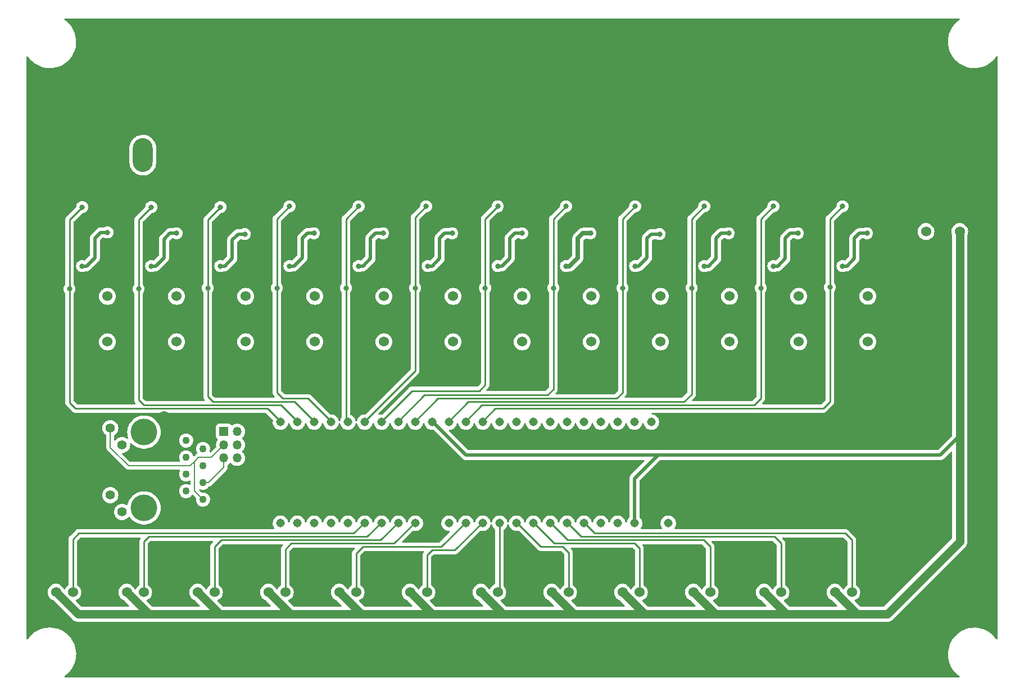
<source format=gbl>
%TF.GenerationSoftware,KiCad,Pcbnew,(6.0.10)*%
%TF.CreationDate,2022-12-28T18:35:22-06:00*%
%TF.ProjectId,Hardware_Rev1,48617264-7761-4726-955f-526576312e6b,rev?*%
%TF.SameCoordinates,Original*%
%TF.FileFunction,Copper,L2,Bot*%
%TF.FilePolarity,Positive*%
%FSLAX46Y46*%
G04 Gerber Fmt 4.6, Leading zero omitted, Abs format (unit mm)*
G04 Created by KiCad (PCBNEW (6.0.10)) date 2022-12-28 18:35:22*
%MOMM*%
%LPD*%
G01*
G04 APERTURE LIST*
%TA.AperFunction,ComponentPad*%
%ADD10C,1.524000*%
%TD*%
%TA.AperFunction,ComponentPad*%
%ADD11C,1.100000*%
%TD*%
%TA.AperFunction,ComponentPad*%
%ADD12C,1.400000*%
%TD*%
%TA.AperFunction,ComponentPad*%
%ADD13C,4.000000*%
%TD*%
%TA.AperFunction,ComponentPad*%
%ADD14C,2.000000*%
%TD*%
%TA.AperFunction,ComponentPad*%
%ADD15R,1.350000X1.350000*%
%TD*%
%TA.AperFunction,ComponentPad*%
%ADD16O,1.350000X1.350000*%
%TD*%
%TA.AperFunction,ComponentPad*%
%ADD17O,3.000000X5.100000*%
%TD*%
%TA.AperFunction,ComponentPad*%
%ADD18C,1.308000*%
%TD*%
%TA.AperFunction,ViaPad*%
%ADD19C,0.800000*%
%TD*%
%TA.AperFunction,Conductor*%
%ADD20C,1.270000*%
%TD*%
%TA.AperFunction,Conductor*%
%ADD21C,0.508000*%
%TD*%
%TA.AperFunction,Conductor*%
%ADD22C,0.254000*%
%TD*%
%TA.AperFunction,Conductor*%
%ADD23C,0.127000*%
%TD*%
%TA.AperFunction,Conductor*%
%ADD24C,0.635000*%
%TD*%
G04 APERTURE END LIST*
D10*
X171196000Y-134620000D03*
X173736000Y-134620000D03*
X176276000Y-134620000D03*
X92837000Y-90019500D03*
X95377000Y-90019500D03*
X103251000Y-90019500D03*
X105791000Y-90019500D03*
D11*
X73452000Y-111760000D03*
X75992000Y-113030000D03*
X73452000Y-114300000D03*
X75992000Y-115570000D03*
X73452000Y-116840000D03*
X75992000Y-118110000D03*
X73452000Y-119380000D03*
X75992000Y-120650000D03*
D12*
X62022000Y-109880000D03*
X63812000Y-112420000D03*
X62022000Y-119990000D03*
X63812000Y-122530000D03*
D13*
X67102000Y-110490000D03*
X67102000Y-121920000D03*
D14*
X70152000Y-124080000D03*
X70152000Y-108330000D03*
D10*
X124079000Y-90019500D03*
X126619000Y-90019500D03*
X92837000Y-96877500D03*
X95377000Y-96877500D03*
D15*
X79137000Y-110395000D03*
D16*
X81137000Y-110395000D03*
X79137000Y-112395000D03*
X81137000Y-112395000D03*
X79137000Y-114395000D03*
X81137000Y-114395000D03*
D10*
X113665000Y-96877500D03*
X116205000Y-96877500D03*
X176149000Y-96875600D03*
X178689000Y-96875600D03*
X117856000Y-134620000D03*
X120396000Y-134620000D03*
X122936000Y-134620000D03*
X61595000Y-96877500D03*
X64135000Y-96877500D03*
X53848000Y-134620000D03*
X56388000Y-134620000D03*
X58928000Y-134620000D03*
D17*
X66935400Y-60875000D03*
X66935400Y-68749000D03*
D10*
X72009000Y-90019500D03*
X74549000Y-90019500D03*
X72009000Y-96877500D03*
X74549000Y-96877500D03*
X165735000Y-96875600D03*
X168275000Y-96875600D03*
X75184000Y-134620000D03*
X77724000Y-134620000D03*
X80264000Y-134620000D03*
X85852000Y-134620000D03*
X88392000Y-134620000D03*
X90932000Y-134620000D03*
X155321000Y-96875600D03*
X157861000Y-96875600D03*
D18*
X143541000Y-108979500D03*
X141001000Y-108979500D03*
X138461000Y-108979500D03*
X135921000Y-108979500D03*
X110521000Y-108979500D03*
X141001000Y-124219500D03*
X133381000Y-108979500D03*
X130841000Y-108979500D03*
X128301000Y-108979500D03*
X125761000Y-108979500D03*
X123221000Y-108979500D03*
X120681000Y-108979500D03*
X118141000Y-108979500D03*
X115601000Y-108979500D03*
X113061000Y-108979500D03*
X113061000Y-124219500D03*
X115601000Y-124219500D03*
X118141000Y-124219500D03*
X120681000Y-124219500D03*
X123221000Y-124219500D03*
X125761000Y-124219500D03*
X128301000Y-124219500D03*
X130841000Y-124219500D03*
X133381000Y-124219500D03*
X135921000Y-124219500D03*
X138461000Y-124219500D03*
X107981000Y-108979500D03*
X105441000Y-108979500D03*
X102901000Y-108979500D03*
X100361000Y-108979500D03*
X97821000Y-108979500D03*
X95281000Y-108979500D03*
X92741000Y-108979500D03*
X90201000Y-108979500D03*
X87661000Y-108979500D03*
X87661000Y-124219500D03*
X90201000Y-124219500D03*
X92741000Y-124219500D03*
X95281000Y-124219500D03*
X97821000Y-124219500D03*
X100361000Y-124219500D03*
X102901000Y-124219500D03*
X105441000Y-124219500D03*
X107981000Y-124219500D03*
X146081000Y-108979500D03*
X110521000Y-124219500D03*
X143541000Y-124219500D03*
X146081000Y-124219500D03*
D10*
X165735000Y-90017600D03*
X168275000Y-90017600D03*
X144907000Y-90019500D03*
X147447000Y-90019500D03*
X61595000Y-90019500D03*
X64135000Y-90019500D03*
X144907000Y-96877500D03*
X147447000Y-96877500D03*
X128524000Y-134620000D03*
X131064000Y-134620000D03*
X133604000Y-134620000D03*
X64516000Y-134620000D03*
X67056000Y-134620000D03*
X69596000Y-134620000D03*
X107188000Y-134620000D03*
X109728000Y-134620000D03*
X112268000Y-134620000D03*
X134493000Y-96877500D03*
X137033000Y-96877500D03*
X82423000Y-90019500D03*
X84963000Y-90019500D03*
X96520000Y-134620000D03*
X99060000Y-134620000D03*
X101600000Y-134620000D03*
X134493000Y-90019500D03*
X137033000Y-90019500D03*
X184912000Y-80264000D03*
X187452000Y-80264000D03*
X189992000Y-80264000D03*
X149860000Y-134620000D03*
X152400000Y-134620000D03*
X154940000Y-134620000D03*
X160528000Y-134620000D03*
X163068000Y-134620000D03*
X165608000Y-134620000D03*
X82423000Y-96877500D03*
X84963000Y-96877500D03*
X124079000Y-96877500D03*
X126619000Y-96877500D03*
X113665000Y-90019500D03*
X116205000Y-90019500D03*
X176149000Y-90017600D03*
X178689000Y-90017600D03*
X155321000Y-90017600D03*
X157861000Y-90017600D03*
X103251000Y-96877500D03*
X105791000Y-96877500D03*
X139192000Y-134620000D03*
X141732000Y-134620000D03*
X144272000Y-134620000D03*
D19*
X140970000Y-100711000D03*
X169037000Y-77724000D03*
X179324000Y-82042000D03*
X173990000Y-115316000D03*
X179705000Y-115316000D03*
X85725000Y-79629000D03*
X154940000Y-129794000D03*
X88900000Y-100584000D03*
X185039000Y-95504000D03*
X69596000Y-129794000D03*
X75311000Y-79629000D03*
X158623000Y-79502000D03*
X99314000Y-100711000D03*
X182372000Y-115316000D03*
X137795000Y-77724000D03*
X165481000Y-112522000D03*
X171958000Y-100584000D03*
X65024000Y-79756000D03*
X151772008Y-115316000D03*
X157099000Y-115316000D03*
X171196000Y-112522000D03*
X58928000Y-129794000D03*
X179324000Y-83947000D03*
X109728000Y-100711000D03*
X130556000Y-100711000D03*
X133477000Y-129794000D03*
X106418587Y-77722033D03*
X148209000Y-77724000D03*
X168275000Y-112522000D03*
X78481960Y-100710999D03*
X161798000Y-100711000D03*
X179705000Y-112522000D03*
X85725000Y-77851000D03*
X54610000Y-78105000D03*
X182372000Y-95504000D03*
X179324000Y-77597000D03*
X96139000Y-77724000D03*
X169037000Y-79502000D03*
X127381000Y-77724000D03*
X116967000Y-77724000D03*
X164973000Y-115316000D03*
X116967000Y-79375000D03*
X179324000Y-79375000D03*
X127381000Y-79502000D03*
X137795000Y-79502000D03*
X176784000Y-115316000D03*
X154559000Y-115316000D03*
X67945000Y-100711000D03*
X144272000Y-129794000D03*
X158623000Y-77724000D03*
X80391000Y-129794000D03*
X171069000Y-115316000D03*
X174117000Y-112522000D03*
X75311000Y-77851000D03*
X120142000Y-100838000D03*
X65024000Y-77978000D03*
X182372000Y-112522000D03*
X151003000Y-100711000D03*
X148209000Y-79502000D03*
X79248000Y-119507000D03*
X96139000Y-79502000D03*
X176911000Y-112522000D03*
X187960000Y-95504000D03*
X176403000Y-129794000D03*
X122936000Y-129794000D03*
X106426000Y-79502000D03*
X101600000Y-129794000D03*
X90932000Y-129794000D03*
X162052000Y-115316000D03*
X159512000Y-115316000D03*
X168148000Y-115316000D03*
X112395000Y-129794000D03*
X165481000Y-129794000D03*
X76708000Y-88773000D03*
X78613000Y-76581000D03*
X57785000Y-76581000D03*
X55880000Y-88900000D03*
X66294000Y-88900000D03*
X68199000Y-76581000D03*
X139192000Y-88773000D03*
X141097000Y-76454000D03*
X97536000Y-88773000D03*
X99441000Y-76454000D03*
X149606000Y-88773000D03*
X151511000Y-76454000D03*
X109601000Y-76454000D03*
X107950000Y-88773000D03*
X160020000Y-88773000D03*
X161925000Y-76454000D03*
X120396000Y-76454000D03*
X118491000Y-88773000D03*
X172339000Y-76454000D03*
X170434000Y-88646000D03*
X87122000Y-88773000D03*
X89027000Y-76454000D03*
X128778000Y-88773000D03*
X130683000Y-76454000D03*
X141097000Y-85471000D03*
X144780000Y-80645000D03*
X57785000Y-85471000D03*
X61595000Y-80391000D03*
X103124000Y-80518000D03*
X99441000Y-85471000D03*
X151511000Y-85471000D03*
X155194000Y-80518000D03*
X72009000Y-80518000D03*
X68199000Y-85471000D03*
X113538000Y-80518000D03*
X109855000Y-85471000D03*
X165608000Y-80518000D03*
X161925000Y-85471000D03*
X78613000Y-85471000D03*
X82296000Y-80645000D03*
X120396000Y-85471000D03*
X124079000Y-80518000D03*
X172339000Y-85471000D03*
X176022000Y-80518000D03*
X92710000Y-80518000D03*
X89027000Y-85471000D03*
X134366000Y-80518000D03*
X130683000Y-85471000D03*
D20*
X189992000Y-80264000D02*
X189992000Y-96012000D01*
X110744000Y-137922000D02*
X121158000Y-137922000D01*
X189992000Y-110998000D02*
X189992000Y-96012000D01*
X142494000Y-137922000D02*
X142875000Y-137922000D01*
X189992000Y-96012000D02*
X189992000Y-96901000D01*
X153289000Y-137922000D02*
X163830000Y-137922000D01*
X78867000Y-137922000D02*
X89662000Y-137922000D01*
X142875000Y-137922000D02*
X153289000Y-137922000D01*
X121158000Y-137922000D02*
X131826000Y-137922000D01*
X160528000Y-134620000D02*
X163830000Y-137922000D01*
X75184000Y-134620000D02*
X78486000Y-137922000D01*
X117856000Y-134620000D02*
X121158000Y-137922000D01*
X189992000Y-127000000D02*
X189992000Y-110998000D01*
X68199000Y-137922000D02*
X78867000Y-137922000D01*
D21*
X189738000Y-96901000D02*
X189992000Y-96901000D01*
D20*
X179070000Y-137922000D02*
X189992000Y-127000000D01*
X171196000Y-134620000D02*
X174498000Y-137922000D01*
X89154000Y-137922000D02*
X89662000Y-137922000D01*
X78486000Y-137922000D02*
X78867000Y-137922000D01*
X67818000Y-137922000D02*
X68199000Y-137922000D01*
D21*
X140970000Y-124079000D02*
X140970000Y-117475000D01*
D20*
X107188000Y-134620000D02*
X110490000Y-137922000D01*
D21*
X110490000Y-108839000D02*
X115570000Y-113919000D01*
D20*
X53848000Y-134620000D02*
X57150000Y-137922000D01*
X163830000Y-137922000D02*
X174498000Y-137922000D01*
X100330000Y-137922000D02*
X110744000Y-137922000D01*
X128524000Y-134620000D02*
X131826000Y-137922000D01*
D21*
X187071000Y-113919000D02*
X189992000Y-110998000D01*
D20*
X139192000Y-134620000D02*
X142494000Y-137922000D01*
X131826000Y-137922000D02*
X142875000Y-137922000D01*
X149860000Y-134620000D02*
X153162000Y-137922000D01*
D21*
X116332000Y-113919000D02*
X144526000Y-113919000D01*
D20*
X110490000Y-137922000D02*
X110744000Y-137922000D01*
D21*
X140970000Y-117475000D02*
X144526000Y-113919000D01*
D20*
X89662000Y-137922000D02*
X100330000Y-137922000D01*
X64516000Y-134620000D02*
X67818000Y-137922000D01*
X85852000Y-134620000D02*
X89154000Y-137922000D01*
D21*
X144526000Y-113919000D02*
X187071000Y-113919000D01*
D20*
X153162000Y-137922000D02*
X153289000Y-137922000D01*
D21*
X115570000Y-113919000D02*
X116332000Y-113919000D01*
D20*
X57150000Y-137922000D02*
X68199000Y-137922000D01*
X174498000Y-137922000D02*
X179070000Y-137922000D01*
X96520000Y-134620000D02*
X99822000Y-137922000D01*
X99822000Y-137922000D02*
X100330000Y-137922000D01*
D22*
X102743000Y-126746000D02*
X78740000Y-126746000D01*
X78740000Y-126746000D02*
X77724000Y-127762000D01*
X77724000Y-127762000D02*
X77724000Y-134620000D01*
X105410000Y-124079000D02*
X102743000Y-126746000D01*
X56388000Y-126619000D02*
X56388000Y-134620000D01*
X98679000Y-125730000D02*
X57277000Y-125730000D01*
X57277000Y-125730000D02*
X56388000Y-126619000D01*
X100330000Y-124079000D02*
X98679000Y-125730000D01*
X102870000Y-124079000D02*
X100711000Y-126238000D01*
X100711000Y-126238000D02*
X67818000Y-126238000D01*
X67056000Y-127000000D02*
X67056000Y-134620000D01*
X67818000Y-126238000D02*
X67056000Y-127000000D01*
X100076000Y-127762000D02*
X99060000Y-128778000D01*
X99060000Y-128778000D02*
X99060000Y-134620000D01*
X115570000Y-124079000D02*
X111887000Y-127762000D01*
X111887000Y-127762000D02*
X100076000Y-127762000D01*
X120650000Y-134366000D02*
X120396000Y-134620000D01*
X120650000Y-124079000D02*
X120650000Y-134366000D01*
X141732000Y-128016000D02*
X141732000Y-134620000D01*
X125730000Y-124079000D02*
X128905000Y-127254000D01*
X128905000Y-127254000D02*
X140970000Y-127254000D01*
X140970000Y-127254000D02*
X141732000Y-128016000D01*
X132969000Y-126238000D02*
X162052000Y-126238000D01*
X162052000Y-126238000D02*
X163068000Y-127254000D01*
X163068000Y-127254000D02*
X163068000Y-134620000D01*
X130810000Y-124079000D02*
X132969000Y-126238000D01*
X89281000Y-127254000D02*
X88392000Y-128143000D01*
X104775000Y-127254000D02*
X89281000Y-127254000D01*
X107950000Y-124079000D02*
X104775000Y-127254000D01*
X88392000Y-128143000D02*
X88392000Y-134620000D01*
X118110000Y-124079000D02*
X113919000Y-128270000D01*
X109728000Y-129032000D02*
X109728000Y-134620000D01*
X110490000Y-128270000D02*
X109728000Y-129032000D01*
X113919000Y-128270000D02*
X110490000Y-128270000D01*
X131064000Y-128651000D02*
X131064000Y-134620000D01*
X126873000Y-127762000D02*
X130175000Y-127762000D01*
X130175000Y-127762000D02*
X131064000Y-128651000D01*
X123190000Y-124079000D02*
X126873000Y-127762000D01*
X89789000Y-105918000D02*
X80645000Y-105918000D01*
X76708000Y-78486000D02*
X76708000Y-88773000D01*
X76708000Y-88773000D02*
X76708000Y-105156000D01*
X92710000Y-108839000D02*
X89789000Y-105918000D01*
X76708000Y-105156000D02*
X77470000Y-105918000D01*
X77470000Y-105918000D02*
X80645000Y-105918000D01*
X78613000Y-76581000D02*
X76708000Y-78486000D01*
X87630000Y-108839000D02*
X85725000Y-106934000D01*
X55880000Y-88900000D02*
X55880000Y-106045000D01*
X57785000Y-76581000D02*
X55880000Y-78486000D01*
X55880000Y-106045000D02*
X56769000Y-106934000D01*
X56769000Y-106934000D02*
X60071000Y-106934000D01*
X55880000Y-78486000D02*
X55880000Y-88900000D01*
X85725000Y-106934000D02*
X60071000Y-106934000D01*
X87757000Y-106426000D02*
X70358000Y-106426000D01*
X66294000Y-88900000D02*
X66294000Y-105664000D01*
X67056000Y-106426000D02*
X70358000Y-106426000D01*
X66294000Y-78486000D02*
X66294000Y-88900000D01*
X66294000Y-105664000D02*
X67056000Y-106426000D01*
X90170000Y-108839000D02*
X87757000Y-106426000D01*
X68199000Y-76581000D02*
X66294000Y-78486000D01*
X151384000Y-126746000D02*
X152400000Y-127762000D01*
X130937000Y-126746000D02*
X151384000Y-126746000D01*
X152400000Y-127762000D02*
X152400000Y-134620000D01*
X128270000Y-124079000D02*
X130937000Y-126746000D01*
X172720000Y-125730000D02*
X173736000Y-126746000D01*
X133350000Y-124079000D02*
X135001000Y-125730000D01*
X135001000Y-125730000D02*
X172720000Y-125730000D01*
X173736000Y-126746000D02*
X173736000Y-134620000D01*
D23*
X79137000Y-114395000D02*
X79137000Y-115808000D01*
X76835000Y-118110000D02*
X75992000Y-118110000D01*
X79137000Y-115808000D02*
X76835000Y-118110000D01*
D22*
X139192000Y-88773000D02*
X139192000Y-104521000D01*
X139192000Y-104521000D02*
X138303000Y-105410000D01*
X111379000Y-105410000D02*
X138303000Y-105410000D01*
X139192000Y-78359000D02*
X139192000Y-88773000D01*
X141097000Y-76454000D02*
X139192000Y-78359000D01*
X107950000Y-108839000D02*
X111379000Y-105410000D01*
X97803500Y-108979500D02*
X97536000Y-108712000D01*
X97536000Y-108712000D02*
X97536000Y-88773000D01*
X97536000Y-78359000D02*
X97536000Y-88773000D01*
X97821000Y-108979500D02*
X97803500Y-108979500D01*
X99441000Y-76454000D02*
X97536000Y-78359000D01*
X149606000Y-104775000D02*
X148463000Y-105918000D01*
X149606000Y-88773000D02*
X149606000Y-104775000D01*
X151511000Y-76454000D02*
X149606000Y-78359000D01*
X149606000Y-78359000D02*
X149606000Y-88773000D01*
X115951000Y-105918000D02*
X148463000Y-105918000D01*
X113030000Y-108839000D02*
X115951000Y-105918000D01*
X100330000Y-108839000D02*
X107950000Y-101219000D01*
X107950000Y-78105000D02*
X107950000Y-88773000D01*
X109601000Y-76454000D02*
X107950000Y-78105000D01*
X107950000Y-101219000D02*
X107950000Y-88773000D01*
X115570000Y-108839000D02*
X117983000Y-106426000D01*
X117983000Y-106426000D02*
X159004000Y-106426000D01*
X160020000Y-78359000D02*
X160020000Y-88773000D01*
X160020000Y-105410000D02*
X159004000Y-106426000D01*
X161925000Y-76454000D02*
X160020000Y-78359000D01*
X160020000Y-88773000D02*
X160020000Y-105410000D01*
X118491000Y-88773000D02*
X118491000Y-103378000D01*
X120396000Y-76454000D02*
X118491000Y-78359000D01*
X118491000Y-78359000D02*
X118491000Y-88773000D01*
X118491000Y-103378000D02*
X117602000Y-104267000D01*
X107442000Y-104267000D02*
X117602000Y-104267000D01*
X102870000Y-108839000D02*
X107442000Y-104267000D01*
X170434000Y-88646000D02*
X170434000Y-105918000D01*
X172339000Y-76454000D02*
X170434000Y-78359000D01*
X120015000Y-106934000D02*
X169418000Y-106934000D01*
X170434000Y-78359000D02*
X170434000Y-88646000D01*
X118110000Y-108839000D02*
X120015000Y-106934000D01*
X170434000Y-105918000D02*
X169418000Y-106934000D01*
X87122000Y-78359000D02*
X87122000Y-88773000D01*
X87122000Y-88773000D02*
X87122000Y-104521000D01*
X87122000Y-104521000D02*
X88011000Y-105410000D01*
X88011000Y-105410000D02*
X91821000Y-105410000D01*
X95250000Y-108839000D02*
X91821000Y-105410000D01*
X89027000Y-76454000D02*
X87122000Y-78359000D01*
X105410000Y-108839000D02*
X109347000Y-104902000D01*
X128778000Y-88773000D02*
X128778000Y-104013000D01*
X128778000Y-78359000D02*
X128778000Y-88773000D01*
X130683000Y-76454000D02*
X128778000Y-78359000D01*
X109347000Y-104902000D02*
X127889000Y-104902000D01*
X128778000Y-104013000D02*
X127889000Y-104902000D01*
D23*
X62022000Y-109880000D02*
X62022000Y-112822000D01*
X77232000Y-114300000D02*
X75311000Y-114300000D01*
X64770000Y-115570000D02*
X74041000Y-115570000D01*
X74676000Y-114935000D02*
X74676000Y-119334000D01*
X75311000Y-114300000D02*
X74676000Y-114935000D01*
X77351000Y-114181000D02*
X77232000Y-114300000D01*
X62022000Y-112822000D02*
X64770000Y-115570000D01*
X79137000Y-112395000D02*
X77351000Y-114181000D01*
X74676000Y-119334000D02*
X75992000Y-120650000D01*
X74041000Y-115570000D02*
X74676000Y-114935000D01*
D21*
X142875000Y-81280000D02*
X143510000Y-80645000D01*
X141097000Y-85471000D02*
X141605000Y-85471000D01*
X143510000Y-80645000D02*
X144780000Y-80645000D01*
X141605000Y-85471000D02*
X142875000Y-84201000D01*
X142875000Y-84201000D02*
X142875000Y-81280000D01*
X59690000Y-81280000D02*
X60579000Y-80391000D01*
X60579000Y-80391000D02*
X61595000Y-80391000D01*
X58420000Y-85471000D02*
X59690000Y-84201000D01*
X57785000Y-85471000D02*
X58420000Y-85471000D01*
X59690000Y-84201000D02*
X59690000Y-81280000D01*
X101219000Y-81280000D02*
X101981000Y-80518000D01*
X99441000Y-85471000D02*
X100076000Y-85471000D01*
X101981000Y-80518000D02*
X103124000Y-80518000D01*
X101219000Y-84328000D02*
X101219000Y-81280000D01*
X100076000Y-85471000D02*
X101219000Y-84328000D01*
X152146000Y-85471000D02*
X153289000Y-84328000D01*
X153289000Y-81280000D02*
X154051000Y-80518000D01*
X153289000Y-84328000D02*
X153289000Y-81280000D01*
X151511000Y-85471000D02*
X152146000Y-85471000D01*
X154051000Y-80518000D02*
X155194000Y-80518000D01*
X70104000Y-81407000D02*
X70993000Y-80518000D01*
X68199000Y-85471000D02*
X68834000Y-85471000D01*
X70104000Y-84201000D02*
X70104000Y-81407000D01*
X68834000Y-85471000D02*
X70104000Y-84201000D01*
X70993000Y-80518000D02*
X72009000Y-80518000D01*
X111633000Y-81280000D02*
X112395000Y-80518000D01*
X110490000Y-85471000D02*
X111633000Y-84328000D01*
X112395000Y-80518000D02*
X113538000Y-80518000D01*
X109855000Y-85471000D02*
X110490000Y-85471000D01*
X111633000Y-84328000D02*
X111633000Y-81280000D01*
X163703000Y-84328000D02*
X163703000Y-81280000D01*
X163703000Y-81280000D02*
X164465000Y-80518000D01*
X162560000Y-85471000D02*
X163703000Y-84328000D01*
X164465000Y-80518000D02*
X165608000Y-80518000D01*
X161925000Y-85471000D02*
X162560000Y-85471000D01*
X80391000Y-84328000D02*
X80391000Y-82423000D01*
X79248000Y-85471000D02*
X80391000Y-84328000D01*
X81280000Y-80645000D02*
X82296000Y-80645000D01*
X78613000Y-85471000D02*
X79248000Y-85471000D01*
X80391000Y-82423000D02*
X80391000Y-81534000D01*
X80391000Y-81534000D02*
X81280000Y-80645000D01*
X122936000Y-80518000D02*
X124079000Y-80518000D01*
X121031000Y-85471000D02*
X122174000Y-84328000D01*
X120396000Y-85471000D02*
X121031000Y-85471000D01*
X122174000Y-81280000D02*
X122936000Y-80518000D01*
X122174000Y-84328000D02*
X122174000Y-81280000D01*
X174879000Y-80518000D02*
X176022000Y-80518000D01*
X172339000Y-85471000D02*
X172974000Y-85471000D01*
X174117000Y-81280000D02*
X174879000Y-80518000D01*
X172974000Y-85471000D02*
X174117000Y-84328000D01*
X174117000Y-84328000D02*
X174117000Y-81280000D01*
X91694000Y-80518000D02*
X92710000Y-80518000D01*
X89662000Y-85471000D02*
X90932000Y-84201000D01*
X90932000Y-84201000D02*
X90932000Y-81280000D01*
X90932000Y-81280000D02*
X91694000Y-80518000D01*
X89027000Y-85471000D02*
X89662000Y-85471000D01*
D24*
X132461000Y-84201000D02*
X132461000Y-81280000D01*
X131191000Y-85471000D02*
X132461000Y-84201000D01*
X132461000Y-81280000D02*
X133223000Y-80518000D01*
X133223000Y-80518000D02*
X134366000Y-80518000D01*
X130683000Y-85471000D02*
X131191000Y-85471000D01*
%TA.AperFunction,Conductor*%
G36*
X189943105Y-48153502D02*
G01*
X189989598Y-48207158D01*
X189999702Y-48277432D01*
X189970208Y-48342012D01*
X189950901Y-48360061D01*
X189643479Y-48592141D01*
X189641197Y-48594251D01*
X189641188Y-48594258D01*
X189481277Y-48742079D01*
X189352946Y-48860707D01*
X189350874Y-48863045D01*
X189350869Y-48863050D01*
X189092608Y-49154449D01*
X189092603Y-49154455D01*
X189090524Y-49156801D01*
X188858807Y-49477494D01*
X188660087Y-49819616D01*
X188658797Y-49822453D01*
X188658795Y-49822457D01*
X188564844Y-50029092D01*
X188496329Y-50179783D01*
X188369152Y-50554433D01*
X188368444Y-50557488D01*
X188290390Y-50894237D01*
X188279814Y-50939863D01*
X188229199Y-51332259D01*
X188217807Y-51727742D01*
X188245750Y-52122402D01*
X188312753Y-52512335D01*
X188418152Y-52893685D01*
X188419282Y-52896605D01*
X188419283Y-52896609D01*
X188502573Y-53111899D01*
X188560906Y-53262681D01*
X188562321Y-53265475D01*
X188562324Y-53265483D01*
X188665465Y-53469224D01*
X188739603Y-53615675D01*
X188952475Y-53949175D01*
X189197418Y-54259883D01*
X189199593Y-54262139D01*
X189199598Y-54262145D01*
X189323048Y-54390204D01*
X189472009Y-54544728D01*
X189474402Y-54546761D01*
X189771139Y-54798858D01*
X189771147Y-54798865D01*
X189773534Y-54800892D01*
X189776114Y-54802675D01*
X190096437Y-55024065D01*
X190096446Y-55024070D01*
X190099009Y-55025842D01*
X190101744Y-55027355D01*
X190101749Y-55027358D01*
X190266537Y-55118513D01*
X190445218Y-55217354D01*
X190448087Y-55218587D01*
X190448098Y-55218592D01*
X190805867Y-55372301D01*
X190808735Y-55373533D01*
X190811712Y-55374474D01*
X190811716Y-55374476D01*
X190940491Y-55415202D01*
X191185967Y-55492836D01*
X191573183Y-55574082D01*
X191576301Y-55574418D01*
X191964102Y-55616205D01*
X191964105Y-55616205D01*
X191966553Y-55616469D01*
X191969016Y-55616540D01*
X191969017Y-55616540D01*
X191972666Y-55616645D01*
X192023871Y-55618120D01*
X192294932Y-55618120D01*
X192296495Y-55618042D01*
X192296503Y-55618042D01*
X192392871Y-55613244D01*
X192590738Y-55603394D01*
X192593823Y-55602930D01*
X192593825Y-55602930D01*
X192978896Y-55545037D01*
X192981989Y-55544572D01*
X193183164Y-55493480D01*
X193362419Y-55447955D01*
X193362422Y-55447954D01*
X193365462Y-55447182D01*
X193368410Y-55446112D01*
X193734429Y-55313254D01*
X193734439Y-55313250D01*
X193737367Y-55312187D01*
X194094026Y-55140922D01*
X194431911Y-54935081D01*
X194747681Y-54696699D01*
X194749963Y-54694589D01*
X194749972Y-54694582D01*
X195035917Y-54430256D01*
X195038214Y-54428133D01*
X195187331Y-54259883D01*
X195298552Y-54134391D01*
X195298557Y-54134385D01*
X195300636Y-54132039D01*
X195478370Y-53886058D01*
X195534479Y-53842557D01*
X195605199Y-53836297D01*
X195668077Y-53869264D01*
X195703150Y-53930992D01*
X195706500Y-53959852D01*
X195706500Y-141612414D01*
X195686498Y-141680535D01*
X195632842Y-141727028D01*
X195562568Y-141737132D01*
X195497988Y-141707638D01*
X195474292Y-141680206D01*
X195451672Y-141644768D01*
X195449985Y-141642125D01*
X195205042Y-141331417D01*
X195202867Y-141329161D01*
X195202862Y-141329155D01*
X195034214Y-141154210D01*
X194930451Y-141046572D01*
X194914757Y-141033239D01*
X194631321Y-140792442D01*
X194631313Y-140792435D01*
X194628926Y-140790408D01*
X194434771Y-140656219D01*
X194306023Y-140567235D01*
X194306014Y-140567230D01*
X194303451Y-140565458D01*
X194300716Y-140563945D01*
X194300711Y-140563942D01*
X194072532Y-140437721D01*
X193957242Y-140373946D01*
X193954373Y-140372713D01*
X193954362Y-140372708D01*
X193596593Y-140218999D01*
X193596590Y-140218998D01*
X193593725Y-140217767D01*
X193590748Y-140216826D01*
X193590744Y-140216824D01*
X193461969Y-140176098D01*
X193216493Y-140098464D01*
X192829277Y-140017218D01*
X192721290Y-140005582D01*
X192438358Y-139975095D01*
X192438355Y-139975095D01*
X192435907Y-139974831D01*
X192433444Y-139974760D01*
X192433443Y-139974760D01*
X192429794Y-139974655D01*
X192378589Y-139973180D01*
X192107528Y-139973180D01*
X192105965Y-139973258D01*
X192105957Y-139973258D01*
X192009589Y-139978056D01*
X191811722Y-139987906D01*
X191808637Y-139988370D01*
X191808635Y-139988370D01*
X191618990Y-140016882D01*
X191420471Y-140046728D01*
X191417436Y-140047499D01*
X191417435Y-140047499D01*
X191040041Y-140143345D01*
X191040038Y-140143346D01*
X191036998Y-140144118D01*
X191034051Y-140145188D01*
X191034050Y-140145188D01*
X190668031Y-140278046D01*
X190668021Y-140278050D01*
X190665093Y-140279113D01*
X190308434Y-140450378D01*
X189970549Y-140656219D01*
X189968039Y-140658114D01*
X189672242Y-140881418D01*
X189654779Y-140894601D01*
X189652497Y-140896711D01*
X189652488Y-140896718D01*
X189504801Y-141033239D01*
X189364246Y-141163167D01*
X189362174Y-141165505D01*
X189362169Y-141165510D01*
X189103908Y-141456909D01*
X189103903Y-141456915D01*
X189101824Y-141459261D01*
X188870107Y-141779954D01*
X188671387Y-142122076D01*
X188507629Y-142482243D01*
X188380452Y-142856893D01*
X188291114Y-143242323D01*
X188240499Y-143634719D01*
X188229107Y-144030202D01*
X188229328Y-144033321D01*
X188229328Y-144033328D01*
X188247494Y-144289899D01*
X188257050Y-144424862D01*
X188324053Y-144814795D01*
X188429452Y-145196145D01*
X188430582Y-145199065D01*
X188430583Y-145199069D01*
X188508402Y-145400217D01*
X188572206Y-145565141D01*
X188573621Y-145567935D01*
X188573624Y-145567943D01*
X188703888Y-145825263D01*
X188750903Y-145918135D01*
X188963775Y-146251635D01*
X189208718Y-146562343D01*
X189210893Y-146564599D01*
X189210898Y-146564605D01*
X189334348Y-146692664D01*
X189483309Y-146847188D01*
X189485702Y-146849221D01*
X189782439Y-147101318D01*
X189782447Y-147101325D01*
X189784834Y-147103352D01*
X189853598Y-147150878D01*
X189949047Y-147216847D01*
X189993713Y-147272033D01*
X190001454Y-147342606D01*
X189969810Y-147406161D01*
X189908830Y-147442519D01*
X189877408Y-147446500D01*
X55235016Y-147446500D01*
X55166895Y-147426498D01*
X55120402Y-147372842D01*
X55110298Y-147302568D01*
X55139792Y-147237988D01*
X55159100Y-147219938D01*
X55163195Y-147216847D01*
X55466521Y-146987859D01*
X55468803Y-146985749D01*
X55468812Y-146985742D01*
X55754757Y-146721416D01*
X55757054Y-146719293D01*
X55896156Y-146562343D01*
X56017392Y-146425551D01*
X56017397Y-146425545D01*
X56019476Y-146423199D01*
X56251193Y-146102506D01*
X56449913Y-145760384D01*
X56613671Y-145400217D01*
X56740848Y-145025567D01*
X56790417Y-144811710D01*
X56829481Y-144643179D01*
X56829481Y-144643177D01*
X56830186Y-144640137D01*
X56880801Y-144247741D01*
X56892193Y-143852258D01*
X56876571Y-143631609D01*
X56864472Y-143460734D01*
X56864250Y-143457598D01*
X56797247Y-143067665D01*
X56691848Y-142686315D01*
X56690717Y-142683391D01*
X56550229Y-142320252D01*
X56550227Y-142320247D01*
X56549094Y-142317319D01*
X56448889Y-142119375D01*
X56371816Y-141967128D01*
X56370397Y-141964325D01*
X56206555Y-141707638D01*
X56159212Y-141633468D01*
X56157525Y-141630825D01*
X55912582Y-141320117D01*
X55910407Y-141317861D01*
X55910402Y-141317855D01*
X55748342Y-141149744D01*
X55637991Y-141035272D01*
X55635419Y-141033087D01*
X55338861Y-140781142D01*
X55338853Y-140781135D01*
X55336466Y-140779108D01*
X55142311Y-140644919D01*
X55013563Y-140555935D01*
X55013554Y-140555930D01*
X55010991Y-140554158D01*
X55008256Y-140552645D01*
X55008251Y-140552642D01*
X54687959Y-140375467D01*
X54664782Y-140362646D01*
X54661913Y-140361413D01*
X54661902Y-140361408D01*
X54304133Y-140207699D01*
X54304130Y-140207698D01*
X54301265Y-140206467D01*
X54298288Y-140205526D01*
X54298284Y-140205524D01*
X54107503Y-140145188D01*
X53924033Y-140087164D01*
X53536817Y-140005918D01*
X53369658Y-139987906D01*
X53145898Y-139963795D01*
X53145895Y-139963795D01*
X53143447Y-139963531D01*
X53140984Y-139963460D01*
X53140983Y-139963460D01*
X53137334Y-139963355D01*
X53086129Y-139961880D01*
X52815068Y-139961880D01*
X52813505Y-139961958D01*
X52813497Y-139961958D01*
X52717129Y-139966756D01*
X52519262Y-139976606D01*
X52516177Y-139977070D01*
X52516175Y-139977070D01*
X52249134Y-140017218D01*
X52128011Y-140035428D01*
X52124976Y-140036199D01*
X52124975Y-140036199D01*
X51747581Y-140132045D01*
X51747578Y-140132046D01*
X51744538Y-140132818D01*
X51741591Y-140133888D01*
X51741590Y-140133888D01*
X51375571Y-140266746D01*
X51375561Y-140266750D01*
X51372633Y-140267813D01*
X51015974Y-140439078D01*
X50678089Y-140644919D01*
X50362319Y-140883301D01*
X50360037Y-140885411D01*
X50360028Y-140885418D01*
X50200117Y-141033239D01*
X50071786Y-141151867D01*
X50069714Y-141154205D01*
X50069709Y-141154210D01*
X49811448Y-141445609D01*
X49811443Y-141445615D01*
X49809364Y-141447961D01*
X49807526Y-141450505D01*
X49807525Y-141450506D01*
X49631630Y-141693942D01*
X49575521Y-141737443D01*
X49504801Y-141743703D01*
X49441923Y-141710736D01*
X49406850Y-141649008D01*
X49403500Y-141620148D01*
X49403500Y-134620000D01*
X52572647Y-134620000D01*
X52592022Y-134841463D01*
X52649560Y-135056196D01*
X52651882Y-135061177D01*
X52651883Y-135061178D01*
X52741186Y-135252689D01*
X52741189Y-135252694D01*
X52743512Y-135257676D01*
X52871023Y-135439781D01*
X53028219Y-135596977D01*
X53032727Y-135600134D01*
X53032730Y-135600136D01*
X53108495Y-135653187D01*
X53210323Y-135724488D01*
X53215305Y-135726811D01*
X53215310Y-135726814D01*
X53317604Y-135774514D01*
X53411804Y-135818440D01*
X53413511Y-135818898D01*
X53458243Y-135847396D01*
X56311158Y-138700312D01*
X56316795Y-138706330D01*
X56359494Y-138755019D01*
X56364025Y-138758591D01*
X56428954Y-138809777D01*
X56431517Y-138811853D01*
X56452548Y-138829344D01*
X56499539Y-138868426D01*
X56504577Y-138871247D01*
X56507564Y-138873300D01*
X56516892Y-138879533D01*
X56520003Y-138881553D01*
X56524537Y-138885128D01*
X56529644Y-138887815D01*
X56529655Y-138887822D01*
X56602813Y-138926312D01*
X56605712Y-138927885D01*
X56682904Y-138971114D01*
X56688364Y-138972967D01*
X56691664Y-138974437D01*
X56702053Y-138978900D01*
X56705416Y-138980293D01*
X56710527Y-138982982D01*
X56716043Y-138984695D01*
X56716046Y-138984696D01*
X56733901Y-138990240D01*
X56795030Y-139009222D01*
X56798089Y-139010215D01*
X56881912Y-139038669D01*
X56887626Y-139039498D01*
X56891138Y-139040341D01*
X56902151Y-139042833D01*
X56905718Y-139043591D01*
X56911234Y-139045304D01*
X56916962Y-139045982D01*
X56916967Y-139045983D01*
X56965257Y-139051698D01*
X56999118Y-139055706D01*
X57002340Y-139056130D01*
X57089897Y-139068825D01*
X57172054Y-139065597D01*
X57177001Y-139065500D01*
X67725878Y-139065500D01*
X67743959Y-139066804D01*
X67757897Y-139068825D01*
X67840054Y-139065597D01*
X67845001Y-139065500D01*
X78393878Y-139065500D01*
X78411959Y-139066804D01*
X78425897Y-139068825D01*
X78508054Y-139065597D01*
X78513001Y-139065500D01*
X89061878Y-139065500D01*
X89079959Y-139066804D01*
X89093897Y-139068825D01*
X89176054Y-139065597D01*
X89181001Y-139065500D01*
X99729878Y-139065500D01*
X99747959Y-139066804D01*
X99761897Y-139068825D01*
X99844054Y-139065597D01*
X99849001Y-139065500D01*
X110397878Y-139065500D01*
X110415959Y-139066804D01*
X110429897Y-139068825D01*
X110512054Y-139065597D01*
X110517001Y-139065500D01*
X121065878Y-139065500D01*
X121083959Y-139066804D01*
X121097897Y-139068825D01*
X121180054Y-139065597D01*
X121185001Y-139065500D01*
X131733878Y-139065500D01*
X131751959Y-139066804D01*
X131765897Y-139068825D01*
X131848054Y-139065597D01*
X131853001Y-139065500D01*
X142401878Y-139065500D01*
X142419959Y-139066804D01*
X142433897Y-139068825D01*
X142516054Y-139065597D01*
X142521001Y-139065500D01*
X153069878Y-139065500D01*
X153087959Y-139066804D01*
X153101897Y-139068825D01*
X153184054Y-139065597D01*
X153189001Y-139065500D01*
X163737878Y-139065500D01*
X163755959Y-139066804D01*
X163769897Y-139068825D01*
X163852054Y-139065597D01*
X163857001Y-139065500D01*
X174405878Y-139065500D01*
X174423959Y-139066804D01*
X174437897Y-139068825D01*
X174520054Y-139065597D01*
X174525001Y-139065500D01*
X179027195Y-139065500D01*
X179035436Y-139065770D01*
X179100061Y-139070006D01*
X179187973Y-139059601D01*
X179191186Y-139059264D01*
X179279279Y-139051169D01*
X179284839Y-139049601D01*
X179288412Y-139048939D01*
X179299415Y-139046750D01*
X179303028Y-139045982D01*
X179308765Y-139045303D01*
X179393276Y-139019062D01*
X179396373Y-139018146D01*
X179481549Y-138994123D01*
X179486737Y-138991565D01*
X179490188Y-138990240D01*
X179500566Y-138986099D01*
X179503953Y-138984696D01*
X179509473Y-138982982D01*
X179587746Y-138941801D01*
X179590682Y-138940305D01*
X179617501Y-138927079D01*
X179670037Y-138901171D01*
X179674668Y-138897713D01*
X179677871Y-138895750D01*
X179687258Y-138889827D01*
X179690351Y-138887818D01*
X179695463Y-138885129D01*
X179764956Y-138830344D01*
X179767526Y-138828373D01*
X179833801Y-138778884D01*
X179833808Y-138778877D01*
X179838429Y-138775427D01*
X179894263Y-138715026D01*
X179897692Y-138711461D01*
X190770304Y-127838849D01*
X190776322Y-127833212D01*
X190788786Y-127822281D01*
X190825019Y-127790506D01*
X190829889Y-127784329D01*
X190879798Y-127721018D01*
X190881876Y-127718453D01*
X190934734Y-127654900D01*
X190934738Y-127654895D01*
X190938426Y-127650460D01*
X190941245Y-127645426D01*
X190943314Y-127642416D01*
X190949508Y-127633146D01*
X190951551Y-127630001D01*
X190955128Y-127625463D01*
X190959165Y-127617791D01*
X190991930Y-127555513D01*
X190996318Y-127547174D01*
X190997887Y-127544284D01*
X191038291Y-127472139D01*
X191038292Y-127472137D01*
X191041115Y-127467096D01*
X191042972Y-127461624D01*
X191044486Y-127458224D01*
X191048873Y-127448013D01*
X191050295Y-127444579D01*
X191052982Y-127439473D01*
X191059074Y-127419855D01*
X191079212Y-127355001D01*
X191080231Y-127351865D01*
X191106813Y-127273555D01*
X191108669Y-127268088D01*
X191109498Y-127262375D01*
X191110341Y-127258862D01*
X191112833Y-127247849D01*
X191113591Y-127244282D01*
X191115304Y-127238766D01*
X191116777Y-127226327D01*
X191125701Y-127150920D01*
X191126132Y-127147649D01*
X191137998Y-127065816D01*
X191137998Y-127065811D01*
X191138826Y-127060102D01*
X191135597Y-126977930D01*
X191135500Y-126972983D01*
X191135500Y-80845949D01*
X191147305Y-80792699D01*
X191188117Y-80705178D01*
X191188118Y-80705177D01*
X191190440Y-80700196D01*
X191247978Y-80485463D01*
X191267353Y-80264000D01*
X191247978Y-80042537D01*
X191205982Y-79885807D01*
X191191863Y-79833114D01*
X191191862Y-79833112D01*
X191190440Y-79827804D01*
X191169230Y-79782319D01*
X191098814Y-79631311D01*
X191098811Y-79631306D01*
X191096488Y-79626324D01*
X191093331Y-79621815D01*
X190972136Y-79448730D01*
X190972134Y-79448727D01*
X190968977Y-79444219D01*
X190811781Y-79287023D01*
X190807273Y-79283866D01*
X190807270Y-79283864D01*
X190731505Y-79230813D01*
X190629677Y-79159512D01*
X190624695Y-79157189D01*
X190624690Y-79157186D01*
X190433178Y-79067883D01*
X190433177Y-79067882D01*
X190428196Y-79065560D01*
X190422888Y-79064138D01*
X190422886Y-79064137D01*
X190357051Y-79046497D01*
X190213463Y-79008022D01*
X189992000Y-78988647D01*
X189770537Y-79008022D01*
X189626949Y-79046497D01*
X189561114Y-79064137D01*
X189561112Y-79064138D01*
X189555804Y-79065560D01*
X189550823Y-79067882D01*
X189550822Y-79067883D01*
X189359311Y-79157186D01*
X189359306Y-79157189D01*
X189354324Y-79159512D01*
X189349817Y-79162668D01*
X189349815Y-79162669D01*
X189176730Y-79283864D01*
X189176727Y-79283866D01*
X189172219Y-79287023D01*
X189015023Y-79444219D01*
X189011866Y-79448727D01*
X189011864Y-79448730D01*
X188890669Y-79621815D01*
X188887512Y-79626324D01*
X188885189Y-79631306D01*
X188885186Y-79631311D01*
X188814770Y-79782319D01*
X188793560Y-79827804D01*
X188792138Y-79833112D01*
X188792137Y-79833114D01*
X188778018Y-79885807D01*
X188736022Y-80042537D01*
X188716647Y-80264000D01*
X188736022Y-80485463D01*
X188793560Y-80700196D01*
X188795882Y-80705177D01*
X188795883Y-80705178D01*
X188836695Y-80792699D01*
X188848500Y-80845949D01*
X188848500Y-111010972D01*
X188828498Y-111079093D01*
X188811595Y-111100067D01*
X186792067Y-113119595D01*
X186729755Y-113153621D01*
X186702972Y-113156500D01*
X144593368Y-113156500D01*
X144574420Y-113155067D01*
X144567033Y-113153943D01*
X144560024Y-113152877D01*
X144560022Y-113152877D01*
X144552792Y-113151777D01*
X144545500Y-113152370D01*
X144545497Y-113152370D01*
X144499825Y-113156085D01*
X144489611Y-113156500D01*
X115938028Y-113156500D01*
X115869907Y-113136498D01*
X115848933Y-113119595D01*
X113083770Y-110354432D01*
X113049744Y-110292120D01*
X113054809Y-110221305D01*
X113097356Y-110164469D01*
X113154785Y-110140641D01*
X113327829Y-110115551D01*
X113327834Y-110115550D01*
X113333543Y-110114722D01*
X113339007Y-110112867D01*
X113339012Y-110112866D01*
X113530389Y-110047902D01*
X113535857Y-110046046D01*
X113722268Y-109941651D01*
X113886533Y-109805033D01*
X114023151Y-109640768D01*
X114127546Y-109454357D01*
X114156448Y-109369213D01*
X114194366Y-109257512D01*
X114194367Y-109257507D01*
X114196222Y-109252043D01*
X114205090Y-109190879D01*
X114234660Y-109126335D01*
X114294431Y-109088022D01*
X114365428Y-109088106D01*
X114425108Y-109126561D01*
X114451909Y-109177945D01*
X114475018Y-109268937D01*
X114500485Y-109369213D01*
X114589933Y-109563240D01*
X114593266Y-109567956D01*
X114669117Y-109675283D01*
X114713241Y-109737718D01*
X114717383Y-109741753D01*
X114777786Y-109800595D01*
X114866281Y-109886802D01*
X115043927Y-110005501D01*
X115049230Y-110007779D01*
X115049233Y-110007781D01*
X115229373Y-110085175D01*
X115240229Y-110089839D01*
X115341993Y-110112866D01*
X115442977Y-110135717D01*
X115442980Y-110135717D01*
X115448613Y-110136992D01*
X115454384Y-110137219D01*
X115454386Y-110137219D01*
X115519363Y-110139772D01*
X115662101Y-110145380D01*
X115767822Y-110130051D01*
X115867829Y-110115551D01*
X115867834Y-110115550D01*
X115873543Y-110114722D01*
X115879007Y-110112867D01*
X115879012Y-110112866D01*
X116070389Y-110047902D01*
X116075857Y-110046046D01*
X116262268Y-109941651D01*
X116426533Y-109805033D01*
X116563151Y-109640768D01*
X116667546Y-109454357D01*
X116696448Y-109369213D01*
X116734366Y-109257512D01*
X116734367Y-109257507D01*
X116736222Y-109252043D01*
X116745090Y-109190879D01*
X116774660Y-109126335D01*
X116834431Y-109088022D01*
X116905428Y-109088106D01*
X116965108Y-109126561D01*
X116991909Y-109177945D01*
X117015018Y-109268937D01*
X117040485Y-109369213D01*
X117129933Y-109563240D01*
X117133266Y-109567956D01*
X117209117Y-109675283D01*
X117253241Y-109737718D01*
X117257383Y-109741753D01*
X117317786Y-109800595D01*
X117406281Y-109886802D01*
X117583927Y-110005501D01*
X117589230Y-110007779D01*
X117589233Y-110007781D01*
X117769373Y-110085175D01*
X117780229Y-110089839D01*
X117881993Y-110112866D01*
X117982977Y-110135717D01*
X117982980Y-110135717D01*
X117988613Y-110136992D01*
X117994384Y-110137219D01*
X117994386Y-110137219D01*
X118059363Y-110139772D01*
X118202101Y-110145380D01*
X118307822Y-110130051D01*
X118407829Y-110115551D01*
X118407834Y-110115550D01*
X118413543Y-110114722D01*
X118419007Y-110112867D01*
X118419012Y-110112866D01*
X118610389Y-110047902D01*
X118615857Y-110046046D01*
X118802268Y-109941651D01*
X118966533Y-109805033D01*
X119103151Y-109640768D01*
X119207546Y-109454357D01*
X119236448Y-109369213D01*
X119274366Y-109257512D01*
X119274367Y-109257507D01*
X119276222Y-109252043D01*
X119285090Y-109190879D01*
X119314660Y-109126335D01*
X119374431Y-109088022D01*
X119445428Y-109088106D01*
X119505108Y-109126561D01*
X119531909Y-109177945D01*
X119555018Y-109268937D01*
X119580485Y-109369213D01*
X119669933Y-109563240D01*
X119673266Y-109567956D01*
X119749117Y-109675283D01*
X119793241Y-109737718D01*
X119797383Y-109741753D01*
X119857786Y-109800595D01*
X119946281Y-109886802D01*
X120123927Y-110005501D01*
X120129230Y-110007779D01*
X120129233Y-110007781D01*
X120309373Y-110085175D01*
X120320229Y-110089839D01*
X120421993Y-110112866D01*
X120522977Y-110135717D01*
X120522980Y-110135717D01*
X120528613Y-110136992D01*
X120534384Y-110137219D01*
X120534386Y-110137219D01*
X120599363Y-110139772D01*
X120742101Y-110145380D01*
X120847822Y-110130051D01*
X120947829Y-110115551D01*
X120947834Y-110115550D01*
X120953543Y-110114722D01*
X120959007Y-110112867D01*
X120959012Y-110112866D01*
X121150389Y-110047902D01*
X121155857Y-110046046D01*
X121342268Y-109941651D01*
X121506533Y-109805033D01*
X121643151Y-109640768D01*
X121747546Y-109454357D01*
X121776448Y-109369213D01*
X121814366Y-109257512D01*
X121814367Y-109257507D01*
X121816222Y-109252043D01*
X121825090Y-109190879D01*
X121854660Y-109126335D01*
X121914431Y-109088022D01*
X121985428Y-109088106D01*
X122045108Y-109126561D01*
X122071909Y-109177945D01*
X122095018Y-109268937D01*
X122120485Y-109369213D01*
X122209933Y-109563240D01*
X122213266Y-109567956D01*
X122289117Y-109675283D01*
X122333241Y-109737718D01*
X122337383Y-109741753D01*
X122397786Y-109800595D01*
X122486281Y-109886802D01*
X122663927Y-110005501D01*
X122669230Y-110007779D01*
X122669233Y-110007781D01*
X122849373Y-110085175D01*
X122860229Y-110089839D01*
X122961993Y-110112866D01*
X123062977Y-110135717D01*
X123062980Y-110135717D01*
X123068613Y-110136992D01*
X123074384Y-110137219D01*
X123074386Y-110137219D01*
X123139363Y-110139772D01*
X123282101Y-110145380D01*
X123387822Y-110130051D01*
X123487829Y-110115551D01*
X123487834Y-110115550D01*
X123493543Y-110114722D01*
X123499007Y-110112867D01*
X123499012Y-110112866D01*
X123690389Y-110047902D01*
X123695857Y-110046046D01*
X123882268Y-109941651D01*
X124046533Y-109805033D01*
X124183151Y-109640768D01*
X124287546Y-109454357D01*
X124316448Y-109369213D01*
X124354366Y-109257512D01*
X124354367Y-109257507D01*
X124356222Y-109252043D01*
X124365090Y-109190879D01*
X124394660Y-109126335D01*
X124454431Y-109088022D01*
X124525428Y-109088106D01*
X124585108Y-109126561D01*
X124611909Y-109177945D01*
X124635018Y-109268937D01*
X124660485Y-109369213D01*
X124749933Y-109563240D01*
X124753266Y-109567956D01*
X124829117Y-109675283D01*
X124873241Y-109737718D01*
X124877383Y-109741753D01*
X124937786Y-109800595D01*
X125026281Y-109886802D01*
X125203927Y-110005501D01*
X125209230Y-110007779D01*
X125209233Y-110007781D01*
X125389373Y-110085175D01*
X125400229Y-110089839D01*
X125501993Y-110112866D01*
X125602977Y-110135717D01*
X125602980Y-110135717D01*
X125608613Y-110136992D01*
X125614384Y-110137219D01*
X125614386Y-110137219D01*
X125679363Y-110139772D01*
X125822101Y-110145380D01*
X125927822Y-110130051D01*
X126027829Y-110115551D01*
X126027834Y-110115550D01*
X126033543Y-110114722D01*
X126039007Y-110112867D01*
X126039012Y-110112866D01*
X126230389Y-110047902D01*
X126235857Y-110046046D01*
X126422268Y-109941651D01*
X126586533Y-109805033D01*
X126723151Y-109640768D01*
X126827546Y-109454357D01*
X126856448Y-109369213D01*
X126894366Y-109257512D01*
X126894367Y-109257507D01*
X126896222Y-109252043D01*
X126905090Y-109190879D01*
X126934660Y-109126335D01*
X126994431Y-109088022D01*
X127065428Y-109088106D01*
X127125108Y-109126561D01*
X127151909Y-109177945D01*
X127175018Y-109268937D01*
X127200485Y-109369213D01*
X127289933Y-109563240D01*
X127293266Y-109567956D01*
X127369117Y-109675283D01*
X127413241Y-109737718D01*
X127417383Y-109741753D01*
X127477786Y-109800595D01*
X127566281Y-109886802D01*
X127743927Y-110005501D01*
X127749230Y-110007779D01*
X127749233Y-110007781D01*
X127929373Y-110085175D01*
X127940229Y-110089839D01*
X128041993Y-110112866D01*
X128142977Y-110135717D01*
X128142980Y-110135717D01*
X128148613Y-110136992D01*
X128154384Y-110137219D01*
X128154386Y-110137219D01*
X128219363Y-110139772D01*
X128362101Y-110145380D01*
X128467822Y-110130051D01*
X128567829Y-110115551D01*
X128567834Y-110115550D01*
X128573543Y-110114722D01*
X128579007Y-110112867D01*
X128579012Y-110112866D01*
X128770389Y-110047902D01*
X128775857Y-110046046D01*
X128962268Y-109941651D01*
X129126533Y-109805033D01*
X129263151Y-109640768D01*
X129367546Y-109454357D01*
X129396448Y-109369213D01*
X129434366Y-109257512D01*
X129434367Y-109257507D01*
X129436222Y-109252043D01*
X129445090Y-109190879D01*
X129474660Y-109126335D01*
X129534431Y-109088022D01*
X129605428Y-109088106D01*
X129665108Y-109126561D01*
X129691909Y-109177945D01*
X129715018Y-109268937D01*
X129740485Y-109369213D01*
X129829933Y-109563240D01*
X129833266Y-109567956D01*
X129909117Y-109675283D01*
X129953241Y-109737718D01*
X129957383Y-109741753D01*
X130017786Y-109800595D01*
X130106281Y-109886802D01*
X130283927Y-110005501D01*
X130289230Y-110007779D01*
X130289233Y-110007781D01*
X130469373Y-110085175D01*
X130480229Y-110089839D01*
X130581993Y-110112866D01*
X130682977Y-110135717D01*
X130682980Y-110135717D01*
X130688613Y-110136992D01*
X130694384Y-110137219D01*
X130694386Y-110137219D01*
X130759363Y-110139772D01*
X130902101Y-110145380D01*
X131007822Y-110130051D01*
X131107829Y-110115551D01*
X131107834Y-110115550D01*
X131113543Y-110114722D01*
X131119007Y-110112867D01*
X131119012Y-110112866D01*
X131310389Y-110047902D01*
X131315857Y-110046046D01*
X131502268Y-109941651D01*
X131666533Y-109805033D01*
X131803151Y-109640768D01*
X131907546Y-109454357D01*
X131936448Y-109369213D01*
X131974366Y-109257512D01*
X131974367Y-109257507D01*
X131976222Y-109252043D01*
X131985090Y-109190879D01*
X132014660Y-109126335D01*
X132074431Y-109088022D01*
X132145428Y-109088106D01*
X132205108Y-109126561D01*
X132231909Y-109177945D01*
X132255018Y-109268937D01*
X132280485Y-109369213D01*
X132369933Y-109563240D01*
X132373266Y-109567956D01*
X132449117Y-109675283D01*
X132493241Y-109737718D01*
X132497383Y-109741753D01*
X132557786Y-109800595D01*
X132646281Y-109886802D01*
X132823927Y-110005501D01*
X132829230Y-110007779D01*
X132829233Y-110007781D01*
X133009373Y-110085175D01*
X133020229Y-110089839D01*
X133121993Y-110112866D01*
X133222977Y-110135717D01*
X133222980Y-110135717D01*
X133228613Y-110136992D01*
X133234384Y-110137219D01*
X133234386Y-110137219D01*
X133299363Y-110139772D01*
X133442101Y-110145380D01*
X133547822Y-110130051D01*
X133647829Y-110115551D01*
X133647834Y-110115550D01*
X133653543Y-110114722D01*
X133659007Y-110112867D01*
X133659012Y-110112866D01*
X133850389Y-110047902D01*
X133855857Y-110046046D01*
X134042268Y-109941651D01*
X134206533Y-109805033D01*
X134343151Y-109640768D01*
X134447546Y-109454357D01*
X134476448Y-109369213D01*
X134514366Y-109257512D01*
X134514367Y-109257507D01*
X134516222Y-109252043D01*
X134525090Y-109190879D01*
X134554660Y-109126335D01*
X134614431Y-109088022D01*
X134685428Y-109088106D01*
X134745108Y-109126561D01*
X134771909Y-109177945D01*
X134795018Y-109268937D01*
X134820485Y-109369213D01*
X134909933Y-109563240D01*
X134913266Y-109567956D01*
X134989117Y-109675283D01*
X135033241Y-109737718D01*
X135037383Y-109741753D01*
X135097786Y-109800595D01*
X135186281Y-109886802D01*
X135363927Y-110005501D01*
X135369230Y-110007779D01*
X135369233Y-110007781D01*
X135549373Y-110085175D01*
X135560229Y-110089839D01*
X135661993Y-110112866D01*
X135762977Y-110135717D01*
X135762980Y-110135717D01*
X135768613Y-110136992D01*
X135774384Y-110137219D01*
X135774386Y-110137219D01*
X135839363Y-110139772D01*
X135982101Y-110145380D01*
X136087822Y-110130051D01*
X136187829Y-110115551D01*
X136187834Y-110115550D01*
X136193543Y-110114722D01*
X136199007Y-110112867D01*
X136199012Y-110112866D01*
X136390389Y-110047902D01*
X136395857Y-110046046D01*
X136582268Y-109941651D01*
X136746533Y-109805033D01*
X136883151Y-109640768D01*
X136987546Y-109454357D01*
X137016448Y-109369213D01*
X137054366Y-109257512D01*
X137054367Y-109257507D01*
X137056222Y-109252043D01*
X137065090Y-109190879D01*
X137094660Y-109126335D01*
X137154431Y-109088022D01*
X137225428Y-109088106D01*
X137285108Y-109126561D01*
X137311909Y-109177945D01*
X137335018Y-109268937D01*
X137360485Y-109369213D01*
X137449933Y-109563240D01*
X137453266Y-109567956D01*
X137529117Y-109675283D01*
X137573241Y-109737718D01*
X137577383Y-109741753D01*
X137637786Y-109800595D01*
X137726281Y-109886802D01*
X137903927Y-110005501D01*
X137909230Y-110007779D01*
X137909233Y-110007781D01*
X138089373Y-110085175D01*
X138100229Y-110089839D01*
X138201993Y-110112866D01*
X138302977Y-110135717D01*
X138302980Y-110135717D01*
X138308613Y-110136992D01*
X138314384Y-110137219D01*
X138314386Y-110137219D01*
X138379363Y-110139772D01*
X138522101Y-110145380D01*
X138627822Y-110130051D01*
X138727829Y-110115551D01*
X138727834Y-110115550D01*
X138733543Y-110114722D01*
X138739007Y-110112867D01*
X138739012Y-110112866D01*
X138930389Y-110047902D01*
X138935857Y-110046046D01*
X139122268Y-109941651D01*
X139286533Y-109805033D01*
X139423151Y-109640768D01*
X139527546Y-109454357D01*
X139556448Y-109369213D01*
X139594366Y-109257512D01*
X139594367Y-109257507D01*
X139596222Y-109252043D01*
X139605090Y-109190879D01*
X139634660Y-109126335D01*
X139694431Y-109088022D01*
X139765428Y-109088106D01*
X139825108Y-109126561D01*
X139851909Y-109177945D01*
X139875018Y-109268937D01*
X139900485Y-109369213D01*
X139989933Y-109563240D01*
X139993266Y-109567956D01*
X140069117Y-109675283D01*
X140113241Y-109737718D01*
X140117383Y-109741753D01*
X140177786Y-109800595D01*
X140266281Y-109886802D01*
X140443927Y-110005501D01*
X140449230Y-110007779D01*
X140449233Y-110007781D01*
X140629373Y-110085175D01*
X140640229Y-110089839D01*
X140741993Y-110112866D01*
X140842977Y-110135717D01*
X140842980Y-110135717D01*
X140848613Y-110136992D01*
X140854384Y-110137219D01*
X140854386Y-110137219D01*
X140919363Y-110139772D01*
X141062101Y-110145380D01*
X141167822Y-110130051D01*
X141267829Y-110115551D01*
X141267834Y-110115550D01*
X141273543Y-110114722D01*
X141279007Y-110112867D01*
X141279012Y-110112866D01*
X141470389Y-110047902D01*
X141475857Y-110046046D01*
X141662268Y-109941651D01*
X141826533Y-109805033D01*
X141963151Y-109640768D01*
X142067546Y-109454357D01*
X142096448Y-109369213D01*
X142134366Y-109257512D01*
X142134367Y-109257507D01*
X142136222Y-109252043D01*
X142145090Y-109190879D01*
X142174660Y-109126335D01*
X142234431Y-109088022D01*
X142305428Y-109088106D01*
X142365108Y-109126561D01*
X142391909Y-109177945D01*
X142415018Y-109268937D01*
X142440485Y-109369213D01*
X142529933Y-109563240D01*
X142533266Y-109567956D01*
X142609117Y-109675283D01*
X142653241Y-109737718D01*
X142657383Y-109741753D01*
X142717786Y-109800595D01*
X142806281Y-109886802D01*
X142983927Y-110005501D01*
X142989230Y-110007779D01*
X142989233Y-110007781D01*
X143169373Y-110085175D01*
X143180229Y-110089839D01*
X143281993Y-110112866D01*
X143382977Y-110135717D01*
X143382980Y-110135717D01*
X143388613Y-110136992D01*
X143394384Y-110137219D01*
X143394386Y-110137219D01*
X143459363Y-110139772D01*
X143602101Y-110145380D01*
X143707822Y-110130051D01*
X143807829Y-110115551D01*
X143807834Y-110115550D01*
X143813543Y-110114722D01*
X143819007Y-110112867D01*
X143819012Y-110112866D01*
X144010389Y-110047902D01*
X144015857Y-110046046D01*
X144202268Y-109941651D01*
X144366533Y-109805033D01*
X144503151Y-109640768D01*
X144607546Y-109454357D01*
X144636448Y-109369213D01*
X144674366Y-109257512D01*
X144674367Y-109257507D01*
X144676222Y-109252043D01*
X144677106Y-109245952D01*
X144706347Y-109044275D01*
X144706880Y-109040601D01*
X144708480Y-108979500D01*
X144688930Y-108766744D01*
X144680999Y-108738621D01*
X144632504Y-108566672D01*
X144632503Y-108566670D01*
X144630936Y-108561113D01*
X144626604Y-108552327D01*
X144538995Y-108374674D01*
X144536440Y-108369493D01*
X144517139Y-108343645D01*
X144412060Y-108202927D01*
X144412059Y-108202926D01*
X144408607Y-108198303D01*
X144404371Y-108194387D01*
X144255957Y-108057195D01*
X144255954Y-108057193D01*
X144251717Y-108053276D01*
X144071025Y-107939268D01*
X143872582Y-107860097D01*
X143866925Y-107858972D01*
X143866919Y-107858970D01*
X143666368Y-107819079D01*
X143603458Y-107786172D01*
X143568326Y-107724477D01*
X143572126Y-107653582D01*
X143613651Y-107595996D01*
X143679718Y-107570002D01*
X143690949Y-107569500D01*
X169338980Y-107569500D01*
X169350214Y-107570030D01*
X169357719Y-107571708D01*
X169426012Y-107569562D01*
X169429969Y-107569500D01*
X169457983Y-107569500D01*
X169461908Y-107569004D01*
X169461909Y-107569004D01*
X169462004Y-107568992D01*
X169473849Y-107568059D01*
X169503670Y-107567122D01*
X169510282Y-107566914D01*
X169510283Y-107566914D01*
X169518205Y-107566665D01*
X169537749Y-107560987D01*
X169557112Y-107556977D01*
X169569440Y-107555420D01*
X169569442Y-107555420D01*
X169577299Y-107554427D01*
X169584663Y-107551511D01*
X169584668Y-107551510D01*
X169618556Y-107538093D01*
X169629785Y-107534248D01*
X169646465Y-107529402D01*
X169672393Y-107521869D01*
X169679220Y-107517831D01*
X169679223Y-107517830D01*
X169689906Y-107511512D01*
X169707664Y-107502812D01*
X169719215Y-107498239D01*
X169719221Y-107498235D01*
X169726588Y-107495319D01*
X169735977Y-107488498D01*
X169762488Y-107469236D01*
X169772410Y-107462719D01*
X169803768Y-107444174D01*
X169803772Y-107444171D01*
X169810598Y-107440134D01*
X169824982Y-107425750D01*
X169840016Y-107412909D01*
X169850073Y-107405602D01*
X169856487Y-107400942D01*
X169884773Y-107366750D01*
X169892763Y-107357969D01*
X170827488Y-106423245D01*
X170835807Y-106415675D01*
X170842303Y-106411553D01*
X170889086Y-106361734D01*
X170891840Y-106358893D01*
X170911639Y-106339094D01*
X170914063Y-106335969D01*
X170914071Y-106335960D01*
X170914137Y-106335874D01*
X170921845Y-106326849D01*
X170946790Y-106300285D01*
X170952217Y-106294506D01*
X170962023Y-106276669D01*
X170972873Y-106260153D01*
X170985350Y-106244067D01*
X171002976Y-106203334D01*
X171008193Y-106192686D01*
X171025749Y-106160751D01*
X171029569Y-106153803D01*
X171031540Y-106146128D01*
X171031542Y-106146122D01*
X171034631Y-106134089D01*
X171041034Y-106115387D01*
X171049117Y-106096708D01*
X171056060Y-106052873D01*
X171058467Y-106041251D01*
X171069500Y-105998282D01*
X171069500Y-105977935D01*
X171071051Y-105958224D01*
X171072995Y-105945950D01*
X171074235Y-105938121D01*
X171070059Y-105893944D01*
X171069500Y-105882086D01*
X171069500Y-96875600D01*
X174873647Y-96875600D01*
X174893022Y-97097063D01*
X174950560Y-97311796D01*
X174952882Y-97316777D01*
X174952883Y-97316778D01*
X175042186Y-97508289D01*
X175042189Y-97508294D01*
X175044512Y-97513276D01*
X175047668Y-97517783D01*
X175047669Y-97517785D01*
X175049000Y-97519685D01*
X175172023Y-97695381D01*
X175329219Y-97852577D01*
X175333727Y-97855734D01*
X175333730Y-97855736D01*
X175409495Y-97908787D01*
X175511323Y-97980088D01*
X175516305Y-97982411D01*
X175516310Y-97982414D01*
X175707822Y-98071717D01*
X175712804Y-98074040D01*
X175718112Y-98075462D01*
X175718114Y-98075463D01*
X175783949Y-98093103D01*
X175927537Y-98131578D01*
X176149000Y-98150953D01*
X176370463Y-98131578D01*
X176514051Y-98093103D01*
X176579886Y-98075463D01*
X176579888Y-98075462D01*
X176585196Y-98074040D01*
X176590178Y-98071717D01*
X176781690Y-97982414D01*
X176781695Y-97982411D01*
X176786677Y-97980088D01*
X176888505Y-97908787D01*
X176964270Y-97855736D01*
X176964273Y-97855734D01*
X176968781Y-97852577D01*
X177125977Y-97695381D01*
X177249001Y-97519685D01*
X177250331Y-97517785D01*
X177250332Y-97517783D01*
X177253488Y-97513276D01*
X177255811Y-97508294D01*
X177255814Y-97508289D01*
X177345117Y-97316778D01*
X177345118Y-97316777D01*
X177347440Y-97311796D01*
X177404978Y-97097063D01*
X177424353Y-96875600D01*
X177404978Y-96654137D01*
X177347440Y-96439404D01*
X177345117Y-96434422D01*
X177255814Y-96242911D01*
X177255811Y-96242906D01*
X177253488Y-96237924D01*
X177125977Y-96055819D01*
X176968781Y-95898623D01*
X176964273Y-95895466D01*
X176964270Y-95895464D01*
X176888505Y-95842413D01*
X176786677Y-95771112D01*
X176781695Y-95768789D01*
X176781690Y-95768786D01*
X176590178Y-95679483D01*
X176590177Y-95679482D01*
X176585196Y-95677160D01*
X176579888Y-95675738D01*
X176579886Y-95675737D01*
X176514051Y-95658097D01*
X176370463Y-95619622D01*
X176149000Y-95600247D01*
X175927537Y-95619622D01*
X175783949Y-95658097D01*
X175718114Y-95675737D01*
X175718112Y-95675738D01*
X175712804Y-95677160D01*
X175707823Y-95679482D01*
X175707822Y-95679483D01*
X175516311Y-95768786D01*
X175516306Y-95768789D01*
X175511324Y-95771112D01*
X175506817Y-95774268D01*
X175506815Y-95774269D01*
X175333730Y-95895464D01*
X175333727Y-95895466D01*
X175329219Y-95898623D01*
X175172023Y-96055819D01*
X175044512Y-96237924D01*
X175042189Y-96242906D01*
X175042186Y-96242911D01*
X174952883Y-96434422D01*
X174950560Y-96439404D01*
X174893022Y-96654137D01*
X174873647Y-96875600D01*
X171069500Y-96875600D01*
X171069500Y-90017600D01*
X174873647Y-90017600D01*
X174893022Y-90239063D01*
X174950560Y-90453796D01*
X174952882Y-90458777D01*
X174952883Y-90458778D01*
X175042186Y-90650289D01*
X175042189Y-90650294D01*
X175044512Y-90655276D01*
X175047668Y-90659783D01*
X175047669Y-90659785D01*
X175049000Y-90661685D01*
X175172023Y-90837381D01*
X175329219Y-90994577D01*
X175333727Y-90997734D01*
X175333730Y-90997736D01*
X175409495Y-91050787D01*
X175511323Y-91122088D01*
X175516305Y-91124411D01*
X175516310Y-91124414D01*
X175707822Y-91213717D01*
X175712804Y-91216040D01*
X175718112Y-91217462D01*
X175718114Y-91217463D01*
X175783949Y-91235103D01*
X175927537Y-91273578D01*
X176149000Y-91292953D01*
X176370463Y-91273578D01*
X176514051Y-91235103D01*
X176579886Y-91217463D01*
X176579888Y-91217462D01*
X176585196Y-91216040D01*
X176590178Y-91213717D01*
X176781690Y-91124414D01*
X176781695Y-91124411D01*
X176786677Y-91122088D01*
X176888505Y-91050787D01*
X176964270Y-90997736D01*
X176964273Y-90997734D01*
X176968781Y-90994577D01*
X177125977Y-90837381D01*
X177249001Y-90661685D01*
X177250331Y-90659785D01*
X177250332Y-90659783D01*
X177253488Y-90655276D01*
X177255811Y-90650294D01*
X177255814Y-90650289D01*
X177345117Y-90458778D01*
X177345118Y-90458777D01*
X177347440Y-90453796D01*
X177404978Y-90239063D01*
X177424353Y-90017600D01*
X177404978Y-89796137D01*
X177347440Y-89581404D01*
X177333699Y-89551937D01*
X177255814Y-89384911D01*
X177255811Y-89384906D01*
X177253488Y-89379924D01*
X177250331Y-89375415D01*
X177129136Y-89202330D01*
X177129134Y-89202327D01*
X177125977Y-89197819D01*
X176968781Y-89040623D01*
X176964273Y-89037466D01*
X176964270Y-89037464D01*
X176848448Y-88956365D01*
X176786677Y-88913112D01*
X176781695Y-88910789D01*
X176781690Y-88910786D01*
X176590178Y-88821483D01*
X176590177Y-88821482D01*
X176585196Y-88819160D01*
X176579888Y-88817738D01*
X176579886Y-88817737D01*
X176514051Y-88800097D01*
X176370463Y-88761622D01*
X176149000Y-88742247D01*
X175927537Y-88761622D01*
X175783949Y-88800097D01*
X175718114Y-88817737D01*
X175718112Y-88817738D01*
X175712804Y-88819160D01*
X175707823Y-88821482D01*
X175707822Y-88821483D01*
X175516311Y-88910786D01*
X175516306Y-88910789D01*
X175511324Y-88913112D01*
X175506817Y-88916268D01*
X175506815Y-88916269D01*
X175333730Y-89037464D01*
X175333727Y-89037466D01*
X175329219Y-89040623D01*
X175172023Y-89197819D01*
X175168866Y-89202327D01*
X175168864Y-89202330D01*
X175047669Y-89375415D01*
X175044512Y-89379924D01*
X175042189Y-89384906D01*
X175042186Y-89384911D01*
X174964301Y-89551937D01*
X174950560Y-89581404D01*
X174893022Y-89796137D01*
X174873647Y-90017600D01*
X171069500Y-90017600D01*
X171069500Y-89346303D01*
X171089502Y-89278182D01*
X171101864Y-89261993D01*
X171168621Y-89187852D01*
X171168622Y-89187851D01*
X171173040Y-89182944D01*
X171268527Y-89017556D01*
X171327542Y-88835928D01*
X171329305Y-88819160D01*
X171346814Y-88652565D01*
X171347504Y-88646000D01*
X171327542Y-88456072D01*
X171268527Y-88274444D01*
X171264702Y-88267818D01*
X171225372Y-88199697D01*
X171173040Y-88109056D01*
X171101864Y-88030007D01*
X171071146Y-87966000D01*
X171069500Y-87945697D01*
X171069500Y-85471000D01*
X171425496Y-85471000D01*
X171445458Y-85660928D01*
X171504473Y-85842556D01*
X171599960Y-86007944D01*
X171604378Y-86012851D01*
X171604379Y-86012852D01*
X171698321Y-86117185D01*
X171727747Y-86149866D01*
X171819469Y-86216506D01*
X171875672Y-86257340D01*
X171882248Y-86262118D01*
X171888276Y-86264802D01*
X171888278Y-86264803D01*
X172050681Y-86337109D01*
X172056712Y-86339794D01*
X172150112Y-86359647D01*
X172237056Y-86378128D01*
X172237061Y-86378128D01*
X172243513Y-86379500D01*
X172434487Y-86379500D01*
X172440939Y-86378128D01*
X172440944Y-86378128D01*
X172527888Y-86359647D01*
X172621288Y-86339794D01*
X172627319Y-86337109D01*
X172789722Y-86264803D01*
X172789724Y-86264802D01*
X172795752Y-86262118D01*
X172802020Y-86257564D01*
X172802646Y-86257340D01*
X172806811Y-86254936D01*
X172807251Y-86255698D01*
X172868887Y-86233706D01*
X172876081Y-86233500D01*
X172906624Y-86233500D01*
X172925574Y-86234933D01*
X172939973Y-86237124D01*
X172939979Y-86237124D01*
X172947208Y-86238224D01*
X172954500Y-86237631D01*
X172954503Y-86237631D01*
X173000183Y-86233915D01*
X173010398Y-86233500D01*
X173018525Y-86233500D01*
X173022161Y-86233076D01*
X173022163Y-86233076D01*
X173025615Y-86232673D01*
X173046924Y-86230189D01*
X173051244Y-86229762D01*
X173124426Y-86223809D01*
X173131388Y-86221553D01*
X173137376Y-86220357D01*
X173143333Y-86218949D01*
X173150607Y-86218101D01*
X173157489Y-86215603D01*
X173157493Y-86215602D01*
X173219607Y-86193055D01*
X173223711Y-86191645D01*
X173293575Y-86169013D01*
X173299838Y-86165213D01*
X173305380Y-86162675D01*
X173310856Y-86159933D01*
X173317741Y-86157434D01*
X173365664Y-86126015D01*
X173379132Y-86117185D01*
X173382800Y-86114870D01*
X173445581Y-86076773D01*
X173449786Y-86073059D01*
X173449789Y-86073057D01*
X173454005Y-86069333D01*
X173454031Y-86069362D01*
X173456962Y-86066762D01*
X173460316Y-86063958D01*
X173466435Y-86059946D01*
X173519989Y-86003413D01*
X173522366Y-86000972D01*
X174608528Y-84914810D01*
X174622941Y-84902423D01*
X174634665Y-84893795D01*
X174640564Y-84889454D01*
X174674979Y-84848945D01*
X174681909Y-84841429D01*
X174687653Y-84835685D01*
X174689927Y-84832811D01*
X174689933Y-84832804D01*
X174705372Y-84813289D01*
X174708163Y-84809885D01*
X174750945Y-84759528D01*
X174750948Y-84759524D01*
X174755684Y-84753949D01*
X174759012Y-84747432D01*
X174762389Y-84742368D01*
X174765616Y-84737144D01*
X174770160Y-84731400D01*
X174792424Y-84683763D01*
X174801232Y-84664918D01*
X174803163Y-84660967D01*
X174833213Y-84602117D01*
X174836543Y-84595596D01*
X174838284Y-84588481D01*
X174840421Y-84582735D01*
X174842345Y-84576952D01*
X174845444Y-84570321D01*
X174860394Y-84498443D01*
X174861363Y-84494162D01*
X174865373Y-84477777D01*
X174878804Y-84422888D01*
X174879500Y-84411670D01*
X174879539Y-84411672D01*
X174879772Y-84407771D01*
X174880161Y-84403412D01*
X174881652Y-84396244D01*
X174879546Y-84318423D01*
X174879500Y-84315014D01*
X174879500Y-81648028D01*
X174899502Y-81579907D01*
X174916405Y-81558933D01*
X175157933Y-81317405D01*
X175220245Y-81283379D01*
X175247028Y-81280500D01*
X175484919Y-81280500D01*
X175553040Y-81300502D01*
X175558980Y-81304564D01*
X175565248Y-81309118D01*
X175571276Y-81311802D01*
X175571278Y-81311803D01*
X175703820Y-81370814D01*
X175739712Y-81386794D01*
X175833112Y-81406647D01*
X175920056Y-81425128D01*
X175920061Y-81425128D01*
X175926513Y-81426500D01*
X176117487Y-81426500D01*
X176123939Y-81425128D01*
X176123944Y-81425128D01*
X176210888Y-81406647D01*
X176304288Y-81386794D01*
X176340180Y-81370814D01*
X176472722Y-81311803D01*
X176472724Y-81311802D01*
X176478752Y-81309118D01*
X176492895Y-81298843D01*
X176550336Y-81257109D01*
X176633253Y-81196866D01*
X176637675Y-81191955D01*
X176756621Y-81059852D01*
X176756622Y-81059851D01*
X176761040Y-81054944D01*
X176837665Y-80922226D01*
X176853223Y-80895279D01*
X176853224Y-80895278D01*
X176856527Y-80889556D01*
X176915542Y-80707928D01*
X176935504Y-80518000D01*
X176915542Y-80328072D01*
X176894724Y-80264000D01*
X183636647Y-80264000D01*
X183656022Y-80485463D01*
X183713560Y-80700196D01*
X183715882Y-80705177D01*
X183715883Y-80705178D01*
X183805186Y-80896689D01*
X183805189Y-80896694D01*
X183807512Y-80901676D01*
X183810668Y-80906183D01*
X183810669Y-80906185D01*
X183927999Y-81073749D01*
X183935023Y-81083781D01*
X184092219Y-81240977D01*
X184096727Y-81244134D01*
X184096730Y-81244136D01*
X184152775Y-81283379D01*
X184274323Y-81368488D01*
X184279305Y-81370811D01*
X184279310Y-81370814D01*
X184449834Y-81450330D01*
X184475804Y-81462440D01*
X184481112Y-81463862D01*
X184481114Y-81463863D01*
X184546949Y-81481503D01*
X184690537Y-81519978D01*
X184912000Y-81539353D01*
X185133463Y-81519978D01*
X185277051Y-81481503D01*
X185342886Y-81463863D01*
X185342888Y-81463862D01*
X185348196Y-81462440D01*
X185374166Y-81450330D01*
X185544690Y-81370814D01*
X185544695Y-81370811D01*
X185549677Y-81368488D01*
X185671225Y-81283379D01*
X185727270Y-81244136D01*
X185727273Y-81244134D01*
X185731781Y-81240977D01*
X185888977Y-81083781D01*
X185896002Y-81073749D01*
X186013331Y-80906185D01*
X186013332Y-80906183D01*
X186016488Y-80901676D01*
X186018811Y-80896694D01*
X186018814Y-80896689D01*
X186108117Y-80705178D01*
X186108118Y-80705177D01*
X186110440Y-80700196D01*
X186167978Y-80485463D01*
X186187353Y-80264000D01*
X186167978Y-80042537D01*
X186125982Y-79885807D01*
X186111863Y-79833114D01*
X186111862Y-79833112D01*
X186110440Y-79827804D01*
X186089230Y-79782319D01*
X186018814Y-79631311D01*
X186018811Y-79631306D01*
X186016488Y-79626324D01*
X186013331Y-79621815D01*
X185892136Y-79448730D01*
X185892134Y-79448727D01*
X185888977Y-79444219D01*
X185731781Y-79287023D01*
X185727273Y-79283866D01*
X185727270Y-79283864D01*
X185651505Y-79230813D01*
X185549677Y-79159512D01*
X185544695Y-79157189D01*
X185544690Y-79157186D01*
X185353178Y-79067883D01*
X185353177Y-79067882D01*
X185348196Y-79065560D01*
X185342888Y-79064138D01*
X185342886Y-79064137D01*
X185277051Y-79046497D01*
X185133463Y-79008022D01*
X184912000Y-78988647D01*
X184690537Y-79008022D01*
X184546949Y-79046497D01*
X184481114Y-79064137D01*
X184481112Y-79064138D01*
X184475804Y-79065560D01*
X184470823Y-79067882D01*
X184470822Y-79067883D01*
X184279311Y-79157186D01*
X184279306Y-79157189D01*
X184274324Y-79159512D01*
X184269817Y-79162668D01*
X184269815Y-79162669D01*
X184096730Y-79283864D01*
X184096727Y-79283866D01*
X184092219Y-79287023D01*
X183935023Y-79444219D01*
X183931866Y-79448727D01*
X183931864Y-79448730D01*
X183810669Y-79621815D01*
X183807512Y-79626324D01*
X183805189Y-79631306D01*
X183805186Y-79631311D01*
X183734770Y-79782319D01*
X183713560Y-79827804D01*
X183712138Y-79833112D01*
X183712137Y-79833114D01*
X183698018Y-79885807D01*
X183656022Y-80042537D01*
X183636647Y-80264000D01*
X176894724Y-80264000D01*
X176856527Y-80146444D01*
X176761040Y-79981056D01*
X176736655Y-79953973D01*
X176637675Y-79844045D01*
X176637674Y-79844044D01*
X176633253Y-79839134D01*
X176503435Y-79744815D01*
X176484094Y-79730763D01*
X176484093Y-79730762D01*
X176478752Y-79726882D01*
X176472724Y-79724198D01*
X176472722Y-79724197D01*
X176310319Y-79651891D01*
X176310318Y-79651891D01*
X176304288Y-79649206D01*
X176208869Y-79628924D01*
X176123944Y-79610872D01*
X176123939Y-79610872D01*
X176117487Y-79609500D01*
X175926513Y-79609500D01*
X175920061Y-79610872D01*
X175920056Y-79610872D01*
X175835131Y-79628924D01*
X175739712Y-79649206D01*
X175733682Y-79651891D01*
X175733681Y-79651891D01*
X175571278Y-79724197D01*
X175571276Y-79724198D01*
X175565248Y-79726882D01*
X175559907Y-79730762D01*
X175559906Y-79730763D01*
X175558980Y-79731436D01*
X175558354Y-79731660D01*
X175554189Y-79734064D01*
X175553749Y-79733302D01*
X175492113Y-79755294D01*
X175484919Y-79755500D01*
X174946376Y-79755500D01*
X174927426Y-79754067D01*
X174913027Y-79751876D01*
X174913021Y-79751876D01*
X174905792Y-79750776D01*
X174898500Y-79751369D01*
X174898497Y-79751369D01*
X174852817Y-79755085D01*
X174842602Y-79755500D01*
X174834475Y-79755500D01*
X174830839Y-79755924D01*
X174830837Y-79755924D01*
X174827385Y-79756327D01*
X174806076Y-79758811D01*
X174801756Y-79759238D01*
X174728574Y-79765191D01*
X174721612Y-79767447D01*
X174715624Y-79768643D01*
X174709667Y-79770051D01*
X174702393Y-79770899D01*
X174695511Y-79773397D01*
X174695507Y-79773398D01*
X174633393Y-79795945D01*
X174629289Y-79797355D01*
X174559425Y-79819987D01*
X174553162Y-79823787D01*
X174547620Y-79826325D01*
X174542144Y-79829067D01*
X174535259Y-79831566D01*
X174529135Y-79835581D01*
X174473868Y-79871815D01*
X174470200Y-79874130D01*
X174407419Y-79912227D01*
X174403214Y-79915941D01*
X174403211Y-79915943D01*
X174398995Y-79919667D01*
X174398969Y-79919638D01*
X174396038Y-79922238D01*
X174392684Y-79925042D01*
X174386565Y-79929054D01*
X174381533Y-79934366D01*
X174333012Y-79985586D01*
X174330634Y-79988028D01*
X173625472Y-80693190D01*
X173611059Y-80705577D01*
X173593436Y-80718546D01*
X173588692Y-80724129D01*
X173588693Y-80724129D01*
X173559021Y-80759055D01*
X173552091Y-80766571D01*
X173546347Y-80772315D01*
X173544073Y-80775189D01*
X173544067Y-80775196D01*
X173528628Y-80794711D01*
X173525837Y-80798115D01*
X173483055Y-80848472D01*
X173483052Y-80848476D01*
X173478316Y-80854051D01*
X173474988Y-80860568D01*
X173471611Y-80865632D01*
X173468384Y-80870856D01*
X173463840Y-80876600D01*
X173460741Y-80883231D01*
X173432768Y-80943082D01*
X173430837Y-80947033D01*
X173414959Y-80978129D01*
X173397457Y-81012404D01*
X173395716Y-81019519D01*
X173393579Y-81025265D01*
X173391655Y-81031048D01*
X173388556Y-81037679D01*
X173375080Y-81102472D01*
X173373608Y-81109547D01*
X173372639Y-81113829D01*
X173355196Y-81185112D01*
X173354500Y-81196330D01*
X173354461Y-81196328D01*
X173354228Y-81200229D01*
X173353839Y-81204588D01*
X173352348Y-81211756D01*
X173352546Y-81219073D01*
X173354454Y-81289577D01*
X173354500Y-81292986D01*
X173354500Y-83959972D01*
X173334498Y-84028093D01*
X173317595Y-84049068D01*
X172781584Y-84585078D01*
X172719272Y-84619103D01*
X172648456Y-84614038D01*
X172641243Y-84611090D01*
X172627324Y-84604893D01*
X172627321Y-84604892D01*
X172621288Y-84602206D01*
X172529685Y-84582735D01*
X172440944Y-84563872D01*
X172440939Y-84563872D01*
X172434487Y-84562500D01*
X172243513Y-84562500D01*
X172237061Y-84563872D01*
X172237056Y-84563872D01*
X172150112Y-84582353D01*
X172056712Y-84602206D01*
X172050682Y-84604891D01*
X172050681Y-84604891D01*
X171888278Y-84677197D01*
X171888276Y-84677198D01*
X171882248Y-84679882D01*
X171876907Y-84683762D01*
X171876906Y-84683763D01*
X171842604Y-84708685D01*
X171727747Y-84792134D01*
X171723326Y-84797044D01*
X171723325Y-84797045D01*
X171683362Y-84841429D01*
X171599960Y-84934056D01*
X171504473Y-85099444D01*
X171445458Y-85281072D01*
X171425496Y-85471000D01*
X171069500Y-85471000D01*
X171069500Y-78674422D01*
X171089502Y-78606301D01*
X171106405Y-78585327D01*
X172292328Y-77399405D01*
X172354640Y-77365379D01*
X172381423Y-77362500D01*
X172434487Y-77362500D01*
X172440939Y-77361128D01*
X172440944Y-77361128D01*
X172527888Y-77342647D01*
X172621288Y-77322794D01*
X172753906Y-77263749D01*
X172789722Y-77247803D01*
X172789724Y-77247802D01*
X172795752Y-77245118D01*
X172950253Y-77132866D01*
X173078040Y-76990944D01*
X173173527Y-76825556D01*
X173232542Y-76643928D01*
X173252504Y-76454000D01*
X173232542Y-76264072D01*
X173173527Y-76082444D01*
X173078040Y-75917056D01*
X172950253Y-75775134D01*
X172851157Y-75703136D01*
X172801094Y-75666763D01*
X172801093Y-75666762D01*
X172795752Y-75662882D01*
X172789724Y-75660198D01*
X172789722Y-75660197D01*
X172627319Y-75587891D01*
X172627318Y-75587891D01*
X172621288Y-75585206D01*
X172527887Y-75565353D01*
X172440944Y-75546872D01*
X172440939Y-75546872D01*
X172434487Y-75545500D01*
X172243513Y-75545500D01*
X172237061Y-75546872D01*
X172237056Y-75546872D01*
X172150113Y-75565353D01*
X172056712Y-75585206D01*
X172050682Y-75587891D01*
X172050681Y-75587891D01*
X171888278Y-75660197D01*
X171888276Y-75660198D01*
X171882248Y-75662882D01*
X171876907Y-75666762D01*
X171876906Y-75666763D01*
X171826843Y-75703136D01*
X171727747Y-75775134D01*
X171599960Y-75917056D01*
X171504473Y-76082444D01*
X171445458Y-76264072D01*
X171444768Y-76270633D01*
X171444768Y-76270635D01*
X171428425Y-76426133D01*
X171401412Y-76491790D01*
X171392210Y-76502058D01*
X170040517Y-77853750D01*
X170032191Y-77861326D01*
X170025697Y-77865447D01*
X170020274Y-77871222D01*
X169978915Y-77915265D01*
X169976160Y-77918107D01*
X169956361Y-77937906D01*
X169953937Y-77941031D01*
X169953929Y-77941040D01*
X169953863Y-77941126D01*
X169946155Y-77950151D01*
X169915783Y-77982494D01*
X169911965Y-77989438D01*
X169911964Y-77989440D01*
X169905978Y-78000329D01*
X169895127Y-78016847D01*
X169882650Y-78032933D01*
X169865024Y-78073666D01*
X169859807Y-78084314D01*
X169855158Y-78092771D01*
X169838431Y-78123197D01*
X169836460Y-78130872D01*
X169836458Y-78130878D01*
X169833369Y-78142911D01*
X169826966Y-78161613D01*
X169818883Y-78180292D01*
X169813970Y-78211314D01*
X169811940Y-78224127D01*
X169809535Y-78235740D01*
X169798500Y-78278718D01*
X169798500Y-78299065D01*
X169796949Y-78318776D01*
X169793765Y-78338879D01*
X169794511Y-78346771D01*
X169797941Y-78383056D01*
X169798500Y-78394914D01*
X169798500Y-87945697D01*
X169778498Y-88013818D01*
X169766136Y-88030006D01*
X169694960Y-88109056D01*
X169642628Y-88199697D01*
X169603299Y-88267818D01*
X169599473Y-88274444D01*
X169540458Y-88456072D01*
X169520496Y-88646000D01*
X169521186Y-88652565D01*
X169538696Y-88819160D01*
X169540458Y-88835928D01*
X169599473Y-89017556D01*
X169694960Y-89182944D01*
X169699378Y-89187851D01*
X169699379Y-89187852D01*
X169766136Y-89261993D01*
X169796854Y-89326000D01*
X169798500Y-89346303D01*
X169798500Y-105602577D01*
X169778498Y-105670698D01*
X169761595Y-105691673D01*
X169191671Y-106261596D01*
X169129359Y-106295621D01*
X169102576Y-106298500D01*
X160334423Y-106298500D01*
X160266302Y-106278498D01*
X160219809Y-106224842D01*
X160209705Y-106154568D01*
X160239199Y-106089988D01*
X160245328Y-106083405D01*
X160413483Y-105915250D01*
X160421809Y-105907674D01*
X160428303Y-105903553D01*
X160475086Y-105853734D01*
X160477840Y-105850893D01*
X160497639Y-105831094D01*
X160500063Y-105827969D01*
X160500071Y-105827960D01*
X160500137Y-105827874D01*
X160507845Y-105818849D01*
X160532790Y-105792285D01*
X160538217Y-105786506D01*
X160548023Y-105768669D01*
X160558873Y-105752153D01*
X160571350Y-105736067D01*
X160588976Y-105695334D01*
X160594193Y-105684686D01*
X160611749Y-105652751D01*
X160615569Y-105645803D01*
X160617540Y-105638128D01*
X160617542Y-105638122D01*
X160620631Y-105626089D01*
X160627034Y-105607387D01*
X160635117Y-105588708D01*
X160642060Y-105544873D01*
X160644467Y-105533251D01*
X160655500Y-105490282D01*
X160655500Y-105469935D01*
X160657051Y-105450224D01*
X160658995Y-105437950D01*
X160660235Y-105430121D01*
X160656059Y-105385944D01*
X160655500Y-105374086D01*
X160655500Y-96875600D01*
X164459647Y-96875600D01*
X164479022Y-97097063D01*
X164536560Y-97311796D01*
X164538882Y-97316777D01*
X164538883Y-97316778D01*
X164628186Y-97508289D01*
X164628189Y-97508294D01*
X164630512Y-97513276D01*
X164633668Y-97517783D01*
X164633669Y-97517785D01*
X164635000Y-97519685D01*
X164758023Y-97695381D01*
X164915219Y-97852577D01*
X164919727Y-97855734D01*
X164919730Y-97855736D01*
X164995495Y-97908787D01*
X165097323Y-97980088D01*
X165102305Y-97982411D01*
X165102310Y-97982414D01*
X165293822Y-98071717D01*
X165298804Y-98074040D01*
X165304112Y-98075462D01*
X165304114Y-98075463D01*
X165369949Y-98093103D01*
X165513537Y-98131578D01*
X165735000Y-98150953D01*
X165956463Y-98131578D01*
X166100051Y-98093103D01*
X166165886Y-98075463D01*
X166165888Y-98075462D01*
X166171196Y-98074040D01*
X166176178Y-98071717D01*
X166367690Y-97982414D01*
X166367695Y-97982411D01*
X166372677Y-97980088D01*
X166474505Y-97908787D01*
X166550270Y-97855736D01*
X166550273Y-97855734D01*
X166554781Y-97852577D01*
X166711977Y-97695381D01*
X166835001Y-97519685D01*
X166836331Y-97517785D01*
X166836332Y-97517783D01*
X166839488Y-97513276D01*
X166841811Y-97508294D01*
X166841814Y-97508289D01*
X166931117Y-97316778D01*
X166931118Y-97316777D01*
X166933440Y-97311796D01*
X166990978Y-97097063D01*
X167010353Y-96875600D01*
X166990978Y-96654137D01*
X166933440Y-96439404D01*
X166931117Y-96434422D01*
X166841814Y-96242911D01*
X166841811Y-96242906D01*
X166839488Y-96237924D01*
X166711977Y-96055819D01*
X166554781Y-95898623D01*
X166550273Y-95895466D01*
X166550270Y-95895464D01*
X166474505Y-95842413D01*
X166372677Y-95771112D01*
X166367695Y-95768789D01*
X166367690Y-95768786D01*
X166176178Y-95679483D01*
X166176177Y-95679482D01*
X166171196Y-95677160D01*
X166165888Y-95675738D01*
X166165886Y-95675737D01*
X166100051Y-95658097D01*
X165956463Y-95619622D01*
X165735000Y-95600247D01*
X165513537Y-95619622D01*
X165369949Y-95658097D01*
X165304114Y-95675737D01*
X165304112Y-95675738D01*
X165298804Y-95677160D01*
X165293823Y-95679482D01*
X165293822Y-95679483D01*
X165102311Y-95768786D01*
X165102306Y-95768789D01*
X165097324Y-95771112D01*
X165092817Y-95774268D01*
X165092815Y-95774269D01*
X164919730Y-95895464D01*
X164919727Y-95895466D01*
X164915219Y-95898623D01*
X164758023Y-96055819D01*
X164630512Y-96237924D01*
X164628189Y-96242906D01*
X164628186Y-96242911D01*
X164538883Y-96434422D01*
X164536560Y-96439404D01*
X164479022Y-96654137D01*
X164459647Y-96875600D01*
X160655500Y-96875600D01*
X160655500Y-90017600D01*
X164459647Y-90017600D01*
X164479022Y-90239063D01*
X164536560Y-90453796D01*
X164538882Y-90458777D01*
X164538883Y-90458778D01*
X164628186Y-90650289D01*
X164628189Y-90650294D01*
X164630512Y-90655276D01*
X164633668Y-90659783D01*
X164633669Y-90659785D01*
X164635000Y-90661685D01*
X164758023Y-90837381D01*
X164915219Y-90994577D01*
X164919727Y-90997734D01*
X164919730Y-90997736D01*
X164995495Y-91050787D01*
X165097323Y-91122088D01*
X165102305Y-91124411D01*
X165102310Y-91124414D01*
X165293822Y-91213717D01*
X165298804Y-91216040D01*
X165304112Y-91217462D01*
X165304114Y-91217463D01*
X165369949Y-91235103D01*
X165513537Y-91273578D01*
X165735000Y-91292953D01*
X165956463Y-91273578D01*
X166100051Y-91235103D01*
X166165886Y-91217463D01*
X166165888Y-91217462D01*
X166171196Y-91216040D01*
X166176178Y-91213717D01*
X166367690Y-91124414D01*
X166367695Y-91124411D01*
X166372677Y-91122088D01*
X166474505Y-91050787D01*
X166550270Y-90997736D01*
X166550273Y-90997734D01*
X166554781Y-90994577D01*
X166711977Y-90837381D01*
X166835001Y-90661685D01*
X166836331Y-90659785D01*
X166836332Y-90659783D01*
X166839488Y-90655276D01*
X166841811Y-90650294D01*
X166841814Y-90650289D01*
X166931117Y-90458778D01*
X166931118Y-90458777D01*
X166933440Y-90453796D01*
X166990978Y-90239063D01*
X167010353Y-90017600D01*
X166990978Y-89796137D01*
X166933440Y-89581404D01*
X166919699Y-89551937D01*
X166841814Y-89384911D01*
X166841811Y-89384906D01*
X166839488Y-89379924D01*
X166836331Y-89375415D01*
X166715136Y-89202330D01*
X166715134Y-89202327D01*
X166711977Y-89197819D01*
X166554781Y-89040623D01*
X166550273Y-89037466D01*
X166550270Y-89037464D01*
X166434448Y-88956365D01*
X166372677Y-88913112D01*
X166367695Y-88910789D01*
X166367690Y-88910786D01*
X166176178Y-88821483D01*
X166176177Y-88821482D01*
X166171196Y-88819160D01*
X166165888Y-88817738D01*
X166165886Y-88817737D01*
X166100051Y-88800097D01*
X165956463Y-88761622D01*
X165735000Y-88742247D01*
X165513537Y-88761622D01*
X165369949Y-88800097D01*
X165304114Y-88817737D01*
X165304112Y-88817738D01*
X165298804Y-88819160D01*
X165293823Y-88821482D01*
X165293822Y-88821483D01*
X165102311Y-88910786D01*
X165102306Y-88910789D01*
X165097324Y-88913112D01*
X165092817Y-88916268D01*
X165092815Y-88916269D01*
X164919730Y-89037464D01*
X164919727Y-89037466D01*
X164915219Y-89040623D01*
X164758023Y-89197819D01*
X164754866Y-89202327D01*
X164754864Y-89202330D01*
X164633669Y-89375415D01*
X164630512Y-89379924D01*
X164628189Y-89384906D01*
X164628186Y-89384911D01*
X164550301Y-89551937D01*
X164536560Y-89581404D01*
X164479022Y-89796137D01*
X164459647Y-90017600D01*
X160655500Y-90017600D01*
X160655500Y-89473303D01*
X160675502Y-89405182D01*
X160687864Y-89388993D01*
X160691540Y-89384911D01*
X160759040Y-89309944D01*
X160824929Y-89195822D01*
X160851223Y-89150279D01*
X160851224Y-89150278D01*
X160854527Y-89144556D01*
X160913542Y-88962928D01*
X160933504Y-88773000D01*
X160913542Y-88583072D01*
X160854527Y-88401444D01*
X160759040Y-88236056D01*
X160687864Y-88157007D01*
X160657146Y-88093000D01*
X160655500Y-88072697D01*
X160655500Y-85471000D01*
X161011496Y-85471000D01*
X161031458Y-85660928D01*
X161090473Y-85842556D01*
X161185960Y-86007944D01*
X161190378Y-86012851D01*
X161190379Y-86012852D01*
X161284321Y-86117185D01*
X161313747Y-86149866D01*
X161405469Y-86216506D01*
X161461672Y-86257340D01*
X161468248Y-86262118D01*
X161474276Y-86264802D01*
X161474278Y-86264803D01*
X161636681Y-86337109D01*
X161642712Y-86339794D01*
X161736112Y-86359647D01*
X161823056Y-86378128D01*
X161823061Y-86378128D01*
X161829513Y-86379500D01*
X162020487Y-86379500D01*
X162026939Y-86378128D01*
X162026944Y-86378128D01*
X162113888Y-86359647D01*
X162207288Y-86339794D01*
X162213319Y-86337109D01*
X162375722Y-86264803D01*
X162375724Y-86264802D01*
X162381752Y-86262118D01*
X162388020Y-86257564D01*
X162388646Y-86257340D01*
X162392811Y-86254936D01*
X162393251Y-86255698D01*
X162454887Y-86233706D01*
X162462081Y-86233500D01*
X162492624Y-86233500D01*
X162511574Y-86234933D01*
X162525973Y-86237124D01*
X162525979Y-86237124D01*
X162533208Y-86238224D01*
X162540500Y-86237631D01*
X162540503Y-86237631D01*
X162586183Y-86233915D01*
X162596398Y-86233500D01*
X162604525Y-86233500D01*
X162608161Y-86233076D01*
X162608163Y-86233076D01*
X162611615Y-86232673D01*
X162632924Y-86230189D01*
X162637244Y-86229762D01*
X162710426Y-86223809D01*
X162717388Y-86221553D01*
X162723376Y-86220357D01*
X162729333Y-86218949D01*
X162736607Y-86218101D01*
X162743489Y-86215603D01*
X162743493Y-86215602D01*
X162805607Y-86193055D01*
X162809711Y-86191645D01*
X162879575Y-86169013D01*
X162885838Y-86165213D01*
X162891380Y-86162675D01*
X162896856Y-86159933D01*
X162903741Y-86157434D01*
X162951664Y-86126015D01*
X162965132Y-86117185D01*
X162968800Y-86114870D01*
X163031581Y-86076773D01*
X163035786Y-86073059D01*
X163035789Y-86073057D01*
X163040005Y-86069333D01*
X163040031Y-86069362D01*
X163042962Y-86066762D01*
X163046316Y-86063958D01*
X163052435Y-86059946D01*
X163105989Y-86003413D01*
X163108366Y-86000972D01*
X164194528Y-84914810D01*
X164208941Y-84902423D01*
X164220665Y-84893795D01*
X164226564Y-84889454D01*
X164260979Y-84848945D01*
X164267909Y-84841429D01*
X164273653Y-84835685D01*
X164275927Y-84832811D01*
X164275933Y-84832804D01*
X164291372Y-84813289D01*
X164294163Y-84809885D01*
X164336945Y-84759528D01*
X164336948Y-84759524D01*
X164341684Y-84753949D01*
X164345012Y-84747432D01*
X164348389Y-84742368D01*
X164351616Y-84737144D01*
X164356160Y-84731400D01*
X164378424Y-84683763D01*
X164387232Y-84664918D01*
X164389163Y-84660967D01*
X164419213Y-84602117D01*
X164422543Y-84595596D01*
X164424284Y-84588481D01*
X164426421Y-84582735D01*
X164428345Y-84576952D01*
X164431444Y-84570321D01*
X164446394Y-84498443D01*
X164447363Y-84494162D01*
X164451373Y-84477777D01*
X164464804Y-84422888D01*
X164465500Y-84411670D01*
X164465539Y-84411672D01*
X164465772Y-84407771D01*
X164466161Y-84403412D01*
X164467652Y-84396244D01*
X164465546Y-84318423D01*
X164465500Y-84315014D01*
X164465500Y-81648028D01*
X164485502Y-81579907D01*
X164502405Y-81558933D01*
X164743933Y-81317405D01*
X164806245Y-81283379D01*
X164833028Y-81280500D01*
X165070919Y-81280500D01*
X165139040Y-81300502D01*
X165144980Y-81304564D01*
X165151248Y-81309118D01*
X165157276Y-81311802D01*
X165157278Y-81311803D01*
X165289820Y-81370814D01*
X165325712Y-81386794D01*
X165419112Y-81406647D01*
X165506056Y-81425128D01*
X165506061Y-81425128D01*
X165512513Y-81426500D01*
X165703487Y-81426500D01*
X165709939Y-81425128D01*
X165709944Y-81425128D01*
X165796888Y-81406647D01*
X165890288Y-81386794D01*
X165926180Y-81370814D01*
X166058722Y-81311803D01*
X166058724Y-81311802D01*
X166064752Y-81309118D01*
X166078895Y-81298843D01*
X166136336Y-81257109D01*
X166219253Y-81196866D01*
X166223675Y-81191955D01*
X166342621Y-81059852D01*
X166342622Y-81059851D01*
X166347040Y-81054944D01*
X166423665Y-80922226D01*
X166439223Y-80895279D01*
X166439224Y-80895278D01*
X166442527Y-80889556D01*
X166501542Y-80707928D01*
X166521504Y-80518000D01*
X166501542Y-80328072D01*
X166442527Y-80146444D01*
X166347040Y-79981056D01*
X166322655Y-79953973D01*
X166223675Y-79844045D01*
X166223674Y-79844044D01*
X166219253Y-79839134D01*
X166089435Y-79744815D01*
X166070094Y-79730763D01*
X166070093Y-79730762D01*
X166064752Y-79726882D01*
X166058724Y-79724198D01*
X166058722Y-79724197D01*
X165896319Y-79651891D01*
X165896318Y-79651891D01*
X165890288Y-79649206D01*
X165794869Y-79628924D01*
X165709944Y-79610872D01*
X165709939Y-79610872D01*
X165703487Y-79609500D01*
X165512513Y-79609500D01*
X165506061Y-79610872D01*
X165506056Y-79610872D01*
X165421131Y-79628924D01*
X165325712Y-79649206D01*
X165319682Y-79651891D01*
X165319681Y-79651891D01*
X165157278Y-79724197D01*
X165157276Y-79724198D01*
X165151248Y-79726882D01*
X165145907Y-79730762D01*
X165145906Y-79730763D01*
X165144980Y-79731436D01*
X165144354Y-79731660D01*
X165140189Y-79734064D01*
X165139749Y-79733302D01*
X165078113Y-79755294D01*
X165070919Y-79755500D01*
X164532376Y-79755500D01*
X164513426Y-79754067D01*
X164499027Y-79751876D01*
X164499021Y-79751876D01*
X164491792Y-79750776D01*
X164484500Y-79751369D01*
X164484497Y-79751369D01*
X164438817Y-79755085D01*
X164428602Y-79755500D01*
X164420475Y-79755500D01*
X164416839Y-79755924D01*
X164416837Y-79755924D01*
X164413385Y-79756327D01*
X164392076Y-79758811D01*
X164387756Y-79759238D01*
X164314574Y-79765191D01*
X164307612Y-79767447D01*
X164301624Y-79768643D01*
X164295667Y-79770051D01*
X164288393Y-79770899D01*
X164281511Y-79773397D01*
X164281507Y-79773398D01*
X164219393Y-79795945D01*
X164215289Y-79797355D01*
X164145425Y-79819987D01*
X164139162Y-79823787D01*
X164133620Y-79826325D01*
X164128144Y-79829067D01*
X164121259Y-79831566D01*
X164115135Y-79835581D01*
X164059868Y-79871815D01*
X164056200Y-79874130D01*
X163993419Y-79912227D01*
X163989214Y-79915941D01*
X163989211Y-79915943D01*
X163984995Y-79919667D01*
X163984969Y-79919638D01*
X163982038Y-79922238D01*
X163978684Y-79925042D01*
X163972565Y-79929054D01*
X163967533Y-79934366D01*
X163919012Y-79985586D01*
X163916634Y-79988028D01*
X163211472Y-80693190D01*
X163197059Y-80705577D01*
X163179436Y-80718546D01*
X163174692Y-80724129D01*
X163174693Y-80724129D01*
X163145021Y-80759055D01*
X163138091Y-80766571D01*
X163132347Y-80772315D01*
X163130073Y-80775189D01*
X163130067Y-80775196D01*
X163114628Y-80794711D01*
X163111837Y-80798115D01*
X163069055Y-80848472D01*
X163069052Y-80848476D01*
X163064316Y-80854051D01*
X163060988Y-80860568D01*
X163057611Y-80865632D01*
X163054384Y-80870856D01*
X163049840Y-80876600D01*
X163046741Y-80883231D01*
X163018768Y-80943082D01*
X163016837Y-80947033D01*
X163000959Y-80978129D01*
X162983457Y-81012404D01*
X162981716Y-81019519D01*
X162979579Y-81025265D01*
X162977655Y-81031048D01*
X162974556Y-81037679D01*
X162961080Y-81102472D01*
X162959608Y-81109547D01*
X162958639Y-81113829D01*
X162941196Y-81185112D01*
X162940500Y-81196330D01*
X162940461Y-81196328D01*
X162940228Y-81200229D01*
X162939839Y-81204588D01*
X162938348Y-81211756D01*
X162938546Y-81219073D01*
X162940454Y-81289577D01*
X162940500Y-81292986D01*
X162940500Y-83959972D01*
X162920498Y-84028093D01*
X162903595Y-84049068D01*
X162367584Y-84585078D01*
X162305272Y-84619103D01*
X162234456Y-84614038D01*
X162227243Y-84611090D01*
X162213324Y-84604893D01*
X162213321Y-84604892D01*
X162207288Y-84602206D01*
X162115685Y-84582735D01*
X162026944Y-84563872D01*
X162026939Y-84563872D01*
X162020487Y-84562500D01*
X161829513Y-84562500D01*
X161823061Y-84563872D01*
X161823056Y-84563872D01*
X161736112Y-84582353D01*
X161642712Y-84602206D01*
X161636682Y-84604891D01*
X161636681Y-84604891D01*
X161474278Y-84677197D01*
X161474276Y-84677198D01*
X161468248Y-84679882D01*
X161462907Y-84683762D01*
X161462906Y-84683763D01*
X161428604Y-84708685D01*
X161313747Y-84792134D01*
X161309326Y-84797044D01*
X161309325Y-84797045D01*
X161269362Y-84841429D01*
X161185960Y-84934056D01*
X161090473Y-85099444D01*
X161031458Y-85281072D01*
X161011496Y-85471000D01*
X160655500Y-85471000D01*
X160655500Y-78674422D01*
X160675502Y-78606301D01*
X160692405Y-78585327D01*
X161878328Y-77399405D01*
X161940640Y-77365379D01*
X161967423Y-77362500D01*
X162020487Y-77362500D01*
X162026939Y-77361128D01*
X162026944Y-77361128D01*
X162113888Y-77342647D01*
X162207288Y-77322794D01*
X162339906Y-77263749D01*
X162375722Y-77247803D01*
X162375724Y-77247802D01*
X162381752Y-77245118D01*
X162536253Y-77132866D01*
X162664040Y-76990944D01*
X162759527Y-76825556D01*
X162818542Y-76643928D01*
X162838504Y-76454000D01*
X162818542Y-76264072D01*
X162759527Y-76082444D01*
X162664040Y-75917056D01*
X162536253Y-75775134D01*
X162437157Y-75703136D01*
X162387094Y-75666763D01*
X162387093Y-75666762D01*
X162381752Y-75662882D01*
X162375724Y-75660198D01*
X162375722Y-75660197D01*
X162213319Y-75587891D01*
X162213318Y-75587891D01*
X162207288Y-75585206D01*
X162113887Y-75565353D01*
X162026944Y-75546872D01*
X162026939Y-75546872D01*
X162020487Y-75545500D01*
X161829513Y-75545500D01*
X161823061Y-75546872D01*
X161823056Y-75546872D01*
X161736113Y-75565353D01*
X161642712Y-75585206D01*
X161636682Y-75587891D01*
X161636681Y-75587891D01*
X161474278Y-75660197D01*
X161474276Y-75660198D01*
X161468248Y-75662882D01*
X161462907Y-75666762D01*
X161462906Y-75666763D01*
X161412843Y-75703136D01*
X161313747Y-75775134D01*
X161185960Y-75917056D01*
X161090473Y-76082444D01*
X161031458Y-76264072D01*
X161030768Y-76270633D01*
X161030768Y-76270635D01*
X161014425Y-76426133D01*
X160987412Y-76491790D01*
X160978210Y-76502058D01*
X159626517Y-77853750D01*
X159618191Y-77861326D01*
X159611697Y-77865447D01*
X159606274Y-77871222D01*
X159564915Y-77915265D01*
X159562160Y-77918107D01*
X159542361Y-77937906D01*
X159539937Y-77941031D01*
X159539929Y-77941040D01*
X159539863Y-77941126D01*
X159532155Y-77950151D01*
X159501783Y-77982494D01*
X159497965Y-77989438D01*
X159497964Y-77989440D01*
X159491978Y-78000329D01*
X159481127Y-78016847D01*
X159468650Y-78032933D01*
X159451024Y-78073666D01*
X159445807Y-78084314D01*
X159441158Y-78092771D01*
X159424431Y-78123197D01*
X159422460Y-78130872D01*
X159422458Y-78130878D01*
X159419369Y-78142911D01*
X159412966Y-78161613D01*
X159404883Y-78180292D01*
X159399970Y-78211314D01*
X159397940Y-78224127D01*
X159395535Y-78235740D01*
X159384500Y-78278718D01*
X159384500Y-78299065D01*
X159382949Y-78318776D01*
X159379765Y-78338879D01*
X159380511Y-78346771D01*
X159383941Y-78383056D01*
X159384500Y-78394914D01*
X159384500Y-88072697D01*
X159364498Y-88140818D01*
X159352136Y-88157006D01*
X159280960Y-88236056D01*
X159185473Y-88401444D01*
X159126458Y-88583072D01*
X159106496Y-88773000D01*
X159126458Y-88962928D01*
X159185473Y-89144556D01*
X159188776Y-89150278D01*
X159188777Y-89150279D01*
X159215071Y-89195822D01*
X159280960Y-89309944D01*
X159348461Y-89384911D01*
X159352136Y-89388993D01*
X159382854Y-89453000D01*
X159384500Y-89473303D01*
X159384500Y-105094577D01*
X159364498Y-105162698D01*
X159347595Y-105183673D01*
X158777671Y-105753596D01*
X158715359Y-105787621D01*
X158688576Y-105790500D01*
X149793423Y-105790500D01*
X149725302Y-105770498D01*
X149678809Y-105716842D01*
X149668705Y-105646568D01*
X149698199Y-105581988D01*
X149704328Y-105575405D01*
X149999483Y-105280250D01*
X150007809Y-105272674D01*
X150014303Y-105268553D01*
X150061086Y-105218734D01*
X150063840Y-105215893D01*
X150083639Y-105196094D01*
X150086068Y-105192963D01*
X150086072Y-105192958D01*
X150086139Y-105192872D01*
X150093847Y-105183847D01*
X150118791Y-105157285D01*
X150118794Y-105157281D01*
X150124217Y-105151506D01*
X150128036Y-105144560D01*
X150128039Y-105144555D01*
X150134022Y-105133672D01*
X150144878Y-105117144D01*
X150152492Y-105107329D01*
X150152494Y-105107326D01*
X150157349Y-105101067D01*
X150160495Y-105093797D01*
X150160498Y-105093792D01*
X150174969Y-105060350D01*
X150180192Y-105049689D01*
X150197749Y-105017753D01*
X150197751Y-105017748D01*
X150201569Y-105010803D01*
X150203539Y-105003129D01*
X150203542Y-105003122D01*
X150206632Y-104991087D01*
X150213036Y-104972382D01*
X150217967Y-104960987D01*
X150221117Y-104953708D01*
X150228060Y-104909873D01*
X150230467Y-104898251D01*
X150241500Y-104855282D01*
X150241500Y-104834935D01*
X150243051Y-104815224D01*
X150244995Y-104802950D01*
X150246235Y-104795121D01*
X150242059Y-104750944D01*
X150241500Y-104739086D01*
X150241500Y-96875600D01*
X154045647Y-96875600D01*
X154065022Y-97097063D01*
X154122560Y-97311796D01*
X154124882Y-97316777D01*
X154124883Y-97316778D01*
X154214186Y-97508289D01*
X154214189Y-97508294D01*
X154216512Y-97513276D01*
X154219668Y-97517783D01*
X154219669Y-97517785D01*
X154221000Y-97519685D01*
X154344023Y-97695381D01*
X154501219Y-97852577D01*
X154505727Y-97855734D01*
X154505730Y-97855736D01*
X154581495Y-97908787D01*
X154683323Y-97980088D01*
X154688305Y-97982411D01*
X154688310Y-97982414D01*
X154879822Y-98071717D01*
X154884804Y-98074040D01*
X154890112Y-98075462D01*
X154890114Y-98075463D01*
X154955949Y-98093103D01*
X155099537Y-98131578D01*
X155321000Y-98150953D01*
X155542463Y-98131578D01*
X155686051Y-98093103D01*
X155751886Y-98075463D01*
X155751888Y-98075462D01*
X155757196Y-98074040D01*
X155762178Y-98071717D01*
X155953690Y-97982414D01*
X155953695Y-97982411D01*
X155958677Y-97980088D01*
X156060505Y-97908787D01*
X156136270Y-97855736D01*
X156136273Y-97855734D01*
X156140781Y-97852577D01*
X156297977Y-97695381D01*
X156421001Y-97519685D01*
X156422331Y-97517785D01*
X156422332Y-97517783D01*
X156425488Y-97513276D01*
X156427811Y-97508294D01*
X156427814Y-97508289D01*
X156517117Y-97316778D01*
X156517118Y-97316777D01*
X156519440Y-97311796D01*
X156576978Y-97097063D01*
X156596353Y-96875600D01*
X156576978Y-96654137D01*
X156519440Y-96439404D01*
X156517117Y-96434422D01*
X156427814Y-96242911D01*
X156427811Y-96242906D01*
X156425488Y-96237924D01*
X156297977Y-96055819D01*
X156140781Y-95898623D01*
X156136273Y-95895466D01*
X156136270Y-95895464D01*
X156060505Y-95842413D01*
X155958677Y-95771112D01*
X155953695Y-95768789D01*
X155953690Y-95768786D01*
X155762178Y-95679483D01*
X155762177Y-95679482D01*
X155757196Y-95677160D01*
X155751888Y-95675738D01*
X155751886Y-95675737D01*
X155686051Y-95658097D01*
X155542463Y-95619622D01*
X155321000Y-95600247D01*
X155099537Y-95619622D01*
X154955949Y-95658097D01*
X154890114Y-95675737D01*
X154890112Y-95675738D01*
X154884804Y-95677160D01*
X154879823Y-95679482D01*
X154879822Y-95679483D01*
X154688311Y-95768786D01*
X154688306Y-95768789D01*
X154683324Y-95771112D01*
X154678817Y-95774268D01*
X154678815Y-95774269D01*
X154505730Y-95895464D01*
X154505727Y-95895466D01*
X154501219Y-95898623D01*
X154344023Y-96055819D01*
X154216512Y-96237924D01*
X154214189Y-96242906D01*
X154214186Y-96242911D01*
X154124883Y-96434422D01*
X154122560Y-96439404D01*
X154065022Y-96654137D01*
X154045647Y-96875600D01*
X150241500Y-96875600D01*
X150241500Y-90017600D01*
X154045647Y-90017600D01*
X154065022Y-90239063D01*
X154122560Y-90453796D01*
X154124882Y-90458777D01*
X154124883Y-90458778D01*
X154214186Y-90650289D01*
X154214189Y-90650294D01*
X154216512Y-90655276D01*
X154219668Y-90659783D01*
X154219669Y-90659785D01*
X154221000Y-90661685D01*
X154344023Y-90837381D01*
X154501219Y-90994577D01*
X154505727Y-90997734D01*
X154505730Y-90997736D01*
X154581495Y-91050787D01*
X154683323Y-91122088D01*
X154688305Y-91124411D01*
X154688310Y-91124414D01*
X154879822Y-91213717D01*
X154884804Y-91216040D01*
X154890112Y-91217462D01*
X154890114Y-91217463D01*
X154955949Y-91235103D01*
X155099537Y-91273578D01*
X155321000Y-91292953D01*
X155542463Y-91273578D01*
X155686051Y-91235103D01*
X155751886Y-91217463D01*
X155751888Y-91217462D01*
X155757196Y-91216040D01*
X155762178Y-91213717D01*
X155953690Y-91124414D01*
X155953695Y-91124411D01*
X155958677Y-91122088D01*
X156060505Y-91050787D01*
X156136270Y-90997736D01*
X156136273Y-90997734D01*
X156140781Y-90994577D01*
X156297977Y-90837381D01*
X156421001Y-90661685D01*
X156422331Y-90659785D01*
X156422332Y-90659783D01*
X156425488Y-90655276D01*
X156427811Y-90650294D01*
X156427814Y-90650289D01*
X156517117Y-90458778D01*
X156517118Y-90458777D01*
X156519440Y-90453796D01*
X156576978Y-90239063D01*
X156596353Y-90017600D01*
X156576978Y-89796137D01*
X156519440Y-89581404D01*
X156505699Y-89551937D01*
X156427814Y-89384911D01*
X156427811Y-89384906D01*
X156425488Y-89379924D01*
X156422331Y-89375415D01*
X156301136Y-89202330D01*
X156301134Y-89202327D01*
X156297977Y-89197819D01*
X156140781Y-89040623D01*
X156136273Y-89037466D01*
X156136270Y-89037464D01*
X156020448Y-88956365D01*
X155958677Y-88913112D01*
X155953695Y-88910789D01*
X155953690Y-88910786D01*
X155762178Y-88821483D01*
X155762177Y-88821482D01*
X155757196Y-88819160D01*
X155751888Y-88817738D01*
X155751886Y-88817737D01*
X155686051Y-88800097D01*
X155542463Y-88761622D01*
X155321000Y-88742247D01*
X155099537Y-88761622D01*
X154955949Y-88800097D01*
X154890114Y-88817737D01*
X154890112Y-88817738D01*
X154884804Y-88819160D01*
X154879823Y-88821482D01*
X154879822Y-88821483D01*
X154688311Y-88910786D01*
X154688306Y-88910789D01*
X154683324Y-88913112D01*
X154678817Y-88916268D01*
X154678815Y-88916269D01*
X154505730Y-89037464D01*
X154505727Y-89037466D01*
X154501219Y-89040623D01*
X154344023Y-89197819D01*
X154340866Y-89202327D01*
X154340864Y-89202330D01*
X154219669Y-89375415D01*
X154216512Y-89379924D01*
X154214189Y-89384906D01*
X154214186Y-89384911D01*
X154136301Y-89551937D01*
X154122560Y-89581404D01*
X154065022Y-89796137D01*
X154045647Y-90017600D01*
X150241500Y-90017600D01*
X150241500Y-89473303D01*
X150261502Y-89405182D01*
X150273864Y-89388993D01*
X150277540Y-89384911D01*
X150345040Y-89309944D01*
X150410929Y-89195822D01*
X150437223Y-89150279D01*
X150437224Y-89150278D01*
X150440527Y-89144556D01*
X150499542Y-88962928D01*
X150519504Y-88773000D01*
X150499542Y-88583072D01*
X150440527Y-88401444D01*
X150345040Y-88236056D01*
X150273864Y-88157007D01*
X150243146Y-88093000D01*
X150241500Y-88072697D01*
X150241500Y-85471000D01*
X150597496Y-85471000D01*
X150617458Y-85660928D01*
X150676473Y-85842556D01*
X150771960Y-86007944D01*
X150776378Y-86012851D01*
X150776379Y-86012852D01*
X150870321Y-86117185D01*
X150899747Y-86149866D01*
X150991469Y-86216506D01*
X151047672Y-86257340D01*
X151054248Y-86262118D01*
X151060276Y-86264802D01*
X151060278Y-86264803D01*
X151222681Y-86337109D01*
X151228712Y-86339794D01*
X151322112Y-86359647D01*
X151409056Y-86378128D01*
X151409061Y-86378128D01*
X151415513Y-86379500D01*
X151606487Y-86379500D01*
X151612939Y-86378128D01*
X151612944Y-86378128D01*
X151699888Y-86359647D01*
X151793288Y-86339794D01*
X151799319Y-86337109D01*
X151961722Y-86264803D01*
X151961724Y-86264802D01*
X151967752Y-86262118D01*
X151974020Y-86257564D01*
X151974646Y-86257340D01*
X151978811Y-86254936D01*
X151979251Y-86255698D01*
X152040887Y-86233706D01*
X152048081Y-86233500D01*
X152078624Y-86233500D01*
X152097574Y-86234933D01*
X152111973Y-86237124D01*
X152111979Y-86237124D01*
X152119208Y-86238224D01*
X152126500Y-86237631D01*
X152126503Y-86237631D01*
X152172183Y-86233915D01*
X152182398Y-86233500D01*
X152190525Y-86233500D01*
X152194161Y-86233076D01*
X152194163Y-86233076D01*
X152197615Y-86232673D01*
X152218924Y-86230189D01*
X152223244Y-86229762D01*
X152296426Y-86223809D01*
X152303388Y-86221553D01*
X152309376Y-86220357D01*
X152315333Y-86218949D01*
X152322607Y-86218101D01*
X152329489Y-86215603D01*
X152329493Y-86215602D01*
X152391607Y-86193055D01*
X152395711Y-86191645D01*
X152465575Y-86169013D01*
X152471838Y-86165213D01*
X152477380Y-86162675D01*
X152482856Y-86159933D01*
X152489741Y-86157434D01*
X152537664Y-86126015D01*
X152551132Y-86117185D01*
X152554800Y-86114870D01*
X152617581Y-86076773D01*
X152621786Y-86073059D01*
X152621789Y-86073057D01*
X152626005Y-86069333D01*
X152626031Y-86069362D01*
X152628962Y-86066762D01*
X152632316Y-86063958D01*
X152638435Y-86059946D01*
X152691989Y-86003413D01*
X152694366Y-86000972D01*
X153780528Y-84914810D01*
X153794941Y-84902423D01*
X153806665Y-84893795D01*
X153812564Y-84889454D01*
X153846979Y-84848945D01*
X153853909Y-84841429D01*
X153859653Y-84835685D01*
X153861927Y-84832811D01*
X153861933Y-84832804D01*
X153877372Y-84813289D01*
X153880163Y-84809885D01*
X153922945Y-84759528D01*
X153922948Y-84759524D01*
X153927684Y-84753949D01*
X153931012Y-84747432D01*
X153934389Y-84742368D01*
X153937616Y-84737144D01*
X153942160Y-84731400D01*
X153964424Y-84683763D01*
X153973232Y-84664918D01*
X153975163Y-84660967D01*
X154005213Y-84602117D01*
X154008543Y-84595596D01*
X154010284Y-84588481D01*
X154012421Y-84582735D01*
X154014345Y-84576952D01*
X154017444Y-84570321D01*
X154032394Y-84498443D01*
X154033363Y-84494162D01*
X154037373Y-84477777D01*
X154050804Y-84422888D01*
X154051500Y-84411670D01*
X154051539Y-84411672D01*
X154051772Y-84407771D01*
X154052161Y-84403412D01*
X154053652Y-84396244D01*
X154051546Y-84318423D01*
X154051500Y-84315014D01*
X154051500Y-81648028D01*
X154071502Y-81579907D01*
X154088405Y-81558933D01*
X154329933Y-81317405D01*
X154392245Y-81283379D01*
X154419028Y-81280500D01*
X154656919Y-81280500D01*
X154725040Y-81300502D01*
X154730980Y-81304564D01*
X154737248Y-81309118D01*
X154743276Y-81311802D01*
X154743278Y-81311803D01*
X154875820Y-81370814D01*
X154911712Y-81386794D01*
X155005112Y-81406647D01*
X155092056Y-81425128D01*
X155092061Y-81425128D01*
X155098513Y-81426500D01*
X155289487Y-81426500D01*
X155295939Y-81425128D01*
X155295944Y-81425128D01*
X155382888Y-81406647D01*
X155476288Y-81386794D01*
X155512180Y-81370814D01*
X155644722Y-81311803D01*
X155644724Y-81311802D01*
X155650752Y-81309118D01*
X155664895Y-81298843D01*
X155722336Y-81257109D01*
X155805253Y-81196866D01*
X155809675Y-81191955D01*
X155928621Y-81059852D01*
X155928622Y-81059851D01*
X155933040Y-81054944D01*
X156009665Y-80922226D01*
X156025223Y-80895279D01*
X156025224Y-80895278D01*
X156028527Y-80889556D01*
X156087542Y-80707928D01*
X156107504Y-80518000D01*
X156087542Y-80328072D01*
X156028527Y-80146444D01*
X155933040Y-79981056D01*
X155908655Y-79953973D01*
X155809675Y-79844045D01*
X155809674Y-79844044D01*
X155805253Y-79839134D01*
X155675435Y-79744815D01*
X155656094Y-79730763D01*
X155656093Y-79730762D01*
X155650752Y-79726882D01*
X155644724Y-79724198D01*
X155644722Y-79724197D01*
X155482319Y-79651891D01*
X155482318Y-79651891D01*
X155476288Y-79649206D01*
X155380869Y-79628924D01*
X155295944Y-79610872D01*
X155295939Y-79610872D01*
X155289487Y-79609500D01*
X155098513Y-79609500D01*
X155092061Y-79610872D01*
X155092056Y-79610872D01*
X155007131Y-79628924D01*
X154911712Y-79649206D01*
X154905682Y-79651891D01*
X154905681Y-79651891D01*
X154743278Y-79724197D01*
X154743276Y-79724198D01*
X154737248Y-79726882D01*
X154731907Y-79730762D01*
X154731906Y-79730763D01*
X154730980Y-79731436D01*
X154730354Y-79731660D01*
X154726189Y-79734064D01*
X154725749Y-79733302D01*
X154664113Y-79755294D01*
X154656919Y-79755500D01*
X154118376Y-79755500D01*
X154099426Y-79754067D01*
X154085027Y-79751876D01*
X154085021Y-79751876D01*
X154077792Y-79750776D01*
X154070500Y-79751369D01*
X154070497Y-79751369D01*
X154024817Y-79755085D01*
X154014602Y-79755500D01*
X154006475Y-79755500D01*
X154002839Y-79755924D01*
X154002837Y-79755924D01*
X153999385Y-79756327D01*
X153978076Y-79758811D01*
X153973756Y-79759238D01*
X153900574Y-79765191D01*
X153893612Y-79767447D01*
X153887624Y-79768643D01*
X153881667Y-79770051D01*
X153874393Y-79770899D01*
X153867511Y-79773397D01*
X153867507Y-79773398D01*
X153805393Y-79795945D01*
X153801289Y-79797355D01*
X153731425Y-79819987D01*
X153725162Y-79823787D01*
X153719620Y-79826325D01*
X153714144Y-79829067D01*
X153707259Y-79831566D01*
X153701135Y-79835581D01*
X153645868Y-79871815D01*
X153642200Y-79874130D01*
X153579419Y-79912227D01*
X153575214Y-79915941D01*
X153575211Y-79915943D01*
X153570995Y-79919667D01*
X153570969Y-79919638D01*
X153568038Y-79922238D01*
X153564684Y-79925042D01*
X153558565Y-79929054D01*
X153553533Y-79934366D01*
X153505012Y-79985586D01*
X153502634Y-79988028D01*
X152797472Y-80693190D01*
X152783059Y-80705577D01*
X152765436Y-80718546D01*
X152760692Y-80724129D01*
X152760693Y-80724129D01*
X152731021Y-80759055D01*
X152724091Y-80766571D01*
X152718347Y-80772315D01*
X152716073Y-80775189D01*
X152716067Y-80775196D01*
X152700628Y-80794711D01*
X152697837Y-80798115D01*
X152655055Y-80848472D01*
X152655052Y-80848476D01*
X152650316Y-80854051D01*
X152646988Y-80860568D01*
X152643611Y-80865632D01*
X152640384Y-80870856D01*
X152635840Y-80876600D01*
X152632741Y-80883231D01*
X152604768Y-80943082D01*
X152602837Y-80947033D01*
X152586959Y-80978129D01*
X152569457Y-81012404D01*
X152567716Y-81019519D01*
X152565579Y-81025265D01*
X152563655Y-81031048D01*
X152560556Y-81037679D01*
X152547080Y-81102472D01*
X152545608Y-81109547D01*
X152544639Y-81113829D01*
X152527196Y-81185112D01*
X152526500Y-81196330D01*
X152526461Y-81196328D01*
X152526228Y-81200229D01*
X152525839Y-81204588D01*
X152524348Y-81211756D01*
X152524546Y-81219073D01*
X152526454Y-81289577D01*
X152526500Y-81292986D01*
X152526500Y-83959972D01*
X152506498Y-84028093D01*
X152489595Y-84049068D01*
X151953584Y-84585078D01*
X151891272Y-84619103D01*
X151820456Y-84614038D01*
X151813243Y-84611090D01*
X151799324Y-84604893D01*
X151799321Y-84604892D01*
X151793288Y-84602206D01*
X151701685Y-84582735D01*
X151612944Y-84563872D01*
X151612939Y-84563872D01*
X151606487Y-84562500D01*
X151415513Y-84562500D01*
X151409061Y-84563872D01*
X151409056Y-84563872D01*
X151322112Y-84582353D01*
X151228712Y-84602206D01*
X151222682Y-84604891D01*
X151222681Y-84604891D01*
X151060278Y-84677197D01*
X151060276Y-84677198D01*
X151054248Y-84679882D01*
X151048907Y-84683762D01*
X151048906Y-84683763D01*
X151014604Y-84708685D01*
X150899747Y-84792134D01*
X150895326Y-84797044D01*
X150895325Y-84797045D01*
X150855362Y-84841429D01*
X150771960Y-84934056D01*
X150676473Y-85099444D01*
X150617458Y-85281072D01*
X150597496Y-85471000D01*
X150241500Y-85471000D01*
X150241500Y-78674422D01*
X150261502Y-78606301D01*
X150278405Y-78585327D01*
X151464328Y-77399405D01*
X151526640Y-77365379D01*
X151553423Y-77362500D01*
X151606487Y-77362500D01*
X151612939Y-77361128D01*
X151612944Y-77361128D01*
X151699888Y-77342647D01*
X151793288Y-77322794D01*
X151925906Y-77263749D01*
X151961722Y-77247803D01*
X151961724Y-77247802D01*
X151967752Y-77245118D01*
X152122253Y-77132866D01*
X152250040Y-76990944D01*
X152345527Y-76825556D01*
X152404542Y-76643928D01*
X152424504Y-76454000D01*
X152404542Y-76264072D01*
X152345527Y-76082444D01*
X152250040Y-75917056D01*
X152122253Y-75775134D01*
X152023157Y-75703136D01*
X151973094Y-75666763D01*
X151973093Y-75666762D01*
X151967752Y-75662882D01*
X151961724Y-75660198D01*
X151961722Y-75660197D01*
X151799319Y-75587891D01*
X151799318Y-75587891D01*
X151793288Y-75585206D01*
X151699887Y-75565353D01*
X151612944Y-75546872D01*
X151612939Y-75546872D01*
X151606487Y-75545500D01*
X151415513Y-75545500D01*
X151409061Y-75546872D01*
X151409056Y-75546872D01*
X151322113Y-75565353D01*
X151228712Y-75585206D01*
X151222682Y-75587891D01*
X151222681Y-75587891D01*
X151060278Y-75660197D01*
X151060276Y-75660198D01*
X151054248Y-75662882D01*
X151048907Y-75666762D01*
X151048906Y-75666763D01*
X150998843Y-75703136D01*
X150899747Y-75775134D01*
X150771960Y-75917056D01*
X150676473Y-76082444D01*
X150617458Y-76264072D01*
X150616768Y-76270633D01*
X150616768Y-76270635D01*
X150600425Y-76426133D01*
X150573412Y-76491790D01*
X150564210Y-76502058D01*
X149212517Y-77853750D01*
X149204191Y-77861326D01*
X149197697Y-77865447D01*
X149192274Y-77871222D01*
X149150915Y-77915265D01*
X149148160Y-77918107D01*
X149128361Y-77937906D01*
X149125937Y-77941031D01*
X149125929Y-77941040D01*
X149125863Y-77941126D01*
X149118155Y-77950151D01*
X149087783Y-77982494D01*
X149083965Y-77989438D01*
X149083964Y-77989440D01*
X149077978Y-78000329D01*
X149067127Y-78016847D01*
X149054650Y-78032933D01*
X149037024Y-78073666D01*
X149031807Y-78084314D01*
X149027158Y-78092771D01*
X149010431Y-78123197D01*
X149008460Y-78130872D01*
X149008458Y-78130878D01*
X149005369Y-78142911D01*
X148998966Y-78161613D01*
X148990883Y-78180292D01*
X148985970Y-78211314D01*
X148983940Y-78224127D01*
X148981535Y-78235740D01*
X148970500Y-78278718D01*
X148970500Y-78299065D01*
X148968949Y-78318776D01*
X148965765Y-78338879D01*
X148966511Y-78346771D01*
X148969941Y-78383056D01*
X148970500Y-78394914D01*
X148970500Y-88072697D01*
X148950498Y-88140818D01*
X148938136Y-88157006D01*
X148866960Y-88236056D01*
X148771473Y-88401444D01*
X148712458Y-88583072D01*
X148692496Y-88773000D01*
X148712458Y-88962928D01*
X148771473Y-89144556D01*
X148774776Y-89150278D01*
X148774777Y-89150279D01*
X148801071Y-89195822D01*
X148866960Y-89309944D01*
X148934461Y-89384911D01*
X148938136Y-89388993D01*
X148968854Y-89453000D01*
X148970500Y-89473303D01*
X148970500Y-104459577D01*
X148950498Y-104527698D01*
X148933595Y-104548673D01*
X148236671Y-105245596D01*
X148174359Y-105279621D01*
X148147576Y-105282500D01*
X139633423Y-105282500D01*
X139565302Y-105262498D01*
X139518809Y-105208842D01*
X139508705Y-105138568D01*
X139538199Y-105073988D01*
X139544328Y-105067405D01*
X139585483Y-105026250D01*
X139593809Y-105018674D01*
X139600303Y-105014553D01*
X139647086Y-104964734D01*
X139649840Y-104961893D01*
X139669639Y-104942094D01*
X139672063Y-104938969D01*
X139672071Y-104938960D01*
X139672137Y-104938874D01*
X139679845Y-104929849D01*
X139702824Y-104905379D01*
X139710217Y-104897506D01*
X139720023Y-104879669D01*
X139730873Y-104863153D01*
X139743350Y-104847067D01*
X139760976Y-104806334D01*
X139766193Y-104795686D01*
X139778147Y-104773941D01*
X139787569Y-104756803D01*
X139789540Y-104749128D01*
X139789542Y-104749122D01*
X139792631Y-104737089D01*
X139799034Y-104718387D01*
X139807117Y-104699708D01*
X139812476Y-104665872D01*
X139814060Y-104655873D01*
X139816467Y-104644251D01*
X139827500Y-104601282D01*
X139827500Y-104580935D01*
X139829051Y-104561224D01*
X139830995Y-104548950D01*
X139832235Y-104541121D01*
X139828059Y-104496944D01*
X139827500Y-104485086D01*
X139827500Y-96877500D01*
X143631647Y-96877500D01*
X143651022Y-97098963D01*
X143708560Y-97313696D01*
X143710882Y-97318677D01*
X143710883Y-97318678D01*
X143800186Y-97510189D01*
X143800189Y-97510194D01*
X143802512Y-97515176D01*
X143930023Y-97697281D01*
X144087219Y-97854477D01*
X144091727Y-97857634D01*
X144091730Y-97857636D01*
X144167495Y-97910687D01*
X144269323Y-97981988D01*
X144274305Y-97984311D01*
X144274310Y-97984314D01*
X144465822Y-98073617D01*
X144470804Y-98075940D01*
X144476112Y-98077362D01*
X144476114Y-98077363D01*
X144541949Y-98095003D01*
X144685537Y-98133478D01*
X144907000Y-98152853D01*
X145128463Y-98133478D01*
X145272051Y-98095003D01*
X145337886Y-98077363D01*
X145337888Y-98077362D01*
X145343196Y-98075940D01*
X145348178Y-98073617D01*
X145539690Y-97984314D01*
X145539695Y-97984311D01*
X145544677Y-97981988D01*
X145646505Y-97910687D01*
X145722270Y-97857636D01*
X145722273Y-97857634D01*
X145726781Y-97854477D01*
X145883977Y-97697281D01*
X146011488Y-97515176D01*
X146013811Y-97510194D01*
X146013814Y-97510189D01*
X146103117Y-97318678D01*
X146103118Y-97318677D01*
X146105440Y-97313696D01*
X146162978Y-97098963D01*
X146182353Y-96877500D01*
X146162978Y-96656037D01*
X146105440Y-96441304D01*
X146102231Y-96434422D01*
X146013814Y-96244811D01*
X146013811Y-96244806D01*
X146011488Y-96239824D01*
X146008331Y-96235315D01*
X145887136Y-96062230D01*
X145887134Y-96062227D01*
X145883977Y-96057719D01*
X145726781Y-95900523D01*
X145722273Y-95897366D01*
X145722270Y-95897364D01*
X145646505Y-95844313D01*
X145544677Y-95773012D01*
X145539695Y-95770689D01*
X145539690Y-95770686D01*
X145348178Y-95681383D01*
X145348177Y-95681382D01*
X145343196Y-95679060D01*
X145337888Y-95677638D01*
X145337886Y-95677637D01*
X145272051Y-95659997D01*
X145128463Y-95621522D01*
X144907000Y-95602147D01*
X144685537Y-95621522D01*
X144541949Y-95659997D01*
X144476114Y-95677637D01*
X144476112Y-95677638D01*
X144470804Y-95679060D01*
X144465823Y-95681382D01*
X144465822Y-95681383D01*
X144274311Y-95770686D01*
X144274306Y-95770689D01*
X144269324Y-95773012D01*
X144264817Y-95776168D01*
X144264815Y-95776169D01*
X144091730Y-95897364D01*
X144091727Y-95897366D01*
X144087219Y-95900523D01*
X143930023Y-96057719D01*
X143926866Y-96062227D01*
X143926864Y-96062230D01*
X143805669Y-96235315D01*
X143802512Y-96239824D01*
X143800189Y-96244806D01*
X143800186Y-96244811D01*
X143711769Y-96434422D01*
X143708560Y-96441304D01*
X143651022Y-96656037D01*
X143631647Y-96877500D01*
X139827500Y-96877500D01*
X139827500Y-90019500D01*
X143631647Y-90019500D01*
X143651022Y-90240963D01*
X143708560Y-90455696D01*
X143710882Y-90460677D01*
X143710883Y-90460678D01*
X143800186Y-90652189D01*
X143800189Y-90652194D01*
X143802512Y-90657176D01*
X143930023Y-90839281D01*
X144087219Y-90996477D01*
X144091727Y-90999634D01*
X144091730Y-90999636D01*
X144167495Y-91052687D01*
X144269323Y-91123988D01*
X144274305Y-91126311D01*
X144274310Y-91126314D01*
X144465822Y-91215617D01*
X144470804Y-91217940D01*
X144476112Y-91219362D01*
X144476114Y-91219363D01*
X144541949Y-91237003D01*
X144685537Y-91275478D01*
X144907000Y-91294853D01*
X145128463Y-91275478D01*
X145272051Y-91237003D01*
X145337886Y-91219363D01*
X145337888Y-91219362D01*
X145343196Y-91217940D01*
X145348178Y-91215617D01*
X145539690Y-91126314D01*
X145539695Y-91126311D01*
X145544677Y-91123988D01*
X145646505Y-91052687D01*
X145722270Y-90999636D01*
X145722273Y-90999634D01*
X145726781Y-90996477D01*
X145883977Y-90839281D01*
X146011488Y-90657176D01*
X146013811Y-90652194D01*
X146013814Y-90652189D01*
X146103117Y-90460678D01*
X146103118Y-90460677D01*
X146105440Y-90455696D01*
X146162978Y-90240963D01*
X146182353Y-90019500D01*
X146162978Y-89798037D01*
X146105440Y-89583304D01*
X146090813Y-89551937D01*
X146013814Y-89386811D01*
X146013811Y-89386806D01*
X146011488Y-89381824D01*
X146008331Y-89377315D01*
X145887136Y-89204230D01*
X145887134Y-89204227D01*
X145883977Y-89199719D01*
X145726781Y-89042523D01*
X145722273Y-89039366D01*
X145722270Y-89039364D01*
X145603735Y-88956365D01*
X145544677Y-88915012D01*
X145539695Y-88912689D01*
X145539690Y-88912686D01*
X145348178Y-88823383D01*
X145348177Y-88823382D01*
X145343196Y-88821060D01*
X145337888Y-88819638D01*
X145337886Y-88819637D01*
X145272051Y-88801997D01*
X145128463Y-88763522D01*
X144907000Y-88744147D01*
X144685537Y-88763522D01*
X144541949Y-88801997D01*
X144476114Y-88819637D01*
X144476112Y-88819638D01*
X144470804Y-88821060D01*
X144465823Y-88823382D01*
X144465822Y-88823383D01*
X144274311Y-88912686D01*
X144274306Y-88912689D01*
X144269324Y-88915012D01*
X144264817Y-88918168D01*
X144264815Y-88918169D01*
X144091730Y-89039364D01*
X144091727Y-89039366D01*
X144087219Y-89042523D01*
X143930023Y-89199719D01*
X143926866Y-89204227D01*
X143926864Y-89204230D01*
X143805669Y-89377315D01*
X143802512Y-89381824D01*
X143800189Y-89386806D01*
X143800186Y-89386811D01*
X143723187Y-89551937D01*
X143708560Y-89583304D01*
X143651022Y-89798037D01*
X143631647Y-90019500D01*
X139827500Y-90019500D01*
X139827500Y-89473303D01*
X139847502Y-89405182D01*
X139859864Y-89388993D01*
X139863540Y-89384911D01*
X139931040Y-89309944D01*
X139996929Y-89195822D01*
X140023223Y-89150279D01*
X140023224Y-89150278D01*
X140026527Y-89144556D01*
X140085542Y-88962928D01*
X140105504Y-88773000D01*
X140085542Y-88583072D01*
X140026527Y-88401444D01*
X139931040Y-88236056D01*
X139859864Y-88157007D01*
X139829146Y-88093000D01*
X139827500Y-88072697D01*
X139827500Y-85471000D01*
X140183496Y-85471000D01*
X140203458Y-85660928D01*
X140262473Y-85842556D01*
X140357960Y-86007944D01*
X140362378Y-86012851D01*
X140362379Y-86012852D01*
X140456321Y-86117185D01*
X140485747Y-86149866D01*
X140577469Y-86216506D01*
X140633672Y-86257340D01*
X140640248Y-86262118D01*
X140646276Y-86264802D01*
X140646278Y-86264803D01*
X140808681Y-86337109D01*
X140814712Y-86339794D01*
X140908112Y-86359647D01*
X140995056Y-86378128D01*
X140995061Y-86378128D01*
X141001513Y-86379500D01*
X141192487Y-86379500D01*
X141198939Y-86378128D01*
X141198944Y-86378128D01*
X141285888Y-86359647D01*
X141379288Y-86339794D01*
X141385319Y-86337109D01*
X141547722Y-86264803D01*
X141547724Y-86264802D01*
X141553752Y-86262118D01*
X141559093Y-86258237D01*
X141564811Y-86254936D01*
X141565374Y-86255912D01*
X141622945Y-86234585D01*
X141631202Y-86233913D01*
X141641399Y-86233500D01*
X141649525Y-86233500D01*
X141653161Y-86233076D01*
X141653163Y-86233076D01*
X141656615Y-86232673D01*
X141677924Y-86230189D01*
X141682244Y-86229762D01*
X141755426Y-86223809D01*
X141762388Y-86221553D01*
X141768376Y-86220357D01*
X141774333Y-86218949D01*
X141781607Y-86218101D01*
X141788489Y-86215603D01*
X141788493Y-86215602D01*
X141850607Y-86193055D01*
X141854711Y-86191645D01*
X141924575Y-86169013D01*
X141930838Y-86165213D01*
X141936380Y-86162675D01*
X141941856Y-86159933D01*
X141948741Y-86157434D01*
X141996664Y-86126015D01*
X142010132Y-86117185D01*
X142013800Y-86114870D01*
X142076581Y-86076773D01*
X142080786Y-86073059D01*
X142080789Y-86073057D01*
X142085005Y-86069333D01*
X142085031Y-86069362D01*
X142087962Y-86066762D01*
X142091316Y-86063958D01*
X142097435Y-86059946D01*
X142150989Y-86003413D01*
X142153366Y-86000972D01*
X143366528Y-84787810D01*
X143380941Y-84775423D01*
X143392665Y-84766795D01*
X143398564Y-84762454D01*
X143432979Y-84721945D01*
X143439909Y-84714429D01*
X143445653Y-84708685D01*
X143447927Y-84705811D01*
X143447933Y-84705804D01*
X143463372Y-84686289D01*
X143466163Y-84682885D01*
X143508945Y-84632528D01*
X143508948Y-84632524D01*
X143513684Y-84626949D01*
X143517012Y-84620432D01*
X143520389Y-84615368D01*
X143523616Y-84610144D01*
X143528160Y-84604400D01*
X143548608Y-84560649D01*
X143559232Y-84537918D01*
X143561163Y-84533967D01*
X143591213Y-84475117D01*
X143594543Y-84468596D01*
X143596284Y-84461481D01*
X143598421Y-84455735D01*
X143600345Y-84449952D01*
X143603444Y-84443321D01*
X143618394Y-84371443D01*
X143619363Y-84367162D01*
X143630810Y-84320385D01*
X143636804Y-84295888D01*
X143637500Y-84284670D01*
X143637539Y-84284672D01*
X143637772Y-84280771D01*
X143638161Y-84276412D01*
X143639652Y-84269244D01*
X143637546Y-84191423D01*
X143637500Y-84188014D01*
X143637500Y-81648028D01*
X143657502Y-81579907D01*
X143674405Y-81558933D01*
X143788933Y-81444405D01*
X143851245Y-81410379D01*
X143878028Y-81407500D01*
X144242919Y-81407500D01*
X144311040Y-81427502D01*
X144316980Y-81431564D01*
X144323248Y-81436118D01*
X144329276Y-81438802D01*
X144329278Y-81438803D01*
X144491681Y-81511109D01*
X144497712Y-81513794D01*
X144591112Y-81533647D01*
X144678056Y-81552128D01*
X144678061Y-81552128D01*
X144684513Y-81553500D01*
X144875487Y-81553500D01*
X144881939Y-81552128D01*
X144881944Y-81552128D01*
X144968888Y-81533647D01*
X145062288Y-81513794D01*
X145068319Y-81511109D01*
X145230722Y-81438803D01*
X145230724Y-81438802D01*
X145236752Y-81436118D01*
X145251879Y-81425128D01*
X145326635Y-81370814D01*
X145391253Y-81323866D01*
X145395675Y-81318955D01*
X145514621Y-81186852D01*
X145514622Y-81186851D01*
X145519040Y-81181944D01*
X145595962Y-81048711D01*
X145611223Y-81022279D01*
X145611224Y-81022278D01*
X145614527Y-81016556D01*
X145673542Y-80834928D01*
X145677981Y-80792699D01*
X145692814Y-80651565D01*
X145693504Y-80645000D01*
X145676736Y-80485463D01*
X145674232Y-80461635D01*
X145674232Y-80461633D01*
X145673542Y-80455072D01*
X145614527Y-80273444D01*
X145609075Y-80264000D01*
X145522341Y-80113774D01*
X145519040Y-80108056D01*
X145460047Y-80042537D01*
X145395675Y-79971045D01*
X145395674Y-79971044D01*
X145391253Y-79966134D01*
X145249280Y-79862984D01*
X145242094Y-79857763D01*
X145242093Y-79857762D01*
X145236752Y-79853882D01*
X145230724Y-79851198D01*
X145230722Y-79851197D01*
X145068319Y-79778891D01*
X145068318Y-79778891D01*
X145062288Y-79776206D01*
X144966869Y-79755924D01*
X144881944Y-79737872D01*
X144881939Y-79737872D01*
X144875487Y-79736500D01*
X144684513Y-79736500D01*
X144678061Y-79737872D01*
X144678056Y-79737872D01*
X144593131Y-79755924D01*
X144497712Y-79776206D01*
X144491682Y-79778891D01*
X144491681Y-79778891D01*
X144329278Y-79851197D01*
X144329276Y-79851198D01*
X144323248Y-79853882D01*
X144317907Y-79857762D01*
X144317906Y-79857763D01*
X144316980Y-79858436D01*
X144316354Y-79858660D01*
X144312189Y-79861064D01*
X144311749Y-79860302D01*
X144250113Y-79882294D01*
X144242919Y-79882500D01*
X143577377Y-79882500D01*
X143558427Y-79881067D01*
X143544028Y-79878876D01*
X143544022Y-79878876D01*
X143536793Y-79877776D01*
X143529501Y-79878369D01*
X143529498Y-79878369D01*
X143483818Y-79882085D01*
X143473603Y-79882500D01*
X143465475Y-79882500D01*
X143461853Y-79882922D01*
X143461840Y-79882923D01*
X143437086Y-79885809D01*
X143432727Y-79886240D01*
X143359574Y-79892191D01*
X143352612Y-79894447D01*
X143346624Y-79895643D01*
X143340667Y-79897051D01*
X143333393Y-79897899D01*
X143326511Y-79900397D01*
X143326507Y-79900398D01*
X143264393Y-79922945D01*
X143260289Y-79924355D01*
X143190425Y-79946987D01*
X143184162Y-79950787D01*
X143178620Y-79953325D01*
X143173144Y-79956067D01*
X143166259Y-79958566D01*
X143160135Y-79962581D01*
X143104868Y-79998815D01*
X143101200Y-80001130D01*
X143038419Y-80039227D01*
X143034214Y-80042941D01*
X143034211Y-80042943D01*
X143029995Y-80046667D01*
X143029969Y-80046638D01*
X143027038Y-80049238D01*
X143023684Y-80052042D01*
X143017565Y-80056054D01*
X143012533Y-80061366D01*
X142964012Y-80112586D01*
X142961634Y-80115028D01*
X142383472Y-80693190D01*
X142369059Y-80705577D01*
X142351436Y-80718546D01*
X142346692Y-80724129D01*
X142346693Y-80724129D01*
X142317021Y-80759055D01*
X142310091Y-80766571D01*
X142304347Y-80772315D01*
X142302073Y-80775189D01*
X142302067Y-80775196D01*
X142286628Y-80794711D01*
X142283837Y-80798115D01*
X142241055Y-80848472D01*
X142241052Y-80848476D01*
X142236316Y-80854051D01*
X142232988Y-80860568D01*
X142229611Y-80865632D01*
X142226384Y-80870856D01*
X142221840Y-80876600D01*
X142218741Y-80883231D01*
X142190768Y-80943082D01*
X142188837Y-80947033D01*
X142172959Y-80978129D01*
X142155457Y-81012404D01*
X142153716Y-81019519D01*
X142151579Y-81025265D01*
X142149655Y-81031048D01*
X142146556Y-81037679D01*
X142133080Y-81102472D01*
X142131608Y-81109547D01*
X142130639Y-81113829D01*
X142113196Y-81185112D01*
X142112500Y-81196330D01*
X142112461Y-81196328D01*
X142112228Y-81200229D01*
X142111839Y-81204588D01*
X142110348Y-81211756D01*
X142110546Y-81219073D01*
X142112454Y-81289577D01*
X142112500Y-81292986D01*
X142112500Y-83832972D01*
X142092498Y-83901093D01*
X142075595Y-83922068D01*
X141440997Y-84556665D01*
X141378685Y-84590690D01*
X141325705Y-84590816D01*
X141198944Y-84563872D01*
X141198939Y-84563872D01*
X141192487Y-84562500D01*
X141001513Y-84562500D01*
X140995061Y-84563872D01*
X140995056Y-84563872D01*
X140908112Y-84582353D01*
X140814712Y-84602206D01*
X140808682Y-84604891D01*
X140808681Y-84604891D01*
X140646278Y-84677197D01*
X140646276Y-84677198D01*
X140640248Y-84679882D01*
X140634907Y-84683762D01*
X140634906Y-84683763D01*
X140600604Y-84708685D01*
X140485747Y-84792134D01*
X140481326Y-84797044D01*
X140481325Y-84797045D01*
X140441362Y-84841429D01*
X140357960Y-84934056D01*
X140262473Y-85099444D01*
X140203458Y-85281072D01*
X140183496Y-85471000D01*
X139827500Y-85471000D01*
X139827500Y-78674422D01*
X139847502Y-78606301D01*
X139864405Y-78585327D01*
X141050328Y-77399405D01*
X141112640Y-77365379D01*
X141139423Y-77362500D01*
X141192487Y-77362500D01*
X141198939Y-77361128D01*
X141198944Y-77361128D01*
X141285888Y-77342647D01*
X141379288Y-77322794D01*
X141511906Y-77263749D01*
X141547722Y-77247803D01*
X141547724Y-77247802D01*
X141553752Y-77245118D01*
X141708253Y-77132866D01*
X141836040Y-76990944D01*
X141931527Y-76825556D01*
X141990542Y-76643928D01*
X142010504Y-76454000D01*
X141990542Y-76264072D01*
X141931527Y-76082444D01*
X141836040Y-75917056D01*
X141708253Y-75775134D01*
X141609157Y-75703136D01*
X141559094Y-75666763D01*
X141559093Y-75666762D01*
X141553752Y-75662882D01*
X141547724Y-75660198D01*
X141547722Y-75660197D01*
X141385319Y-75587891D01*
X141385318Y-75587891D01*
X141379288Y-75585206D01*
X141285887Y-75565353D01*
X141198944Y-75546872D01*
X141198939Y-75546872D01*
X141192487Y-75545500D01*
X141001513Y-75545500D01*
X140995061Y-75546872D01*
X140995056Y-75546872D01*
X140908113Y-75565353D01*
X140814712Y-75585206D01*
X140808682Y-75587891D01*
X140808681Y-75587891D01*
X140646278Y-75660197D01*
X140646276Y-75660198D01*
X140640248Y-75662882D01*
X140634907Y-75666762D01*
X140634906Y-75666763D01*
X140584843Y-75703136D01*
X140485747Y-75775134D01*
X140357960Y-75917056D01*
X140262473Y-76082444D01*
X140203458Y-76264072D01*
X140202768Y-76270633D01*
X140202768Y-76270635D01*
X140186425Y-76426133D01*
X140159412Y-76491790D01*
X140150210Y-76502058D01*
X138798517Y-77853750D01*
X138790191Y-77861326D01*
X138783697Y-77865447D01*
X138778274Y-77871222D01*
X138736915Y-77915265D01*
X138734160Y-77918107D01*
X138714361Y-77937906D01*
X138711937Y-77941031D01*
X138711929Y-77941040D01*
X138711863Y-77941126D01*
X138704155Y-77950151D01*
X138673783Y-77982494D01*
X138669965Y-77989438D01*
X138669964Y-77989440D01*
X138663978Y-78000329D01*
X138653127Y-78016847D01*
X138640650Y-78032933D01*
X138623024Y-78073666D01*
X138617807Y-78084314D01*
X138613158Y-78092771D01*
X138596431Y-78123197D01*
X138594460Y-78130872D01*
X138594458Y-78130878D01*
X138591369Y-78142911D01*
X138584966Y-78161613D01*
X138576883Y-78180292D01*
X138571970Y-78211314D01*
X138569940Y-78224127D01*
X138567535Y-78235740D01*
X138556500Y-78278718D01*
X138556500Y-78299065D01*
X138554949Y-78318776D01*
X138551765Y-78338879D01*
X138552511Y-78346771D01*
X138555941Y-78383056D01*
X138556500Y-78394914D01*
X138556500Y-88072697D01*
X138536498Y-88140818D01*
X138524136Y-88157006D01*
X138452960Y-88236056D01*
X138357473Y-88401444D01*
X138298458Y-88583072D01*
X138278496Y-88773000D01*
X138298458Y-88962928D01*
X138357473Y-89144556D01*
X138360776Y-89150278D01*
X138360777Y-89150279D01*
X138387071Y-89195822D01*
X138452960Y-89309944D01*
X138520461Y-89384911D01*
X138524136Y-89388993D01*
X138554854Y-89453000D01*
X138556500Y-89473303D01*
X138556500Y-104205577D01*
X138536498Y-104273698D01*
X138519595Y-104294673D01*
X138076671Y-104737596D01*
X138014359Y-104771621D01*
X137987576Y-104774500D01*
X129219423Y-104774500D01*
X129151302Y-104754498D01*
X129104809Y-104700842D01*
X129094705Y-104630568D01*
X129124199Y-104565988D01*
X129130328Y-104559405D01*
X129171483Y-104518250D01*
X129179809Y-104510674D01*
X129186303Y-104506553D01*
X129233086Y-104456734D01*
X129235840Y-104453893D01*
X129255639Y-104434094D01*
X129258063Y-104430969D01*
X129258071Y-104430960D01*
X129258137Y-104430874D01*
X129265845Y-104421849D01*
X129290790Y-104395285D01*
X129296217Y-104389506D01*
X129306023Y-104371669D01*
X129316873Y-104355153D01*
X129329350Y-104339067D01*
X129346976Y-104298334D01*
X129352193Y-104287686D01*
X129369749Y-104255751D01*
X129373569Y-104248803D01*
X129375540Y-104241128D01*
X129375542Y-104241122D01*
X129378631Y-104229089D01*
X129385034Y-104210387D01*
X129393117Y-104191708D01*
X129400060Y-104147873D01*
X129402467Y-104136251D01*
X129413500Y-104093282D01*
X129413500Y-104072935D01*
X129415051Y-104053224D01*
X129416995Y-104040950D01*
X129418235Y-104033121D01*
X129414059Y-103988944D01*
X129413500Y-103977086D01*
X129413500Y-96877500D01*
X133217647Y-96877500D01*
X133237022Y-97098963D01*
X133294560Y-97313696D01*
X133296882Y-97318677D01*
X133296883Y-97318678D01*
X133386186Y-97510189D01*
X133386189Y-97510194D01*
X133388512Y-97515176D01*
X133516023Y-97697281D01*
X133673219Y-97854477D01*
X133677727Y-97857634D01*
X133677730Y-97857636D01*
X133753495Y-97910687D01*
X133855323Y-97981988D01*
X133860305Y-97984311D01*
X133860310Y-97984314D01*
X134051822Y-98073617D01*
X134056804Y-98075940D01*
X134062112Y-98077362D01*
X134062114Y-98077363D01*
X134127949Y-98095003D01*
X134271537Y-98133478D01*
X134493000Y-98152853D01*
X134714463Y-98133478D01*
X134858051Y-98095003D01*
X134923886Y-98077363D01*
X134923888Y-98077362D01*
X134929196Y-98075940D01*
X134934178Y-98073617D01*
X135125690Y-97984314D01*
X135125695Y-97984311D01*
X135130677Y-97981988D01*
X135232505Y-97910687D01*
X135308270Y-97857636D01*
X135308273Y-97857634D01*
X135312781Y-97854477D01*
X135469977Y-97697281D01*
X135597488Y-97515176D01*
X135599811Y-97510194D01*
X135599814Y-97510189D01*
X135689117Y-97318678D01*
X135689118Y-97318677D01*
X135691440Y-97313696D01*
X135748978Y-97098963D01*
X135768353Y-96877500D01*
X135748978Y-96656037D01*
X135691440Y-96441304D01*
X135688231Y-96434422D01*
X135599814Y-96244811D01*
X135599811Y-96244806D01*
X135597488Y-96239824D01*
X135594331Y-96235315D01*
X135473136Y-96062230D01*
X135473134Y-96062227D01*
X135469977Y-96057719D01*
X135312781Y-95900523D01*
X135308273Y-95897366D01*
X135308270Y-95897364D01*
X135232505Y-95844313D01*
X135130677Y-95773012D01*
X135125695Y-95770689D01*
X135125690Y-95770686D01*
X134934178Y-95681383D01*
X134934177Y-95681382D01*
X134929196Y-95679060D01*
X134923888Y-95677638D01*
X134923886Y-95677637D01*
X134858051Y-95659997D01*
X134714463Y-95621522D01*
X134493000Y-95602147D01*
X134271537Y-95621522D01*
X134127949Y-95659997D01*
X134062114Y-95677637D01*
X134062112Y-95677638D01*
X134056804Y-95679060D01*
X134051823Y-95681382D01*
X134051822Y-95681383D01*
X133860311Y-95770686D01*
X133860306Y-95770689D01*
X133855324Y-95773012D01*
X133850817Y-95776168D01*
X133850815Y-95776169D01*
X133677730Y-95897364D01*
X133677727Y-95897366D01*
X133673219Y-95900523D01*
X133516023Y-96057719D01*
X133512866Y-96062227D01*
X133512864Y-96062230D01*
X133391669Y-96235315D01*
X133388512Y-96239824D01*
X133386189Y-96244806D01*
X133386186Y-96244811D01*
X133297769Y-96434422D01*
X133294560Y-96441304D01*
X133237022Y-96656037D01*
X133217647Y-96877500D01*
X129413500Y-96877500D01*
X129413500Y-90019500D01*
X133217647Y-90019500D01*
X133237022Y-90240963D01*
X133294560Y-90455696D01*
X133296882Y-90460677D01*
X133296883Y-90460678D01*
X133386186Y-90652189D01*
X133386189Y-90652194D01*
X133388512Y-90657176D01*
X133516023Y-90839281D01*
X133673219Y-90996477D01*
X133677727Y-90999634D01*
X133677730Y-90999636D01*
X133753495Y-91052687D01*
X133855323Y-91123988D01*
X133860305Y-91126311D01*
X133860310Y-91126314D01*
X134051822Y-91215617D01*
X134056804Y-91217940D01*
X134062112Y-91219362D01*
X134062114Y-91219363D01*
X134127949Y-91237003D01*
X134271537Y-91275478D01*
X134493000Y-91294853D01*
X134714463Y-91275478D01*
X134858051Y-91237003D01*
X134923886Y-91219363D01*
X134923888Y-91219362D01*
X134929196Y-91217940D01*
X134934178Y-91215617D01*
X135125690Y-91126314D01*
X135125695Y-91126311D01*
X135130677Y-91123988D01*
X135232505Y-91052687D01*
X135308270Y-90999636D01*
X135308273Y-90999634D01*
X135312781Y-90996477D01*
X135469977Y-90839281D01*
X135597488Y-90657176D01*
X135599811Y-90652194D01*
X135599814Y-90652189D01*
X135689117Y-90460678D01*
X135689118Y-90460677D01*
X135691440Y-90455696D01*
X135748978Y-90240963D01*
X135768353Y-90019500D01*
X135748978Y-89798037D01*
X135691440Y-89583304D01*
X135676813Y-89551937D01*
X135599814Y-89386811D01*
X135599811Y-89386806D01*
X135597488Y-89381824D01*
X135594331Y-89377315D01*
X135473136Y-89204230D01*
X135473134Y-89204227D01*
X135469977Y-89199719D01*
X135312781Y-89042523D01*
X135308273Y-89039366D01*
X135308270Y-89039364D01*
X135189735Y-88956365D01*
X135130677Y-88915012D01*
X135125695Y-88912689D01*
X135125690Y-88912686D01*
X134934178Y-88823383D01*
X134934177Y-88823382D01*
X134929196Y-88821060D01*
X134923888Y-88819638D01*
X134923886Y-88819637D01*
X134858051Y-88801997D01*
X134714463Y-88763522D01*
X134493000Y-88744147D01*
X134271537Y-88763522D01*
X134127949Y-88801997D01*
X134062114Y-88819637D01*
X134062112Y-88819638D01*
X134056804Y-88821060D01*
X134051823Y-88823382D01*
X134051822Y-88823383D01*
X133860311Y-88912686D01*
X133860306Y-88912689D01*
X133855324Y-88915012D01*
X133850817Y-88918168D01*
X133850815Y-88918169D01*
X133677730Y-89039364D01*
X133677727Y-89039366D01*
X133673219Y-89042523D01*
X133516023Y-89199719D01*
X133512866Y-89204227D01*
X133512864Y-89204230D01*
X133391669Y-89377315D01*
X133388512Y-89381824D01*
X133386189Y-89386806D01*
X133386186Y-89386811D01*
X133309187Y-89551937D01*
X133294560Y-89583304D01*
X133237022Y-89798037D01*
X133217647Y-90019500D01*
X129413500Y-90019500D01*
X129413500Y-89473303D01*
X129433502Y-89405182D01*
X129445864Y-89388993D01*
X129449540Y-89384911D01*
X129517040Y-89309944D01*
X129582929Y-89195822D01*
X129609223Y-89150279D01*
X129609224Y-89150278D01*
X129612527Y-89144556D01*
X129671542Y-88962928D01*
X129691504Y-88773000D01*
X129671542Y-88583072D01*
X129612527Y-88401444D01*
X129517040Y-88236056D01*
X129445864Y-88157007D01*
X129415146Y-88093000D01*
X129413500Y-88072697D01*
X129413500Y-85471000D01*
X129769496Y-85471000D01*
X129789458Y-85660928D01*
X129848473Y-85842556D01*
X129943960Y-86007944D01*
X129948378Y-86012851D01*
X129948379Y-86012852D01*
X130042321Y-86117185D01*
X130071747Y-86149866D01*
X130163469Y-86216506D01*
X130219672Y-86257340D01*
X130226248Y-86262118D01*
X130232276Y-86264802D01*
X130232278Y-86264803D01*
X130394681Y-86337109D01*
X130400712Y-86339794D01*
X130494112Y-86359647D01*
X130581056Y-86378128D01*
X130581061Y-86378128D01*
X130587513Y-86379500D01*
X130778487Y-86379500D01*
X130784939Y-86378128D01*
X130784944Y-86378128D01*
X130871888Y-86359647D01*
X130965288Y-86339794D01*
X131036939Y-86307893D01*
X131088188Y-86297000D01*
X131150967Y-86297000D01*
X131161512Y-86297442D01*
X131211300Y-86301623D01*
X131288743Y-86291289D01*
X131291743Y-86290927D01*
X131333498Y-86286391D01*
X131362634Y-86283226D01*
X131362636Y-86283226D01*
X131369417Y-86282489D01*
X131375883Y-86280313D01*
X131378233Y-86279796D01*
X131378783Y-86279699D01*
X131379550Y-86279520D01*
X131380085Y-86279365D01*
X131382432Y-86278789D01*
X131389190Y-86277887D01*
X131462542Y-86251189D01*
X131465443Y-86250174D01*
X131533039Y-86227425D01*
X131533046Y-86227422D01*
X131539511Y-86225246D01*
X131545360Y-86221731D01*
X131547553Y-86220718D01*
X131548068Y-86220506D01*
X131548766Y-86220173D01*
X131549267Y-86219900D01*
X131551421Y-86218840D01*
X131557834Y-86216506D01*
X131623802Y-86174641D01*
X131626394Y-86173041D01*
X131693344Y-86132814D01*
X131698295Y-86128133D01*
X131700231Y-86126663D01*
X131701162Y-86126015D01*
X131704996Y-86123115D01*
X131709364Y-86120343D01*
X131713464Y-86116677D01*
X131765386Y-86064755D01*
X131767908Y-86062302D01*
X131818782Y-86014193D01*
X131818784Y-86014191D01*
X131823740Y-86009504D01*
X131827574Y-86003863D01*
X131831703Y-85999011D01*
X131838560Y-85991581D01*
X133016755Y-84813385D01*
X133024522Y-84806242D01*
X133035405Y-84797045D01*
X133062693Y-84773985D01*
X133110134Y-84711934D01*
X133112032Y-84709514D01*
X133156693Y-84653968D01*
X133160969Y-84648650D01*
X133164002Y-84642540D01*
X133165304Y-84640504D01*
X133165623Y-84640048D01*
X133166033Y-84639390D01*
X133166302Y-84638900D01*
X133167553Y-84636834D01*
X133171697Y-84631414D01*
X133204696Y-84560646D01*
X133206030Y-84557875D01*
X133206631Y-84556665D01*
X133240767Y-84487898D01*
X133242419Y-84481273D01*
X133243253Y-84479006D01*
X133243472Y-84478481D01*
X133243721Y-84477777D01*
X133243883Y-84477227D01*
X133244661Y-84474943D01*
X133247543Y-84468761D01*
X133249031Y-84462103D01*
X133249034Y-84462095D01*
X133264581Y-84392542D01*
X133265289Y-84389546D01*
X133282533Y-84320385D01*
X133282533Y-84320382D01*
X133284184Y-84313762D01*
X133284375Y-84306941D01*
X133284704Y-84304537D01*
X133284901Y-84303441D01*
X133285563Y-84298672D01*
X133286693Y-84293616D01*
X133287000Y-84288125D01*
X133287000Y-84214689D01*
X133287049Y-84211172D01*
X133289004Y-84141186D01*
X133289004Y-84141181D01*
X133289194Y-84134365D01*
X133287915Y-84127661D01*
X133287406Y-84121335D01*
X133287000Y-84111228D01*
X133287000Y-81674332D01*
X133307002Y-81606211D01*
X133323904Y-81585237D01*
X133528235Y-81380905D01*
X133590547Y-81346880D01*
X133617331Y-81344000D01*
X133960812Y-81344000D01*
X134012061Y-81354893D01*
X134083712Y-81386794D01*
X134177112Y-81406647D01*
X134264056Y-81425128D01*
X134264061Y-81425128D01*
X134270513Y-81426500D01*
X134461487Y-81426500D01*
X134467939Y-81425128D01*
X134467944Y-81425128D01*
X134554888Y-81406647D01*
X134648288Y-81386794D01*
X134684180Y-81370814D01*
X134816722Y-81311803D01*
X134816724Y-81311802D01*
X134822752Y-81309118D01*
X134836895Y-81298843D01*
X134894336Y-81257109D01*
X134977253Y-81196866D01*
X134981675Y-81191955D01*
X135100621Y-81059852D01*
X135100622Y-81059851D01*
X135105040Y-81054944D01*
X135181665Y-80922226D01*
X135197223Y-80895279D01*
X135197224Y-80895278D01*
X135200527Y-80889556D01*
X135259542Y-80707928D01*
X135279504Y-80518000D01*
X135259542Y-80328072D01*
X135200527Y-80146444D01*
X135105040Y-79981056D01*
X135080655Y-79953973D01*
X134981675Y-79844045D01*
X134981674Y-79844044D01*
X134977253Y-79839134D01*
X134847435Y-79744815D01*
X134828094Y-79730763D01*
X134828093Y-79730762D01*
X134822752Y-79726882D01*
X134816724Y-79724198D01*
X134816722Y-79724197D01*
X134654319Y-79651891D01*
X134654318Y-79651891D01*
X134648288Y-79649206D01*
X134552869Y-79628924D01*
X134467944Y-79610872D01*
X134467939Y-79610872D01*
X134461487Y-79609500D01*
X134270513Y-79609500D01*
X134264061Y-79610872D01*
X134264056Y-79610872D01*
X134179131Y-79628924D01*
X134083712Y-79649206D01*
X134077682Y-79651891D01*
X134077681Y-79651891D01*
X134012061Y-79681107D01*
X133960812Y-79692000D01*
X133263034Y-79692000D01*
X133252490Y-79691558D01*
X133242665Y-79690733D01*
X133202701Y-79687377D01*
X133195941Y-79688279D01*
X133195937Y-79688279D01*
X133125288Y-79697705D01*
X133122234Y-79698075D01*
X133051364Y-79705774D01*
X133051361Y-79705775D01*
X133044583Y-79706511D01*
X133038122Y-79708685D01*
X133035753Y-79709206D01*
X133035204Y-79709303D01*
X133034463Y-79709475D01*
X133033923Y-79709632D01*
X133031571Y-79710210D01*
X133024810Y-79711112D01*
X132968355Y-79731660D01*
X132951428Y-79737821D01*
X132948524Y-79738838D01*
X132874489Y-79763754D01*
X132868639Y-79767269D01*
X132866447Y-79768282D01*
X132865932Y-79768494D01*
X132865234Y-79768827D01*
X132864733Y-79769100D01*
X132862579Y-79770160D01*
X132856166Y-79772494D01*
X132790198Y-79814359D01*
X132787610Y-79815956D01*
X132720656Y-79856186D01*
X132715705Y-79860867D01*
X132713769Y-79862337D01*
X132712838Y-79862984D01*
X132709000Y-79865887D01*
X132704636Y-79868657D01*
X132700537Y-79872323D01*
X132648632Y-79924228D01*
X132646110Y-79926681D01*
X132595223Y-79974802D01*
X132595220Y-79974806D01*
X132590260Y-79979496D01*
X132586422Y-79985143D01*
X132582293Y-79989995D01*
X132575435Y-79997425D01*
X131905245Y-80667615D01*
X131897478Y-80674758D01*
X131859307Y-80707015D01*
X131855164Y-80712434D01*
X131855163Y-80712435D01*
X131811869Y-80769062D01*
X131809971Y-80771482D01*
X131761031Y-80832350D01*
X131757998Y-80838460D01*
X131756696Y-80840496D01*
X131756377Y-80840952D01*
X131755967Y-80841610D01*
X131755698Y-80842100D01*
X131754447Y-80844166D01*
X131750303Y-80849586D01*
X131731665Y-80889556D01*
X131717305Y-80920351D01*
X131715971Y-80923122D01*
X131681233Y-80993102D01*
X131679581Y-80999727D01*
X131678747Y-81001994D01*
X131678528Y-81002519D01*
X131678279Y-81003223D01*
X131678117Y-81003773D01*
X131677339Y-81006057D01*
X131674457Y-81012239D01*
X131672969Y-81018897D01*
X131672966Y-81018905D01*
X131657419Y-81088458D01*
X131656711Y-81091454D01*
X131639467Y-81160615D01*
X131637816Y-81167238D01*
X131637625Y-81174059D01*
X131637297Y-81176456D01*
X131637097Y-81177564D01*
X131636434Y-81182342D01*
X131635307Y-81187384D01*
X131635000Y-81192875D01*
X131635000Y-81266289D01*
X131634951Y-81269807D01*
X131632805Y-81346635D01*
X131634084Y-81353342D01*
X131634594Y-81359677D01*
X131635000Y-81369784D01*
X131635000Y-83806668D01*
X131614998Y-83874789D01*
X131598096Y-83895763D01*
X130952938Y-84540922D01*
X130890625Y-84574947D01*
X130837646Y-84575074D01*
X130784946Y-84563873D01*
X130784947Y-84563873D01*
X130778487Y-84562500D01*
X130587513Y-84562500D01*
X130581061Y-84563872D01*
X130581056Y-84563872D01*
X130494112Y-84582353D01*
X130400712Y-84602206D01*
X130394682Y-84604891D01*
X130394681Y-84604891D01*
X130232278Y-84677197D01*
X130232276Y-84677198D01*
X130226248Y-84679882D01*
X130220907Y-84683762D01*
X130220906Y-84683763D01*
X130186604Y-84708685D01*
X130071747Y-84792134D01*
X130067326Y-84797044D01*
X130067325Y-84797045D01*
X130027362Y-84841429D01*
X129943960Y-84934056D01*
X129848473Y-85099444D01*
X129789458Y-85281072D01*
X129769496Y-85471000D01*
X129413500Y-85471000D01*
X129413500Y-78674422D01*
X129433502Y-78606301D01*
X129450405Y-78585327D01*
X130636328Y-77399405D01*
X130698640Y-77365379D01*
X130725423Y-77362500D01*
X130778487Y-77362500D01*
X130784939Y-77361128D01*
X130784944Y-77361128D01*
X130871888Y-77342647D01*
X130965288Y-77322794D01*
X131097906Y-77263749D01*
X131133722Y-77247803D01*
X131133724Y-77247802D01*
X131139752Y-77245118D01*
X131294253Y-77132866D01*
X131422040Y-76990944D01*
X131517527Y-76825556D01*
X131576542Y-76643928D01*
X131596504Y-76454000D01*
X131576542Y-76264072D01*
X131517527Y-76082444D01*
X131422040Y-75917056D01*
X131294253Y-75775134D01*
X131195157Y-75703136D01*
X131145094Y-75666763D01*
X131145093Y-75666762D01*
X131139752Y-75662882D01*
X131133724Y-75660198D01*
X131133722Y-75660197D01*
X130971319Y-75587891D01*
X130971318Y-75587891D01*
X130965288Y-75585206D01*
X130871887Y-75565353D01*
X130784944Y-75546872D01*
X130784939Y-75546872D01*
X130778487Y-75545500D01*
X130587513Y-75545500D01*
X130581061Y-75546872D01*
X130581056Y-75546872D01*
X130494113Y-75565353D01*
X130400712Y-75585206D01*
X130394682Y-75587891D01*
X130394681Y-75587891D01*
X130232278Y-75660197D01*
X130232276Y-75660198D01*
X130226248Y-75662882D01*
X130220907Y-75666762D01*
X130220906Y-75666763D01*
X130170843Y-75703136D01*
X130071747Y-75775134D01*
X129943960Y-75917056D01*
X129848473Y-76082444D01*
X129789458Y-76264072D01*
X129788768Y-76270633D01*
X129788768Y-76270635D01*
X129772425Y-76426133D01*
X129745412Y-76491790D01*
X129736210Y-76502058D01*
X128384517Y-77853750D01*
X128376191Y-77861326D01*
X128369697Y-77865447D01*
X128364274Y-77871222D01*
X128322915Y-77915265D01*
X128320160Y-77918107D01*
X128300361Y-77937906D01*
X128297937Y-77941031D01*
X128297929Y-77941040D01*
X128297863Y-77941126D01*
X128290155Y-77950151D01*
X128259783Y-77982494D01*
X128255965Y-77989438D01*
X128255964Y-77989440D01*
X128249978Y-78000329D01*
X128239127Y-78016847D01*
X128226650Y-78032933D01*
X128209024Y-78073666D01*
X128203807Y-78084314D01*
X128199158Y-78092771D01*
X128182431Y-78123197D01*
X128180460Y-78130872D01*
X128180458Y-78130878D01*
X128177369Y-78142911D01*
X128170966Y-78161613D01*
X128162883Y-78180292D01*
X128157970Y-78211314D01*
X128155940Y-78224127D01*
X128153535Y-78235740D01*
X128142500Y-78278718D01*
X128142500Y-78299065D01*
X128140949Y-78318776D01*
X128137765Y-78338879D01*
X128138511Y-78346771D01*
X128141941Y-78383056D01*
X128142500Y-78394914D01*
X128142500Y-88072697D01*
X128122498Y-88140818D01*
X128110136Y-88157006D01*
X128038960Y-88236056D01*
X127943473Y-88401444D01*
X127884458Y-88583072D01*
X127864496Y-88773000D01*
X127884458Y-88962928D01*
X127943473Y-89144556D01*
X127946776Y-89150278D01*
X127946777Y-89150279D01*
X127973071Y-89195822D01*
X128038960Y-89309944D01*
X128106461Y-89384911D01*
X128110136Y-89388993D01*
X128140854Y-89453000D01*
X128142500Y-89473303D01*
X128142500Y-103697577D01*
X128122498Y-103765698D01*
X128105595Y-103786673D01*
X127662671Y-104229596D01*
X127600359Y-104263621D01*
X127573576Y-104266500D01*
X118805423Y-104266500D01*
X118737302Y-104246498D01*
X118690809Y-104192842D01*
X118680705Y-104122568D01*
X118710199Y-104057988D01*
X118716328Y-104051405D01*
X118884483Y-103883250D01*
X118892809Y-103875674D01*
X118899303Y-103871553D01*
X118946086Y-103821734D01*
X118948840Y-103818893D01*
X118968639Y-103799094D01*
X118971063Y-103795969D01*
X118971071Y-103795960D01*
X118971137Y-103795874D01*
X118978845Y-103786849D01*
X118998707Y-103765698D01*
X119009217Y-103754506D01*
X119019023Y-103736669D01*
X119029873Y-103720153D01*
X119042350Y-103704067D01*
X119059976Y-103663334D01*
X119065193Y-103652686D01*
X119076149Y-103632756D01*
X119086569Y-103613803D01*
X119088540Y-103606128D01*
X119088542Y-103606122D01*
X119091631Y-103594089D01*
X119098034Y-103575387D01*
X119106117Y-103556708D01*
X119113060Y-103512873D01*
X119115467Y-103501251D01*
X119126500Y-103458282D01*
X119126500Y-103437935D01*
X119128051Y-103418224D01*
X119129995Y-103405950D01*
X119131235Y-103398121D01*
X119127059Y-103353944D01*
X119126500Y-103342086D01*
X119126500Y-96877500D01*
X122803647Y-96877500D01*
X122823022Y-97098963D01*
X122880560Y-97313696D01*
X122882882Y-97318677D01*
X122882883Y-97318678D01*
X122972186Y-97510189D01*
X122972189Y-97510194D01*
X122974512Y-97515176D01*
X123102023Y-97697281D01*
X123259219Y-97854477D01*
X123263727Y-97857634D01*
X123263730Y-97857636D01*
X123339495Y-97910687D01*
X123441323Y-97981988D01*
X123446305Y-97984311D01*
X123446310Y-97984314D01*
X123637822Y-98073617D01*
X123642804Y-98075940D01*
X123648112Y-98077362D01*
X123648114Y-98077363D01*
X123713949Y-98095003D01*
X123857537Y-98133478D01*
X124079000Y-98152853D01*
X124300463Y-98133478D01*
X124444051Y-98095003D01*
X124509886Y-98077363D01*
X124509888Y-98077362D01*
X124515196Y-98075940D01*
X124520178Y-98073617D01*
X124711690Y-97984314D01*
X124711695Y-97984311D01*
X124716677Y-97981988D01*
X124818505Y-97910687D01*
X124894270Y-97857636D01*
X124894273Y-97857634D01*
X124898781Y-97854477D01*
X125055977Y-97697281D01*
X125183488Y-97515176D01*
X125185811Y-97510194D01*
X125185814Y-97510189D01*
X125275117Y-97318678D01*
X125275118Y-97318677D01*
X125277440Y-97313696D01*
X125334978Y-97098963D01*
X125354353Y-96877500D01*
X125334978Y-96656037D01*
X125277440Y-96441304D01*
X125274231Y-96434422D01*
X125185814Y-96244811D01*
X125185811Y-96244806D01*
X125183488Y-96239824D01*
X125180331Y-96235315D01*
X125059136Y-96062230D01*
X125059134Y-96062227D01*
X125055977Y-96057719D01*
X124898781Y-95900523D01*
X124894273Y-95897366D01*
X124894270Y-95897364D01*
X124818505Y-95844313D01*
X124716677Y-95773012D01*
X124711695Y-95770689D01*
X124711690Y-95770686D01*
X124520178Y-95681383D01*
X124520177Y-95681382D01*
X124515196Y-95679060D01*
X124509888Y-95677638D01*
X124509886Y-95677637D01*
X124444051Y-95659997D01*
X124300463Y-95621522D01*
X124079000Y-95602147D01*
X123857537Y-95621522D01*
X123713949Y-95659997D01*
X123648114Y-95677637D01*
X123648112Y-95677638D01*
X123642804Y-95679060D01*
X123637823Y-95681382D01*
X123637822Y-95681383D01*
X123446311Y-95770686D01*
X123446306Y-95770689D01*
X123441324Y-95773012D01*
X123436817Y-95776168D01*
X123436815Y-95776169D01*
X123263730Y-95897364D01*
X123263727Y-95897366D01*
X123259219Y-95900523D01*
X123102023Y-96057719D01*
X123098866Y-96062227D01*
X123098864Y-96062230D01*
X122977669Y-96235315D01*
X122974512Y-96239824D01*
X122972189Y-96244806D01*
X122972186Y-96244811D01*
X122883769Y-96434422D01*
X122880560Y-96441304D01*
X122823022Y-96656037D01*
X122803647Y-96877500D01*
X119126500Y-96877500D01*
X119126500Y-90019500D01*
X122803647Y-90019500D01*
X122823022Y-90240963D01*
X122880560Y-90455696D01*
X122882882Y-90460677D01*
X122882883Y-90460678D01*
X122972186Y-90652189D01*
X122972189Y-90652194D01*
X122974512Y-90657176D01*
X123102023Y-90839281D01*
X123259219Y-90996477D01*
X123263727Y-90999634D01*
X123263730Y-90999636D01*
X123339495Y-91052687D01*
X123441323Y-91123988D01*
X123446305Y-91126311D01*
X123446310Y-91126314D01*
X123637822Y-91215617D01*
X123642804Y-91217940D01*
X123648112Y-91219362D01*
X123648114Y-91219363D01*
X123713949Y-91237003D01*
X123857537Y-91275478D01*
X124079000Y-91294853D01*
X124300463Y-91275478D01*
X124444051Y-91237003D01*
X124509886Y-91219363D01*
X124509888Y-91219362D01*
X124515196Y-91217940D01*
X124520178Y-91215617D01*
X124711690Y-91126314D01*
X124711695Y-91126311D01*
X124716677Y-91123988D01*
X124818505Y-91052687D01*
X124894270Y-90999636D01*
X124894273Y-90999634D01*
X124898781Y-90996477D01*
X125055977Y-90839281D01*
X125183488Y-90657176D01*
X125185811Y-90652194D01*
X125185814Y-90652189D01*
X125275117Y-90460678D01*
X125275118Y-90460677D01*
X125277440Y-90455696D01*
X125334978Y-90240963D01*
X125354353Y-90019500D01*
X125334978Y-89798037D01*
X125277440Y-89583304D01*
X125262813Y-89551937D01*
X125185814Y-89386811D01*
X125185811Y-89386806D01*
X125183488Y-89381824D01*
X125180331Y-89377315D01*
X125059136Y-89204230D01*
X125059134Y-89204227D01*
X125055977Y-89199719D01*
X124898781Y-89042523D01*
X124894273Y-89039366D01*
X124894270Y-89039364D01*
X124775735Y-88956365D01*
X124716677Y-88915012D01*
X124711695Y-88912689D01*
X124711690Y-88912686D01*
X124520178Y-88823383D01*
X124520177Y-88823382D01*
X124515196Y-88821060D01*
X124509888Y-88819638D01*
X124509886Y-88819637D01*
X124444051Y-88801997D01*
X124300463Y-88763522D01*
X124079000Y-88744147D01*
X123857537Y-88763522D01*
X123713949Y-88801997D01*
X123648114Y-88819637D01*
X123648112Y-88819638D01*
X123642804Y-88821060D01*
X123637823Y-88823382D01*
X123637822Y-88823383D01*
X123446311Y-88912686D01*
X123446306Y-88912689D01*
X123441324Y-88915012D01*
X123436817Y-88918168D01*
X123436815Y-88918169D01*
X123263730Y-89039364D01*
X123263727Y-89039366D01*
X123259219Y-89042523D01*
X123102023Y-89199719D01*
X123098866Y-89204227D01*
X123098864Y-89204230D01*
X122977669Y-89377315D01*
X122974512Y-89381824D01*
X122972189Y-89386806D01*
X122972186Y-89386811D01*
X122895187Y-89551937D01*
X122880560Y-89583304D01*
X122823022Y-89798037D01*
X122803647Y-90019500D01*
X119126500Y-90019500D01*
X119126500Y-89473303D01*
X119146502Y-89405182D01*
X119158864Y-89388993D01*
X119162540Y-89384911D01*
X119230040Y-89309944D01*
X119295929Y-89195822D01*
X119322223Y-89150279D01*
X119322224Y-89150278D01*
X119325527Y-89144556D01*
X119384542Y-88962928D01*
X119404504Y-88773000D01*
X119384542Y-88583072D01*
X119325527Y-88401444D01*
X119230040Y-88236056D01*
X119158864Y-88157007D01*
X119128146Y-88093000D01*
X119126500Y-88072697D01*
X119126500Y-85471000D01*
X119482496Y-85471000D01*
X119502458Y-85660928D01*
X119561473Y-85842556D01*
X119656960Y-86007944D01*
X119661378Y-86012851D01*
X119661379Y-86012852D01*
X119755321Y-86117185D01*
X119784747Y-86149866D01*
X119876469Y-86216506D01*
X119932672Y-86257340D01*
X119939248Y-86262118D01*
X119945276Y-86264802D01*
X119945278Y-86264803D01*
X120107681Y-86337109D01*
X120113712Y-86339794D01*
X120207112Y-86359647D01*
X120294056Y-86378128D01*
X120294061Y-86378128D01*
X120300513Y-86379500D01*
X120491487Y-86379500D01*
X120497939Y-86378128D01*
X120497944Y-86378128D01*
X120584888Y-86359647D01*
X120678288Y-86339794D01*
X120684319Y-86337109D01*
X120846722Y-86264803D01*
X120846724Y-86264802D01*
X120852752Y-86262118D01*
X120859020Y-86257564D01*
X120859646Y-86257340D01*
X120863811Y-86254936D01*
X120864251Y-86255698D01*
X120925887Y-86233706D01*
X120933081Y-86233500D01*
X120963624Y-86233500D01*
X120982574Y-86234933D01*
X120996973Y-86237124D01*
X120996979Y-86237124D01*
X121004208Y-86238224D01*
X121011500Y-86237631D01*
X121011503Y-86237631D01*
X121057183Y-86233915D01*
X121067398Y-86233500D01*
X121075525Y-86233500D01*
X121079161Y-86233076D01*
X121079163Y-86233076D01*
X121082615Y-86232673D01*
X121103924Y-86230189D01*
X121108244Y-86229762D01*
X121181426Y-86223809D01*
X121188388Y-86221553D01*
X121194376Y-86220357D01*
X121200333Y-86218949D01*
X121207607Y-86218101D01*
X121214489Y-86215603D01*
X121214493Y-86215602D01*
X121276607Y-86193055D01*
X121280711Y-86191645D01*
X121350575Y-86169013D01*
X121356838Y-86165213D01*
X121362380Y-86162675D01*
X121367856Y-86159933D01*
X121374741Y-86157434D01*
X121422664Y-86126015D01*
X121436132Y-86117185D01*
X121439800Y-86114870D01*
X121502581Y-86076773D01*
X121506786Y-86073059D01*
X121506789Y-86073057D01*
X121511005Y-86069333D01*
X121511031Y-86069362D01*
X121513962Y-86066762D01*
X121517316Y-86063958D01*
X121523435Y-86059946D01*
X121576989Y-86003413D01*
X121579366Y-86000972D01*
X122665528Y-84914810D01*
X122679941Y-84902423D01*
X122691665Y-84893795D01*
X122697564Y-84889454D01*
X122731979Y-84848945D01*
X122738909Y-84841429D01*
X122744653Y-84835685D01*
X122746927Y-84832811D01*
X122746933Y-84832804D01*
X122762372Y-84813289D01*
X122765163Y-84809885D01*
X122807945Y-84759528D01*
X122807948Y-84759524D01*
X122812684Y-84753949D01*
X122816012Y-84747432D01*
X122819389Y-84742368D01*
X122822616Y-84737144D01*
X122827160Y-84731400D01*
X122849424Y-84683763D01*
X122858232Y-84664918D01*
X122860163Y-84660967D01*
X122890213Y-84602117D01*
X122893543Y-84595596D01*
X122895284Y-84588481D01*
X122897421Y-84582735D01*
X122899345Y-84576952D01*
X122902444Y-84570321D01*
X122917394Y-84498443D01*
X122918363Y-84494162D01*
X122922373Y-84477777D01*
X122935804Y-84422888D01*
X122936500Y-84411670D01*
X122936539Y-84411672D01*
X122936772Y-84407771D01*
X122937161Y-84403412D01*
X122938652Y-84396244D01*
X122936546Y-84318423D01*
X122936500Y-84315014D01*
X122936500Y-81648028D01*
X122956502Y-81579907D01*
X122973405Y-81558933D01*
X123214933Y-81317405D01*
X123277245Y-81283379D01*
X123304028Y-81280500D01*
X123541919Y-81280500D01*
X123610040Y-81300502D01*
X123615980Y-81304564D01*
X123622248Y-81309118D01*
X123628276Y-81311802D01*
X123628278Y-81311803D01*
X123760820Y-81370814D01*
X123796712Y-81386794D01*
X123890112Y-81406647D01*
X123977056Y-81425128D01*
X123977061Y-81425128D01*
X123983513Y-81426500D01*
X124174487Y-81426500D01*
X124180939Y-81425128D01*
X124180944Y-81425128D01*
X124267888Y-81406647D01*
X124361288Y-81386794D01*
X124397180Y-81370814D01*
X124529722Y-81311803D01*
X124529724Y-81311802D01*
X124535752Y-81309118D01*
X124549895Y-81298843D01*
X124607336Y-81257109D01*
X124690253Y-81196866D01*
X124694675Y-81191955D01*
X124813621Y-81059852D01*
X124813622Y-81059851D01*
X124818040Y-81054944D01*
X124894665Y-80922226D01*
X124910223Y-80895279D01*
X124910224Y-80895278D01*
X124913527Y-80889556D01*
X124972542Y-80707928D01*
X124992504Y-80518000D01*
X124972542Y-80328072D01*
X124913527Y-80146444D01*
X124818040Y-79981056D01*
X124793655Y-79953973D01*
X124694675Y-79844045D01*
X124694674Y-79844044D01*
X124690253Y-79839134D01*
X124560435Y-79744815D01*
X124541094Y-79730763D01*
X124541093Y-79730762D01*
X124535752Y-79726882D01*
X124529724Y-79724198D01*
X124529722Y-79724197D01*
X124367319Y-79651891D01*
X124367318Y-79651891D01*
X124361288Y-79649206D01*
X124265869Y-79628924D01*
X124180944Y-79610872D01*
X124180939Y-79610872D01*
X124174487Y-79609500D01*
X123983513Y-79609500D01*
X123977061Y-79610872D01*
X123977056Y-79610872D01*
X123892131Y-79628924D01*
X123796712Y-79649206D01*
X123790682Y-79651891D01*
X123790681Y-79651891D01*
X123628278Y-79724197D01*
X123628276Y-79724198D01*
X123622248Y-79726882D01*
X123616907Y-79730762D01*
X123616906Y-79730763D01*
X123615980Y-79731436D01*
X123615354Y-79731660D01*
X123611189Y-79734064D01*
X123610749Y-79733302D01*
X123549113Y-79755294D01*
X123541919Y-79755500D01*
X123003376Y-79755500D01*
X122984426Y-79754067D01*
X122970027Y-79751876D01*
X122970021Y-79751876D01*
X122962792Y-79750776D01*
X122955500Y-79751369D01*
X122955497Y-79751369D01*
X122909817Y-79755085D01*
X122899602Y-79755500D01*
X122891475Y-79755500D01*
X122887839Y-79755924D01*
X122887837Y-79755924D01*
X122884385Y-79756327D01*
X122863076Y-79758811D01*
X122858756Y-79759238D01*
X122785574Y-79765191D01*
X122778612Y-79767447D01*
X122772624Y-79768643D01*
X122766667Y-79770051D01*
X122759393Y-79770899D01*
X122752511Y-79773397D01*
X122752507Y-79773398D01*
X122690393Y-79795945D01*
X122686289Y-79797355D01*
X122616425Y-79819987D01*
X122610162Y-79823787D01*
X122604620Y-79826325D01*
X122599144Y-79829067D01*
X122592259Y-79831566D01*
X122586135Y-79835581D01*
X122530868Y-79871815D01*
X122527200Y-79874130D01*
X122464419Y-79912227D01*
X122460214Y-79915941D01*
X122460211Y-79915943D01*
X122455995Y-79919667D01*
X122455969Y-79919638D01*
X122453038Y-79922238D01*
X122449684Y-79925042D01*
X122443565Y-79929054D01*
X122438533Y-79934366D01*
X122390012Y-79985586D01*
X122387634Y-79988028D01*
X121682472Y-80693190D01*
X121668059Y-80705577D01*
X121650436Y-80718546D01*
X121645692Y-80724129D01*
X121645693Y-80724129D01*
X121616021Y-80759055D01*
X121609091Y-80766571D01*
X121603347Y-80772315D01*
X121601073Y-80775189D01*
X121601067Y-80775196D01*
X121585628Y-80794711D01*
X121582837Y-80798115D01*
X121540055Y-80848472D01*
X121540052Y-80848476D01*
X121535316Y-80854051D01*
X121531988Y-80860568D01*
X121528611Y-80865632D01*
X121525384Y-80870856D01*
X121520840Y-80876600D01*
X121517741Y-80883231D01*
X121489768Y-80943082D01*
X121487837Y-80947033D01*
X121471959Y-80978129D01*
X121454457Y-81012404D01*
X121452716Y-81019519D01*
X121450579Y-81025265D01*
X121448655Y-81031048D01*
X121445556Y-81037679D01*
X121432080Y-81102472D01*
X121430608Y-81109547D01*
X121429639Y-81113829D01*
X121412196Y-81185112D01*
X121411500Y-81196330D01*
X121411461Y-81196328D01*
X121411228Y-81200229D01*
X121410839Y-81204588D01*
X121409348Y-81211756D01*
X121409546Y-81219073D01*
X121411454Y-81289577D01*
X121411500Y-81292986D01*
X121411500Y-83959972D01*
X121391498Y-84028093D01*
X121374595Y-84049068D01*
X120838584Y-84585078D01*
X120776272Y-84619103D01*
X120705456Y-84614038D01*
X120698243Y-84611090D01*
X120684324Y-84604893D01*
X120684321Y-84604892D01*
X120678288Y-84602206D01*
X120586685Y-84582735D01*
X120497944Y-84563872D01*
X120497939Y-84563872D01*
X120491487Y-84562500D01*
X120300513Y-84562500D01*
X120294061Y-84563872D01*
X120294056Y-84563872D01*
X120207112Y-84582353D01*
X120113712Y-84602206D01*
X120107682Y-84604891D01*
X120107681Y-84604891D01*
X119945278Y-84677197D01*
X119945276Y-84677198D01*
X119939248Y-84679882D01*
X119933907Y-84683762D01*
X119933906Y-84683763D01*
X119899604Y-84708685D01*
X119784747Y-84792134D01*
X119780326Y-84797044D01*
X119780325Y-84797045D01*
X119740362Y-84841429D01*
X119656960Y-84934056D01*
X119561473Y-85099444D01*
X119502458Y-85281072D01*
X119482496Y-85471000D01*
X119126500Y-85471000D01*
X119126500Y-78674422D01*
X119146502Y-78606301D01*
X119163405Y-78585327D01*
X120349328Y-77399405D01*
X120411640Y-77365379D01*
X120438423Y-77362500D01*
X120491487Y-77362500D01*
X120497939Y-77361128D01*
X120497944Y-77361128D01*
X120584888Y-77342647D01*
X120678288Y-77322794D01*
X120810906Y-77263749D01*
X120846722Y-77247803D01*
X120846724Y-77247802D01*
X120852752Y-77245118D01*
X121007253Y-77132866D01*
X121135040Y-76990944D01*
X121230527Y-76825556D01*
X121289542Y-76643928D01*
X121309504Y-76454000D01*
X121289542Y-76264072D01*
X121230527Y-76082444D01*
X121135040Y-75917056D01*
X121007253Y-75775134D01*
X120908157Y-75703136D01*
X120858094Y-75666763D01*
X120858093Y-75666762D01*
X120852752Y-75662882D01*
X120846724Y-75660198D01*
X120846722Y-75660197D01*
X120684319Y-75587891D01*
X120684318Y-75587891D01*
X120678288Y-75585206D01*
X120584887Y-75565353D01*
X120497944Y-75546872D01*
X120497939Y-75546872D01*
X120491487Y-75545500D01*
X120300513Y-75545500D01*
X120294061Y-75546872D01*
X120294056Y-75546872D01*
X120207113Y-75565353D01*
X120113712Y-75585206D01*
X120107682Y-75587891D01*
X120107681Y-75587891D01*
X119945278Y-75660197D01*
X119945276Y-75660198D01*
X119939248Y-75662882D01*
X119933907Y-75666762D01*
X119933906Y-75666763D01*
X119883843Y-75703136D01*
X119784747Y-75775134D01*
X119656960Y-75917056D01*
X119561473Y-76082444D01*
X119502458Y-76264072D01*
X119501768Y-76270633D01*
X119501768Y-76270635D01*
X119485425Y-76426133D01*
X119458412Y-76491790D01*
X119449210Y-76502058D01*
X118097517Y-77853750D01*
X118089191Y-77861326D01*
X118082697Y-77865447D01*
X118077274Y-77871222D01*
X118035915Y-77915265D01*
X118033160Y-77918107D01*
X118013361Y-77937906D01*
X118010937Y-77941031D01*
X118010929Y-77941040D01*
X118010863Y-77941126D01*
X118003155Y-77950151D01*
X117972783Y-77982494D01*
X117968965Y-77989438D01*
X117968964Y-77989440D01*
X117962978Y-78000329D01*
X117952127Y-78016847D01*
X117939650Y-78032933D01*
X117922024Y-78073666D01*
X117916807Y-78084314D01*
X117912158Y-78092771D01*
X117895431Y-78123197D01*
X117893460Y-78130872D01*
X117893458Y-78130878D01*
X117890369Y-78142911D01*
X117883966Y-78161613D01*
X117875883Y-78180292D01*
X117870970Y-78211314D01*
X117868940Y-78224127D01*
X117866535Y-78235740D01*
X117855500Y-78278718D01*
X117855500Y-78299065D01*
X117853949Y-78318776D01*
X117850765Y-78338879D01*
X117851511Y-78346771D01*
X117854941Y-78383056D01*
X117855500Y-78394914D01*
X117855500Y-88072697D01*
X117835498Y-88140818D01*
X117823136Y-88157006D01*
X117751960Y-88236056D01*
X117656473Y-88401444D01*
X117597458Y-88583072D01*
X117577496Y-88773000D01*
X117597458Y-88962928D01*
X117656473Y-89144556D01*
X117659776Y-89150278D01*
X117659777Y-89150279D01*
X117686071Y-89195822D01*
X117751960Y-89309944D01*
X117819461Y-89384911D01*
X117823136Y-89388993D01*
X117853854Y-89453000D01*
X117855500Y-89473303D01*
X117855500Y-103062577D01*
X117835498Y-103130698D01*
X117818595Y-103151673D01*
X117375671Y-103594596D01*
X117313359Y-103628621D01*
X117286576Y-103631500D01*
X107521020Y-103631500D01*
X107509791Y-103630971D01*
X107502281Y-103629292D01*
X107494355Y-103629541D01*
X107494354Y-103629541D01*
X107434002Y-103631438D01*
X107430044Y-103631500D01*
X107402017Y-103631500D01*
X107397971Y-103632011D01*
X107386143Y-103632942D01*
X107341795Y-103634336D01*
X107334178Y-103636549D01*
X107322253Y-103640013D01*
X107302894Y-103644022D01*
X107301633Y-103644181D01*
X107282701Y-103646573D01*
X107275337Y-103649489D01*
X107275332Y-103649490D01*
X107254123Y-103657888D01*
X107241428Y-103662914D01*
X107230224Y-103666751D01*
X107187607Y-103679132D01*
X107170094Y-103689489D01*
X107152343Y-103698185D01*
X107140785Y-103702761D01*
X107140780Y-103702764D01*
X107133412Y-103705681D01*
X107126997Y-103710342D01*
X107097507Y-103731767D01*
X107087585Y-103738284D01*
X107056228Y-103756828D01*
X107056225Y-103756830D01*
X107049401Y-103760866D01*
X107035014Y-103775253D01*
X107019980Y-103788094D01*
X107003513Y-103800058D01*
X106998460Y-103806166D01*
X106975228Y-103834249D01*
X106967238Y-103843029D01*
X103029844Y-107780423D01*
X102967532Y-107814449D01*
X102939100Y-107817317D01*
X102912423Y-107816968D01*
X102809401Y-107815619D01*
X102803704Y-107816598D01*
X102803703Y-107816598D01*
X102624225Y-107847438D01*
X102598834Y-107851801D01*
X102530874Y-107876873D01*
X102530871Y-107876874D01*
X102460038Y-107881686D01*
X102397847Y-107847439D01*
X102364045Y-107785006D01*
X102369362Y-107714209D01*
X102398165Y-107669567D01*
X108343477Y-101724255D01*
X108351803Y-101716678D01*
X108358303Y-101712553D01*
X108405101Y-101662718D01*
X108407855Y-101659877D01*
X108427638Y-101640094D01*
X108430129Y-101636883D01*
X108437838Y-101627856D01*
X108462789Y-101601286D01*
X108468217Y-101595506D01*
X108478022Y-101577671D01*
X108488876Y-101561147D01*
X108496491Y-101551330D01*
X108496492Y-101551329D01*
X108501349Y-101545067D01*
X108518969Y-101504350D01*
X108524192Y-101493689D01*
X108541749Y-101461753D01*
X108541751Y-101461748D01*
X108545569Y-101454803D01*
X108547539Y-101447129D01*
X108547542Y-101447122D01*
X108550632Y-101435087D01*
X108557036Y-101416382D01*
X108561967Y-101404987D01*
X108565117Y-101397708D01*
X108572060Y-101353873D01*
X108574467Y-101342251D01*
X108585500Y-101299282D01*
X108585500Y-101278935D01*
X108587051Y-101259224D01*
X108588995Y-101246950D01*
X108590235Y-101239121D01*
X108586059Y-101194944D01*
X108585500Y-101183086D01*
X108585500Y-96877500D01*
X112389647Y-96877500D01*
X112409022Y-97098963D01*
X112466560Y-97313696D01*
X112468882Y-97318677D01*
X112468883Y-97318678D01*
X112558186Y-97510189D01*
X112558189Y-97510194D01*
X112560512Y-97515176D01*
X112688023Y-97697281D01*
X112845219Y-97854477D01*
X112849727Y-97857634D01*
X112849730Y-97857636D01*
X112925495Y-97910687D01*
X113027323Y-97981988D01*
X113032305Y-97984311D01*
X113032310Y-97984314D01*
X113223822Y-98073617D01*
X113228804Y-98075940D01*
X113234112Y-98077362D01*
X113234114Y-98077363D01*
X113299949Y-98095003D01*
X113443537Y-98133478D01*
X113665000Y-98152853D01*
X113886463Y-98133478D01*
X114030051Y-98095003D01*
X114095886Y-98077363D01*
X114095888Y-98077362D01*
X114101196Y-98075940D01*
X114106178Y-98073617D01*
X114297690Y-97984314D01*
X114297695Y-97984311D01*
X114302677Y-97981988D01*
X114404505Y-97910687D01*
X114480270Y-97857636D01*
X114480273Y-97857634D01*
X114484781Y-97854477D01*
X114641977Y-97697281D01*
X114769488Y-97515176D01*
X114771811Y-97510194D01*
X114771814Y-97510189D01*
X114861117Y-97318678D01*
X114861118Y-97318677D01*
X114863440Y-97313696D01*
X114920978Y-97098963D01*
X114940353Y-96877500D01*
X114920978Y-96656037D01*
X114863440Y-96441304D01*
X114860231Y-96434422D01*
X114771814Y-96244811D01*
X114771811Y-96244806D01*
X114769488Y-96239824D01*
X114766331Y-96235315D01*
X114645136Y-96062230D01*
X114645134Y-96062227D01*
X114641977Y-96057719D01*
X114484781Y-95900523D01*
X114480273Y-95897366D01*
X114480270Y-95897364D01*
X114404505Y-95844313D01*
X114302677Y-95773012D01*
X114297695Y-95770689D01*
X114297690Y-95770686D01*
X114106178Y-95681383D01*
X114106177Y-95681382D01*
X114101196Y-95679060D01*
X114095888Y-95677638D01*
X114095886Y-95677637D01*
X114030051Y-95659997D01*
X113886463Y-95621522D01*
X113665000Y-95602147D01*
X113443537Y-95621522D01*
X113299949Y-95659997D01*
X113234114Y-95677637D01*
X113234112Y-95677638D01*
X113228804Y-95679060D01*
X113223823Y-95681382D01*
X113223822Y-95681383D01*
X113032311Y-95770686D01*
X113032306Y-95770689D01*
X113027324Y-95773012D01*
X113022817Y-95776168D01*
X113022815Y-95776169D01*
X112849730Y-95897364D01*
X112849727Y-95897366D01*
X112845219Y-95900523D01*
X112688023Y-96057719D01*
X112684866Y-96062227D01*
X112684864Y-96062230D01*
X112563669Y-96235315D01*
X112560512Y-96239824D01*
X112558189Y-96244806D01*
X112558186Y-96244811D01*
X112469769Y-96434422D01*
X112466560Y-96441304D01*
X112409022Y-96656037D01*
X112389647Y-96877500D01*
X108585500Y-96877500D01*
X108585500Y-90019500D01*
X112389647Y-90019500D01*
X112409022Y-90240963D01*
X112466560Y-90455696D01*
X112468882Y-90460677D01*
X112468883Y-90460678D01*
X112558186Y-90652189D01*
X112558189Y-90652194D01*
X112560512Y-90657176D01*
X112688023Y-90839281D01*
X112845219Y-90996477D01*
X112849727Y-90999634D01*
X112849730Y-90999636D01*
X112925495Y-91052687D01*
X113027323Y-91123988D01*
X113032305Y-91126311D01*
X113032310Y-91126314D01*
X113223822Y-91215617D01*
X113228804Y-91217940D01*
X113234112Y-91219362D01*
X113234114Y-91219363D01*
X113299949Y-91237003D01*
X113443537Y-91275478D01*
X113665000Y-91294853D01*
X113886463Y-91275478D01*
X114030051Y-91237003D01*
X114095886Y-91219363D01*
X114095888Y-91219362D01*
X114101196Y-91217940D01*
X114106178Y-91215617D01*
X114297690Y-91126314D01*
X114297695Y-91126311D01*
X114302677Y-91123988D01*
X114404505Y-91052687D01*
X114480270Y-90999636D01*
X114480273Y-90999634D01*
X114484781Y-90996477D01*
X114641977Y-90839281D01*
X114769488Y-90657176D01*
X114771811Y-90652194D01*
X114771814Y-90652189D01*
X114861117Y-90460678D01*
X114861118Y-90460677D01*
X114863440Y-90455696D01*
X114920978Y-90240963D01*
X114940353Y-90019500D01*
X114920978Y-89798037D01*
X114863440Y-89583304D01*
X114848813Y-89551937D01*
X114771814Y-89386811D01*
X114771811Y-89386806D01*
X114769488Y-89381824D01*
X114766331Y-89377315D01*
X114645136Y-89204230D01*
X114645134Y-89204227D01*
X114641977Y-89199719D01*
X114484781Y-89042523D01*
X114480273Y-89039366D01*
X114480270Y-89039364D01*
X114361735Y-88956365D01*
X114302677Y-88915012D01*
X114297695Y-88912689D01*
X114297690Y-88912686D01*
X114106178Y-88823383D01*
X114106177Y-88823382D01*
X114101196Y-88821060D01*
X114095888Y-88819638D01*
X114095886Y-88819637D01*
X114030051Y-88801997D01*
X113886463Y-88763522D01*
X113665000Y-88744147D01*
X113443537Y-88763522D01*
X113299949Y-88801997D01*
X113234114Y-88819637D01*
X113234112Y-88819638D01*
X113228804Y-88821060D01*
X113223823Y-88823382D01*
X113223822Y-88823383D01*
X113032311Y-88912686D01*
X113032306Y-88912689D01*
X113027324Y-88915012D01*
X113022817Y-88918168D01*
X113022815Y-88918169D01*
X112849730Y-89039364D01*
X112849727Y-89039366D01*
X112845219Y-89042523D01*
X112688023Y-89199719D01*
X112684866Y-89204227D01*
X112684864Y-89204230D01*
X112563669Y-89377315D01*
X112560512Y-89381824D01*
X112558189Y-89386806D01*
X112558186Y-89386811D01*
X112481187Y-89551937D01*
X112466560Y-89583304D01*
X112409022Y-89798037D01*
X112389647Y-90019500D01*
X108585500Y-90019500D01*
X108585500Y-89473303D01*
X108605502Y-89405182D01*
X108617864Y-89388993D01*
X108621540Y-89384911D01*
X108689040Y-89309944D01*
X108754929Y-89195822D01*
X108781223Y-89150279D01*
X108781224Y-89150278D01*
X108784527Y-89144556D01*
X108843542Y-88962928D01*
X108863504Y-88773000D01*
X108843542Y-88583072D01*
X108784527Y-88401444D01*
X108689040Y-88236056D01*
X108617864Y-88157007D01*
X108587146Y-88093000D01*
X108585500Y-88072697D01*
X108585500Y-85471000D01*
X108941496Y-85471000D01*
X108961458Y-85660928D01*
X109020473Y-85842556D01*
X109115960Y-86007944D01*
X109120378Y-86012851D01*
X109120379Y-86012852D01*
X109214321Y-86117185D01*
X109243747Y-86149866D01*
X109335469Y-86216506D01*
X109391672Y-86257340D01*
X109398248Y-86262118D01*
X109404276Y-86264802D01*
X109404278Y-86264803D01*
X109566681Y-86337109D01*
X109572712Y-86339794D01*
X109666112Y-86359647D01*
X109753056Y-86378128D01*
X109753061Y-86378128D01*
X109759513Y-86379500D01*
X109950487Y-86379500D01*
X109956939Y-86378128D01*
X109956944Y-86378128D01*
X110043888Y-86359647D01*
X110137288Y-86339794D01*
X110143319Y-86337109D01*
X110305722Y-86264803D01*
X110305724Y-86264802D01*
X110311752Y-86262118D01*
X110318020Y-86257564D01*
X110318646Y-86257340D01*
X110322811Y-86254936D01*
X110323251Y-86255698D01*
X110384887Y-86233706D01*
X110392081Y-86233500D01*
X110422624Y-86233500D01*
X110441574Y-86234933D01*
X110455973Y-86237124D01*
X110455979Y-86237124D01*
X110463208Y-86238224D01*
X110470500Y-86237631D01*
X110470503Y-86237631D01*
X110516183Y-86233915D01*
X110526398Y-86233500D01*
X110534525Y-86233500D01*
X110538161Y-86233076D01*
X110538163Y-86233076D01*
X110541615Y-86232673D01*
X110562924Y-86230189D01*
X110567244Y-86229762D01*
X110640426Y-86223809D01*
X110647388Y-86221553D01*
X110653376Y-86220357D01*
X110659333Y-86218949D01*
X110666607Y-86218101D01*
X110673489Y-86215603D01*
X110673493Y-86215602D01*
X110735607Y-86193055D01*
X110739711Y-86191645D01*
X110809575Y-86169013D01*
X110815838Y-86165213D01*
X110821380Y-86162675D01*
X110826856Y-86159933D01*
X110833741Y-86157434D01*
X110881664Y-86126015D01*
X110895132Y-86117185D01*
X110898800Y-86114870D01*
X110961581Y-86076773D01*
X110965786Y-86073059D01*
X110965789Y-86073057D01*
X110970005Y-86069333D01*
X110970031Y-86069362D01*
X110972962Y-86066762D01*
X110976316Y-86063958D01*
X110982435Y-86059946D01*
X111035989Y-86003413D01*
X111038366Y-86000972D01*
X112124528Y-84914810D01*
X112138941Y-84902423D01*
X112150665Y-84893795D01*
X112156564Y-84889454D01*
X112190979Y-84848945D01*
X112197909Y-84841429D01*
X112203653Y-84835685D01*
X112205927Y-84832811D01*
X112205933Y-84832804D01*
X112221372Y-84813289D01*
X112224163Y-84809885D01*
X112266945Y-84759528D01*
X112266948Y-84759524D01*
X112271684Y-84753949D01*
X112275012Y-84747432D01*
X112278389Y-84742368D01*
X112281616Y-84737144D01*
X112286160Y-84731400D01*
X112308424Y-84683763D01*
X112317232Y-84664918D01*
X112319163Y-84660967D01*
X112349213Y-84602117D01*
X112352543Y-84595596D01*
X112354284Y-84588481D01*
X112356421Y-84582735D01*
X112358345Y-84576952D01*
X112361444Y-84570321D01*
X112376394Y-84498443D01*
X112377363Y-84494162D01*
X112381373Y-84477777D01*
X112394804Y-84422888D01*
X112395500Y-84411670D01*
X112395539Y-84411672D01*
X112395772Y-84407771D01*
X112396161Y-84403412D01*
X112397652Y-84396244D01*
X112395546Y-84318423D01*
X112395500Y-84315014D01*
X112395500Y-81648028D01*
X112415502Y-81579907D01*
X112432405Y-81558933D01*
X112673933Y-81317405D01*
X112736245Y-81283379D01*
X112763028Y-81280500D01*
X113000919Y-81280500D01*
X113069040Y-81300502D01*
X113074980Y-81304564D01*
X113081248Y-81309118D01*
X113087276Y-81311802D01*
X113087278Y-81311803D01*
X113219820Y-81370814D01*
X113255712Y-81386794D01*
X113349112Y-81406647D01*
X113436056Y-81425128D01*
X113436061Y-81425128D01*
X113442513Y-81426500D01*
X113633487Y-81426500D01*
X113639939Y-81425128D01*
X113639944Y-81425128D01*
X113726888Y-81406647D01*
X113820288Y-81386794D01*
X113856180Y-81370814D01*
X113988722Y-81311803D01*
X113988724Y-81311802D01*
X113994752Y-81309118D01*
X114008895Y-81298843D01*
X114066336Y-81257109D01*
X114149253Y-81196866D01*
X114153675Y-81191955D01*
X114272621Y-81059852D01*
X114272622Y-81059851D01*
X114277040Y-81054944D01*
X114353665Y-80922226D01*
X114369223Y-80895279D01*
X114369224Y-80895278D01*
X114372527Y-80889556D01*
X114431542Y-80707928D01*
X114451504Y-80518000D01*
X114431542Y-80328072D01*
X114372527Y-80146444D01*
X114277040Y-79981056D01*
X114252655Y-79953973D01*
X114153675Y-79844045D01*
X114153674Y-79844044D01*
X114149253Y-79839134D01*
X114019435Y-79744815D01*
X114000094Y-79730763D01*
X114000093Y-79730762D01*
X113994752Y-79726882D01*
X113988724Y-79724198D01*
X113988722Y-79724197D01*
X113826319Y-79651891D01*
X113826318Y-79651891D01*
X113820288Y-79649206D01*
X113724869Y-79628924D01*
X113639944Y-79610872D01*
X113639939Y-79610872D01*
X113633487Y-79609500D01*
X113442513Y-79609500D01*
X113436061Y-79610872D01*
X113436056Y-79610872D01*
X113351131Y-79628924D01*
X113255712Y-79649206D01*
X113249682Y-79651891D01*
X113249681Y-79651891D01*
X113087278Y-79724197D01*
X113087276Y-79724198D01*
X113081248Y-79726882D01*
X113075907Y-79730762D01*
X113075906Y-79730763D01*
X113074980Y-79731436D01*
X113074354Y-79731660D01*
X113070189Y-79734064D01*
X113069749Y-79733302D01*
X113008113Y-79755294D01*
X113000919Y-79755500D01*
X112462376Y-79755500D01*
X112443426Y-79754067D01*
X112429027Y-79751876D01*
X112429021Y-79751876D01*
X112421792Y-79750776D01*
X112414500Y-79751369D01*
X112414497Y-79751369D01*
X112368817Y-79755085D01*
X112358602Y-79755500D01*
X112350475Y-79755500D01*
X112346839Y-79755924D01*
X112346837Y-79755924D01*
X112343385Y-79756327D01*
X112322076Y-79758811D01*
X112317756Y-79759238D01*
X112244574Y-79765191D01*
X112237612Y-79767447D01*
X112231624Y-79768643D01*
X112225667Y-79770051D01*
X112218393Y-79770899D01*
X112211511Y-79773397D01*
X112211507Y-79773398D01*
X112149393Y-79795945D01*
X112145289Y-79797355D01*
X112075425Y-79819987D01*
X112069162Y-79823787D01*
X112063620Y-79826325D01*
X112058144Y-79829067D01*
X112051259Y-79831566D01*
X112045135Y-79835581D01*
X111989868Y-79871815D01*
X111986200Y-79874130D01*
X111923419Y-79912227D01*
X111919214Y-79915941D01*
X111919211Y-79915943D01*
X111914995Y-79919667D01*
X111914969Y-79919638D01*
X111912038Y-79922238D01*
X111908684Y-79925042D01*
X111902565Y-79929054D01*
X111897533Y-79934366D01*
X111849012Y-79985586D01*
X111846634Y-79988028D01*
X111141472Y-80693190D01*
X111127059Y-80705577D01*
X111109436Y-80718546D01*
X111104692Y-80724129D01*
X111104693Y-80724129D01*
X111075021Y-80759055D01*
X111068091Y-80766571D01*
X111062347Y-80772315D01*
X111060073Y-80775189D01*
X111060067Y-80775196D01*
X111044628Y-80794711D01*
X111041837Y-80798115D01*
X110999055Y-80848472D01*
X110999052Y-80848476D01*
X110994316Y-80854051D01*
X110990988Y-80860568D01*
X110987611Y-80865632D01*
X110984384Y-80870856D01*
X110979840Y-80876600D01*
X110976741Y-80883231D01*
X110948768Y-80943082D01*
X110946837Y-80947033D01*
X110930959Y-80978129D01*
X110913457Y-81012404D01*
X110911716Y-81019519D01*
X110909579Y-81025265D01*
X110907655Y-81031048D01*
X110904556Y-81037679D01*
X110891080Y-81102472D01*
X110889608Y-81109547D01*
X110888639Y-81113829D01*
X110871196Y-81185112D01*
X110870500Y-81196330D01*
X110870461Y-81196328D01*
X110870228Y-81200229D01*
X110869839Y-81204588D01*
X110868348Y-81211756D01*
X110868546Y-81219073D01*
X110870454Y-81289577D01*
X110870500Y-81292986D01*
X110870500Y-83959972D01*
X110850498Y-84028093D01*
X110833595Y-84049068D01*
X110297584Y-84585078D01*
X110235272Y-84619103D01*
X110164456Y-84614038D01*
X110157243Y-84611090D01*
X110143324Y-84604893D01*
X110143321Y-84604892D01*
X110137288Y-84602206D01*
X110045685Y-84582735D01*
X109956944Y-84563872D01*
X109956939Y-84563872D01*
X109950487Y-84562500D01*
X109759513Y-84562500D01*
X109753061Y-84563872D01*
X109753056Y-84563872D01*
X109666112Y-84582353D01*
X109572712Y-84602206D01*
X109566682Y-84604891D01*
X109566681Y-84604891D01*
X109404278Y-84677197D01*
X109404276Y-84677198D01*
X109398248Y-84679882D01*
X109392907Y-84683762D01*
X109392906Y-84683763D01*
X109358604Y-84708685D01*
X109243747Y-84792134D01*
X109239326Y-84797044D01*
X109239325Y-84797045D01*
X109199362Y-84841429D01*
X109115960Y-84934056D01*
X109020473Y-85099444D01*
X108961458Y-85281072D01*
X108941496Y-85471000D01*
X108585500Y-85471000D01*
X108585500Y-78420422D01*
X108605502Y-78352301D01*
X108622401Y-78331331D01*
X109554330Y-77399403D01*
X109616640Y-77365379D01*
X109643423Y-77362500D01*
X109696487Y-77362500D01*
X109702939Y-77361128D01*
X109702944Y-77361128D01*
X109789888Y-77342647D01*
X109883288Y-77322794D01*
X110015906Y-77263749D01*
X110051722Y-77247803D01*
X110051724Y-77247802D01*
X110057752Y-77245118D01*
X110212253Y-77132866D01*
X110340040Y-76990944D01*
X110435527Y-76825556D01*
X110494542Y-76643928D01*
X110514504Y-76454000D01*
X110494542Y-76264072D01*
X110435527Y-76082444D01*
X110340040Y-75917056D01*
X110212253Y-75775134D01*
X110113157Y-75703136D01*
X110063094Y-75666763D01*
X110063093Y-75666762D01*
X110057752Y-75662882D01*
X110051724Y-75660198D01*
X110051722Y-75660197D01*
X109889319Y-75587891D01*
X109889318Y-75587891D01*
X109883288Y-75585206D01*
X109789887Y-75565353D01*
X109702944Y-75546872D01*
X109702939Y-75546872D01*
X109696487Y-75545500D01*
X109505513Y-75545500D01*
X109499061Y-75546872D01*
X109499056Y-75546872D01*
X109412113Y-75565353D01*
X109318712Y-75585206D01*
X109312682Y-75587891D01*
X109312681Y-75587891D01*
X109150278Y-75660197D01*
X109150276Y-75660198D01*
X109144248Y-75662882D01*
X109138907Y-75666762D01*
X109138906Y-75666763D01*
X109088843Y-75703136D01*
X108989747Y-75775134D01*
X108861960Y-75917056D01*
X108766473Y-76082444D01*
X108707458Y-76264072D01*
X108706768Y-76270633D01*
X108706768Y-76270635D01*
X108690425Y-76426132D01*
X108663412Y-76491789D01*
X108654210Y-76502057D01*
X107556517Y-77599750D01*
X107548191Y-77607326D01*
X107541697Y-77611447D01*
X107536274Y-77617222D01*
X107494915Y-77661265D01*
X107492160Y-77664107D01*
X107472361Y-77683906D01*
X107469937Y-77687031D01*
X107469929Y-77687040D01*
X107469863Y-77687126D01*
X107462155Y-77696151D01*
X107431783Y-77728494D01*
X107427965Y-77735438D01*
X107427964Y-77735440D01*
X107421978Y-77746329D01*
X107411127Y-77762847D01*
X107398650Y-77778933D01*
X107381024Y-77819666D01*
X107375807Y-77830314D01*
X107354431Y-77869197D01*
X107352460Y-77876872D01*
X107352458Y-77876878D01*
X107349369Y-77888911D01*
X107342966Y-77907613D01*
X107334883Y-77926292D01*
X107331790Y-77945819D01*
X107327940Y-77970127D01*
X107325535Y-77981740D01*
X107314500Y-78024718D01*
X107314500Y-78045065D01*
X107312949Y-78064776D01*
X107309765Y-78084879D01*
X107310511Y-78092771D01*
X107313941Y-78129056D01*
X107314500Y-78140914D01*
X107314500Y-88072697D01*
X107294498Y-88140818D01*
X107282136Y-88157006D01*
X107210960Y-88236056D01*
X107115473Y-88401444D01*
X107056458Y-88583072D01*
X107036496Y-88773000D01*
X107056458Y-88962928D01*
X107115473Y-89144556D01*
X107118776Y-89150278D01*
X107118777Y-89150279D01*
X107145071Y-89195822D01*
X107210960Y-89309944D01*
X107278461Y-89384911D01*
X107282136Y-89388993D01*
X107312854Y-89453000D01*
X107314500Y-89473303D01*
X107314500Y-100903577D01*
X107294498Y-100971698D01*
X107277595Y-100992672D01*
X100489844Y-107780423D01*
X100427532Y-107814449D01*
X100399100Y-107817317D01*
X100372423Y-107816968D01*
X100269401Y-107815619D01*
X100263704Y-107816598D01*
X100263703Y-107816598D01*
X100084225Y-107847438D01*
X100058834Y-107851801D01*
X99858387Y-107925750D01*
X99853426Y-107928702D01*
X99853425Y-107928702D01*
X99679740Y-108032033D01*
X99679737Y-108032035D01*
X99674772Y-108034989D01*
X99670432Y-108038795D01*
X99670428Y-108038798D01*
X99518481Y-108172053D01*
X99514140Y-108175860D01*
X99381869Y-108343645D01*
X99379180Y-108348756D01*
X99379178Y-108348759D01*
X99365544Y-108374674D01*
X99282389Y-108532725D01*
X99280675Y-108538246D01*
X99280673Y-108538250D01*
X99222534Y-108725489D01*
X99219032Y-108736767D01*
X99218354Y-108742497D01*
X99216823Y-108755430D01*
X99188952Y-108820728D01*
X99130204Y-108860592D01*
X99059229Y-108862365D01*
X98998563Y-108825486D01*
X98969323Y-108766633D01*
X98968930Y-108766744D01*
X98960999Y-108738621D01*
X98912504Y-108566672D01*
X98912503Y-108566670D01*
X98910936Y-108561113D01*
X98906604Y-108552327D01*
X98818995Y-108374674D01*
X98816440Y-108369493D01*
X98797139Y-108343645D01*
X98692060Y-108202927D01*
X98692059Y-108202926D01*
X98688607Y-108198303D01*
X98684371Y-108194387D01*
X98535957Y-108057195D01*
X98535954Y-108057193D01*
X98531717Y-108053276D01*
X98351025Y-107939268D01*
X98250809Y-107899286D01*
X98194950Y-107855465D01*
X98171500Y-107782256D01*
X98171500Y-96877500D01*
X101975647Y-96877500D01*
X101995022Y-97098963D01*
X102052560Y-97313696D01*
X102054882Y-97318677D01*
X102054883Y-97318678D01*
X102144186Y-97510189D01*
X102144189Y-97510194D01*
X102146512Y-97515176D01*
X102274023Y-97697281D01*
X102431219Y-97854477D01*
X102435727Y-97857634D01*
X102435730Y-97857636D01*
X102511495Y-97910687D01*
X102613323Y-97981988D01*
X102618305Y-97984311D01*
X102618310Y-97984314D01*
X102809822Y-98073617D01*
X102814804Y-98075940D01*
X102820112Y-98077362D01*
X102820114Y-98077363D01*
X102885949Y-98095003D01*
X103029537Y-98133478D01*
X103251000Y-98152853D01*
X103472463Y-98133478D01*
X103616051Y-98095003D01*
X103681886Y-98077363D01*
X103681888Y-98077362D01*
X103687196Y-98075940D01*
X103692178Y-98073617D01*
X103883690Y-97984314D01*
X103883695Y-97984311D01*
X103888677Y-97981988D01*
X103990505Y-97910687D01*
X104066270Y-97857636D01*
X104066273Y-97857634D01*
X104070781Y-97854477D01*
X104227977Y-97697281D01*
X104355488Y-97515176D01*
X104357811Y-97510194D01*
X104357814Y-97510189D01*
X104447117Y-97318678D01*
X104447118Y-97318677D01*
X104449440Y-97313696D01*
X104506978Y-97098963D01*
X104526353Y-96877500D01*
X104506978Y-96656037D01*
X104449440Y-96441304D01*
X104446231Y-96434422D01*
X104357814Y-96244811D01*
X104357811Y-96244806D01*
X104355488Y-96239824D01*
X104352331Y-96235315D01*
X104231136Y-96062230D01*
X104231134Y-96062227D01*
X104227977Y-96057719D01*
X104070781Y-95900523D01*
X104066273Y-95897366D01*
X104066270Y-95897364D01*
X103990505Y-95844313D01*
X103888677Y-95773012D01*
X103883695Y-95770689D01*
X103883690Y-95770686D01*
X103692178Y-95681383D01*
X103692177Y-95681382D01*
X103687196Y-95679060D01*
X103681888Y-95677638D01*
X103681886Y-95677637D01*
X103616051Y-95659997D01*
X103472463Y-95621522D01*
X103251000Y-95602147D01*
X103029537Y-95621522D01*
X102885949Y-95659997D01*
X102820114Y-95677637D01*
X102820112Y-95677638D01*
X102814804Y-95679060D01*
X102809823Y-95681382D01*
X102809822Y-95681383D01*
X102618311Y-95770686D01*
X102618306Y-95770689D01*
X102613324Y-95773012D01*
X102608817Y-95776168D01*
X102608815Y-95776169D01*
X102435730Y-95897364D01*
X102435727Y-95897366D01*
X102431219Y-95900523D01*
X102274023Y-96057719D01*
X102270866Y-96062227D01*
X102270864Y-96062230D01*
X102149669Y-96235315D01*
X102146512Y-96239824D01*
X102144189Y-96244806D01*
X102144186Y-96244811D01*
X102055769Y-96434422D01*
X102052560Y-96441304D01*
X101995022Y-96656037D01*
X101975647Y-96877500D01*
X98171500Y-96877500D01*
X98171500Y-90019500D01*
X101975647Y-90019500D01*
X101995022Y-90240963D01*
X102052560Y-90455696D01*
X102054882Y-90460677D01*
X102054883Y-90460678D01*
X102144186Y-90652189D01*
X102144189Y-90652194D01*
X102146512Y-90657176D01*
X102274023Y-90839281D01*
X102431219Y-90996477D01*
X102435727Y-90999634D01*
X102435730Y-90999636D01*
X102511495Y-91052687D01*
X102613323Y-91123988D01*
X102618305Y-91126311D01*
X102618310Y-91126314D01*
X102809822Y-91215617D01*
X102814804Y-91217940D01*
X102820112Y-91219362D01*
X102820114Y-91219363D01*
X102885949Y-91237003D01*
X103029537Y-91275478D01*
X103251000Y-91294853D01*
X103472463Y-91275478D01*
X103616051Y-91237003D01*
X103681886Y-91219363D01*
X103681888Y-91219362D01*
X103687196Y-91217940D01*
X103692178Y-91215617D01*
X103883690Y-91126314D01*
X103883695Y-91126311D01*
X103888677Y-91123988D01*
X103990505Y-91052687D01*
X104066270Y-90999636D01*
X104066273Y-90999634D01*
X104070781Y-90996477D01*
X104227977Y-90839281D01*
X104355488Y-90657176D01*
X104357811Y-90652194D01*
X104357814Y-90652189D01*
X104447117Y-90460678D01*
X104447118Y-90460677D01*
X104449440Y-90455696D01*
X104506978Y-90240963D01*
X104526353Y-90019500D01*
X104506978Y-89798037D01*
X104449440Y-89583304D01*
X104434813Y-89551937D01*
X104357814Y-89386811D01*
X104357811Y-89386806D01*
X104355488Y-89381824D01*
X104352331Y-89377315D01*
X104231136Y-89204230D01*
X104231134Y-89204227D01*
X104227977Y-89199719D01*
X104070781Y-89042523D01*
X104066273Y-89039366D01*
X104066270Y-89039364D01*
X103947735Y-88956365D01*
X103888677Y-88915012D01*
X103883695Y-88912689D01*
X103883690Y-88912686D01*
X103692178Y-88823383D01*
X103692177Y-88823382D01*
X103687196Y-88821060D01*
X103681888Y-88819638D01*
X103681886Y-88819637D01*
X103616051Y-88801997D01*
X103472463Y-88763522D01*
X103251000Y-88744147D01*
X103029537Y-88763522D01*
X102885949Y-88801997D01*
X102820114Y-88819637D01*
X102820112Y-88819638D01*
X102814804Y-88821060D01*
X102809823Y-88823382D01*
X102809822Y-88823383D01*
X102618311Y-88912686D01*
X102618306Y-88912689D01*
X102613324Y-88915012D01*
X102608817Y-88918168D01*
X102608815Y-88918169D01*
X102435730Y-89039364D01*
X102435727Y-89039366D01*
X102431219Y-89042523D01*
X102274023Y-89199719D01*
X102270866Y-89204227D01*
X102270864Y-89204230D01*
X102149669Y-89377315D01*
X102146512Y-89381824D01*
X102144189Y-89386806D01*
X102144186Y-89386811D01*
X102067187Y-89551937D01*
X102052560Y-89583304D01*
X101995022Y-89798037D01*
X101975647Y-90019500D01*
X98171500Y-90019500D01*
X98171500Y-89473303D01*
X98191502Y-89405182D01*
X98203864Y-89388993D01*
X98207540Y-89384911D01*
X98275040Y-89309944D01*
X98340929Y-89195822D01*
X98367223Y-89150279D01*
X98367224Y-89150278D01*
X98370527Y-89144556D01*
X98429542Y-88962928D01*
X98449504Y-88773000D01*
X98429542Y-88583072D01*
X98370527Y-88401444D01*
X98275040Y-88236056D01*
X98203864Y-88157007D01*
X98173146Y-88093000D01*
X98171500Y-88072697D01*
X98171500Y-85471000D01*
X98527496Y-85471000D01*
X98547458Y-85660928D01*
X98606473Y-85842556D01*
X98701960Y-86007944D01*
X98706378Y-86012851D01*
X98706379Y-86012852D01*
X98800321Y-86117185D01*
X98829747Y-86149866D01*
X98921469Y-86216506D01*
X98977672Y-86257340D01*
X98984248Y-86262118D01*
X98990276Y-86264802D01*
X98990278Y-86264803D01*
X99152681Y-86337109D01*
X99158712Y-86339794D01*
X99252112Y-86359647D01*
X99339056Y-86378128D01*
X99339061Y-86378128D01*
X99345513Y-86379500D01*
X99536487Y-86379500D01*
X99542939Y-86378128D01*
X99542944Y-86378128D01*
X99629888Y-86359647D01*
X99723288Y-86339794D01*
X99729319Y-86337109D01*
X99891722Y-86264803D01*
X99891724Y-86264802D01*
X99897752Y-86262118D01*
X99904020Y-86257564D01*
X99904646Y-86257340D01*
X99908811Y-86254936D01*
X99909251Y-86255698D01*
X99970887Y-86233706D01*
X99978081Y-86233500D01*
X100008624Y-86233500D01*
X100027574Y-86234933D01*
X100041973Y-86237124D01*
X100041979Y-86237124D01*
X100049208Y-86238224D01*
X100056500Y-86237631D01*
X100056503Y-86237631D01*
X100102183Y-86233915D01*
X100112398Y-86233500D01*
X100120525Y-86233500D01*
X100124161Y-86233076D01*
X100124163Y-86233076D01*
X100127615Y-86232673D01*
X100148924Y-86230189D01*
X100153244Y-86229762D01*
X100226426Y-86223809D01*
X100233388Y-86221553D01*
X100239376Y-86220357D01*
X100245333Y-86218949D01*
X100252607Y-86218101D01*
X100259489Y-86215603D01*
X100259493Y-86215602D01*
X100321607Y-86193055D01*
X100325711Y-86191645D01*
X100395575Y-86169013D01*
X100401838Y-86165213D01*
X100407380Y-86162675D01*
X100412856Y-86159933D01*
X100419741Y-86157434D01*
X100467664Y-86126015D01*
X100481132Y-86117185D01*
X100484800Y-86114870D01*
X100547581Y-86076773D01*
X100551786Y-86073059D01*
X100551789Y-86073057D01*
X100556005Y-86069333D01*
X100556031Y-86069362D01*
X100558962Y-86066762D01*
X100562316Y-86063958D01*
X100568435Y-86059946D01*
X100621989Y-86003413D01*
X100624366Y-86000972D01*
X101710528Y-84914810D01*
X101724941Y-84902423D01*
X101736665Y-84893795D01*
X101742564Y-84889454D01*
X101776979Y-84848945D01*
X101783909Y-84841429D01*
X101789653Y-84835685D01*
X101791927Y-84832811D01*
X101791933Y-84832804D01*
X101807372Y-84813289D01*
X101810163Y-84809885D01*
X101852945Y-84759528D01*
X101852948Y-84759524D01*
X101857684Y-84753949D01*
X101861012Y-84747432D01*
X101864389Y-84742368D01*
X101867616Y-84737144D01*
X101872160Y-84731400D01*
X101894424Y-84683763D01*
X101903232Y-84664918D01*
X101905163Y-84660967D01*
X101935213Y-84602117D01*
X101938543Y-84595596D01*
X101940284Y-84588481D01*
X101942421Y-84582735D01*
X101944345Y-84576952D01*
X101947444Y-84570321D01*
X101962394Y-84498443D01*
X101963363Y-84494162D01*
X101967373Y-84477777D01*
X101980804Y-84422888D01*
X101981500Y-84411670D01*
X101981539Y-84411672D01*
X101981772Y-84407771D01*
X101982161Y-84403412D01*
X101983652Y-84396244D01*
X101981546Y-84318423D01*
X101981500Y-84315014D01*
X101981500Y-81648028D01*
X102001502Y-81579907D01*
X102018405Y-81558933D01*
X102259933Y-81317405D01*
X102322245Y-81283379D01*
X102349028Y-81280500D01*
X102586919Y-81280500D01*
X102655040Y-81300502D01*
X102660980Y-81304564D01*
X102667248Y-81309118D01*
X102673276Y-81311802D01*
X102673278Y-81311803D01*
X102805820Y-81370814D01*
X102841712Y-81386794D01*
X102935112Y-81406647D01*
X103022056Y-81425128D01*
X103022061Y-81425128D01*
X103028513Y-81426500D01*
X103219487Y-81426500D01*
X103225939Y-81425128D01*
X103225944Y-81425128D01*
X103312888Y-81406647D01*
X103406288Y-81386794D01*
X103442180Y-81370814D01*
X103574722Y-81311803D01*
X103574724Y-81311802D01*
X103580752Y-81309118D01*
X103594895Y-81298843D01*
X103652336Y-81257109D01*
X103735253Y-81196866D01*
X103739675Y-81191955D01*
X103858621Y-81059852D01*
X103858622Y-81059851D01*
X103863040Y-81054944D01*
X103939665Y-80922226D01*
X103955223Y-80895279D01*
X103955224Y-80895278D01*
X103958527Y-80889556D01*
X104017542Y-80707928D01*
X104037504Y-80518000D01*
X104017542Y-80328072D01*
X103958527Y-80146444D01*
X103863040Y-79981056D01*
X103838655Y-79953973D01*
X103739675Y-79844045D01*
X103739674Y-79844044D01*
X103735253Y-79839134D01*
X103605435Y-79744815D01*
X103586094Y-79730763D01*
X103586093Y-79730762D01*
X103580752Y-79726882D01*
X103574724Y-79724198D01*
X103574722Y-79724197D01*
X103412319Y-79651891D01*
X103412318Y-79651891D01*
X103406288Y-79649206D01*
X103310869Y-79628924D01*
X103225944Y-79610872D01*
X103225939Y-79610872D01*
X103219487Y-79609500D01*
X103028513Y-79609500D01*
X103022061Y-79610872D01*
X103022056Y-79610872D01*
X102937131Y-79628924D01*
X102841712Y-79649206D01*
X102835682Y-79651891D01*
X102835681Y-79651891D01*
X102673278Y-79724197D01*
X102673276Y-79724198D01*
X102667248Y-79726882D01*
X102661907Y-79730762D01*
X102661906Y-79730763D01*
X102660980Y-79731436D01*
X102660354Y-79731660D01*
X102656189Y-79734064D01*
X102655749Y-79733302D01*
X102594113Y-79755294D01*
X102586919Y-79755500D01*
X102048376Y-79755500D01*
X102029426Y-79754067D01*
X102015027Y-79751876D01*
X102015021Y-79751876D01*
X102007792Y-79750776D01*
X102000500Y-79751369D01*
X102000497Y-79751369D01*
X101954817Y-79755085D01*
X101944602Y-79755500D01*
X101936475Y-79755500D01*
X101932839Y-79755924D01*
X101932837Y-79755924D01*
X101929385Y-79756327D01*
X101908076Y-79758811D01*
X101903756Y-79759238D01*
X101830574Y-79765191D01*
X101823612Y-79767447D01*
X101817624Y-79768643D01*
X101811667Y-79770051D01*
X101804393Y-79770899D01*
X101797511Y-79773397D01*
X101797507Y-79773398D01*
X101735393Y-79795945D01*
X101731289Y-79797355D01*
X101661425Y-79819987D01*
X101655162Y-79823787D01*
X101649620Y-79826325D01*
X101644144Y-79829067D01*
X101637259Y-79831566D01*
X101631135Y-79835581D01*
X101575868Y-79871815D01*
X101572200Y-79874130D01*
X101509419Y-79912227D01*
X101505214Y-79915941D01*
X101505211Y-79915943D01*
X101500995Y-79919667D01*
X101500969Y-79919638D01*
X101498038Y-79922238D01*
X101494684Y-79925042D01*
X101488565Y-79929054D01*
X101483533Y-79934366D01*
X101435012Y-79985586D01*
X101432634Y-79988028D01*
X100727472Y-80693190D01*
X100713059Y-80705577D01*
X100695436Y-80718546D01*
X100690692Y-80724129D01*
X100690693Y-80724129D01*
X100661021Y-80759055D01*
X100654091Y-80766571D01*
X100648347Y-80772315D01*
X100646073Y-80775189D01*
X100646067Y-80775196D01*
X100630628Y-80794711D01*
X100627837Y-80798115D01*
X100585055Y-80848472D01*
X100585052Y-80848476D01*
X100580316Y-80854051D01*
X100576988Y-80860568D01*
X100573611Y-80865632D01*
X100570384Y-80870856D01*
X100565840Y-80876600D01*
X100562741Y-80883231D01*
X100534768Y-80943082D01*
X100532837Y-80947033D01*
X100516959Y-80978129D01*
X100499457Y-81012404D01*
X100497716Y-81019519D01*
X100495579Y-81025265D01*
X100493655Y-81031048D01*
X100490556Y-81037679D01*
X100477080Y-81102472D01*
X100475608Y-81109547D01*
X100474639Y-81113829D01*
X100457196Y-81185112D01*
X100456500Y-81196330D01*
X100456461Y-81196328D01*
X100456228Y-81200229D01*
X100455839Y-81204588D01*
X100454348Y-81211756D01*
X100454546Y-81219073D01*
X100456454Y-81289577D01*
X100456500Y-81292986D01*
X100456500Y-83959972D01*
X100436498Y-84028093D01*
X100419595Y-84049068D01*
X99883584Y-84585078D01*
X99821272Y-84619103D01*
X99750456Y-84614038D01*
X99743243Y-84611090D01*
X99729324Y-84604893D01*
X99729321Y-84604892D01*
X99723288Y-84602206D01*
X99631685Y-84582735D01*
X99542944Y-84563872D01*
X99542939Y-84563872D01*
X99536487Y-84562500D01*
X99345513Y-84562500D01*
X99339061Y-84563872D01*
X99339056Y-84563872D01*
X99252112Y-84582353D01*
X99158712Y-84602206D01*
X99152682Y-84604891D01*
X99152681Y-84604891D01*
X98990278Y-84677197D01*
X98990276Y-84677198D01*
X98984248Y-84679882D01*
X98978907Y-84683762D01*
X98978906Y-84683763D01*
X98944604Y-84708685D01*
X98829747Y-84792134D01*
X98825326Y-84797044D01*
X98825325Y-84797045D01*
X98785362Y-84841429D01*
X98701960Y-84934056D01*
X98606473Y-85099444D01*
X98547458Y-85281072D01*
X98527496Y-85471000D01*
X98171500Y-85471000D01*
X98171500Y-78674422D01*
X98191502Y-78606301D01*
X98208405Y-78585327D01*
X99394328Y-77399405D01*
X99456640Y-77365379D01*
X99483423Y-77362500D01*
X99536487Y-77362500D01*
X99542939Y-77361128D01*
X99542944Y-77361128D01*
X99629888Y-77342647D01*
X99723288Y-77322794D01*
X99855906Y-77263749D01*
X99891722Y-77247803D01*
X99891724Y-77247802D01*
X99897752Y-77245118D01*
X100052253Y-77132866D01*
X100180040Y-76990944D01*
X100275527Y-76825556D01*
X100334542Y-76643928D01*
X100354504Y-76454000D01*
X100334542Y-76264072D01*
X100275527Y-76082444D01*
X100180040Y-75917056D01*
X100052253Y-75775134D01*
X99953157Y-75703136D01*
X99903094Y-75666763D01*
X99903093Y-75666762D01*
X99897752Y-75662882D01*
X99891724Y-75660198D01*
X99891722Y-75660197D01*
X99729319Y-75587891D01*
X99729318Y-75587891D01*
X99723288Y-75585206D01*
X99629887Y-75565353D01*
X99542944Y-75546872D01*
X99542939Y-75546872D01*
X99536487Y-75545500D01*
X99345513Y-75545500D01*
X99339061Y-75546872D01*
X99339056Y-75546872D01*
X99252113Y-75565353D01*
X99158712Y-75585206D01*
X99152682Y-75587891D01*
X99152681Y-75587891D01*
X98990278Y-75660197D01*
X98990276Y-75660198D01*
X98984248Y-75662882D01*
X98978907Y-75666762D01*
X98978906Y-75666763D01*
X98928843Y-75703136D01*
X98829747Y-75775134D01*
X98701960Y-75917056D01*
X98606473Y-76082444D01*
X98547458Y-76264072D01*
X98546768Y-76270633D01*
X98546768Y-76270635D01*
X98530425Y-76426133D01*
X98503412Y-76491790D01*
X98494210Y-76502058D01*
X97142517Y-77853750D01*
X97134191Y-77861326D01*
X97127697Y-77865447D01*
X97122274Y-77871222D01*
X97080915Y-77915265D01*
X97078160Y-77918107D01*
X97058361Y-77937906D01*
X97055937Y-77941031D01*
X97055929Y-77941040D01*
X97055863Y-77941126D01*
X97048155Y-77950151D01*
X97017783Y-77982494D01*
X97013965Y-77989438D01*
X97013964Y-77989440D01*
X97007978Y-78000329D01*
X96997127Y-78016847D01*
X96984650Y-78032933D01*
X96967024Y-78073666D01*
X96961807Y-78084314D01*
X96957158Y-78092771D01*
X96940431Y-78123197D01*
X96938460Y-78130872D01*
X96938458Y-78130878D01*
X96935369Y-78142911D01*
X96928966Y-78161613D01*
X96920883Y-78180292D01*
X96915970Y-78211314D01*
X96913940Y-78224127D01*
X96911535Y-78235740D01*
X96900500Y-78278718D01*
X96900500Y-78299065D01*
X96898949Y-78318776D01*
X96895765Y-78338879D01*
X96896511Y-78346771D01*
X96899941Y-78383056D01*
X96900500Y-78394914D01*
X96900500Y-88072697D01*
X96880498Y-88140818D01*
X96868136Y-88157006D01*
X96796960Y-88236056D01*
X96701473Y-88401444D01*
X96642458Y-88583072D01*
X96622496Y-88773000D01*
X96642458Y-88962928D01*
X96701473Y-89144556D01*
X96704776Y-89150278D01*
X96704777Y-89150279D01*
X96731071Y-89195822D01*
X96796960Y-89309944D01*
X96864461Y-89384911D01*
X96868136Y-89388993D01*
X96898854Y-89453000D01*
X96900500Y-89473303D01*
X96900500Y-108225579D01*
X96880498Y-108293700D01*
X96873452Y-108303582D01*
X96841869Y-108343645D01*
X96839180Y-108348756D01*
X96839178Y-108348759D01*
X96825544Y-108374674D01*
X96742389Y-108532725D01*
X96740675Y-108538246D01*
X96740673Y-108538250D01*
X96682534Y-108725489D01*
X96679032Y-108736767D01*
X96678354Y-108742497D01*
X96676823Y-108755430D01*
X96648952Y-108820728D01*
X96590204Y-108860592D01*
X96519229Y-108862365D01*
X96458563Y-108825486D01*
X96429323Y-108766633D01*
X96428930Y-108766744D01*
X96420999Y-108738621D01*
X96372504Y-108566672D01*
X96372503Y-108566670D01*
X96370936Y-108561113D01*
X96366604Y-108552327D01*
X96278995Y-108374674D01*
X96276440Y-108369493D01*
X96257139Y-108343645D01*
X96152060Y-108202927D01*
X96152059Y-108202926D01*
X96148607Y-108198303D01*
X96144371Y-108194387D01*
X95995957Y-108057195D01*
X95995954Y-108057193D01*
X95991717Y-108053276D01*
X95811025Y-107939268D01*
X95612582Y-107860097D01*
X95606925Y-107858972D01*
X95606919Y-107858970D01*
X95408703Y-107819543D01*
X95408699Y-107819543D01*
X95403035Y-107818416D01*
X95397260Y-107818340D01*
X95397256Y-107818340D01*
X95303470Y-107817112D01*
X95189401Y-107815619D01*
X95187275Y-107815984D01*
X95118946Y-107801632D01*
X95089443Y-107779710D01*
X92326250Y-105016517D01*
X92318674Y-105008191D01*
X92314553Y-105001697D01*
X92264734Y-104954914D01*
X92261893Y-104952160D01*
X92242094Y-104932361D01*
X92238969Y-104929937D01*
X92238960Y-104929929D01*
X92238874Y-104929863D01*
X92229849Y-104922155D01*
X92203285Y-104897210D01*
X92197506Y-104891783D01*
X92179669Y-104881977D01*
X92163153Y-104871127D01*
X92147067Y-104858650D01*
X92106334Y-104841024D01*
X92095686Y-104835807D01*
X92070962Y-104822215D01*
X92056803Y-104814431D01*
X92049128Y-104812460D01*
X92049122Y-104812458D01*
X92037089Y-104809369D01*
X92018387Y-104802966D01*
X91999708Y-104794883D01*
X91965872Y-104789524D01*
X91955873Y-104787940D01*
X91944260Y-104785535D01*
X91901282Y-104774500D01*
X91880935Y-104774500D01*
X91861224Y-104772949D01*
X91848950Y-104771005D01*
X91841121Y-104769765D01*
X91833229Y-104770511D01*
X91796944Y-104773941D01*
X91785086Y-104774500D01*
X88326423Y-104774500D01*
X88258302Y-104754498D01*
X88237327Y-104737595D01*
X87794404Y-104294671D01*
X87760379Y-104232359D01*
X87757500Y-104205576D01*
X87757500Y-96877500D01*
X91561647Y-96877500D01*
X91581022Y-97098963D01*
X91638560Y-97313696D01*
X91640882Y-97318677D01*
X91640883Y-97318678D01*
X91730186Y-97510189D01*
X91730189Y-97510194D01*
X91732512Y-97515176D01*
X91860023Y-97697281D01*
X92017219Y-97854477D01*
X92021727Y-97857634D01*
X92021730Y-97857636D01*
X92097495Y-97910687D01*
X92199323Y-97981988D01*
X92204305Y-97984311D01*
X92204310Y-97984314D01*
X92395822Y-98073617D01*
X92400804Y-98075940D01*
X92406112Y-98077362D01*
X92406114Y-98077363D01*
X92471949Y-98095003D01*
X92615537Y-98133478D01*
X92837000Y-98152853D01*
X93058463Y-98133478D01*
X93202051Y-98095003D01*
X93267886Y-98077363D01*
X93267888Y-98077362D01*
X93273196Y-98075940D01*
X93278178Y-98073617D01*
X93469690Y-97984314D01*
X93469695Y-97984311D01*
X93474677Y-97981988D01*
X93576505Y-97910687D01*
X93652270Y-97857636D01*
X93652273Y-97857634D01*
X93656781Y-97854477D01*
X93813977Y-97697281D01*
X93941488Y-97515176D01*
X93943811Y-97510194D01*
X93943814Y-97510189D01*
X94033117Y-97318678D01*
X94033118Y-97318677D01*
X94035440Y-97313696D01*
X94092978Y-97098963D01*
X94112353Y-96877500D01*
X94092978Y-96656037D01*
X94035440Y-96441304D01*
X94032231Y-96434422D01*
X93943814Y-96244811D01*
X93943811Y-96244806D01*
X93941488Y-96239824D01*
X93938331Y-96235315D01*
X93817136Y-96062230D01*
X93817134Y-96062227D01*
X93813977Y-96057719D01*
X93656781Y-95900523D01*
X93652273Y-95897366D01*
X93652270Y-95897364D01*
X93576505Y-95844313D01*
X93474677Y-95773012D01*
X93469695Y-95770689D01*
X93469690Y-95770686D01*
X93278178Y-95681383D01*
X93278177Y-95681382D01*
X93273196Y-95679060D01*
X93267888Y-95677638D01*
X93267886Y-95677637D01*
X93202051Y-95659997D01*
X93058463Y-95621522D01*
X92837000Y-95602147D01*
X92615537Y-95621522D01*
X92471949Y-95659997D01*
X92406114Y-95677637D01*
X92406112Y-95677638D01*
X92400804Y-95679060D01*
X92395823Y-95681382D01*
X92395822Y-95681383D01*
X92204311Y-95770686D01*
X92204306Y-95770689D01*
X92199324Y-95773012D01*
X92194817Y-95776168D01*
X92194815Y-95776169D01*
X92021730Y-95897364D01*
X92021727Y-95897366D01*
X92017219Y-95900523D01*
X91860023Y-96057719D01*
X91856866Y-96062227D01*
X91856864Y-96062230D01*
X91735669Y-96235315D01*
X91732512Y-96239824D01*
X91730189Y-96244806D01*
X91730186Y-96244811D01*
X91641769Y-96434422D01*
X91638560Y-96441304D01*
X91581022Y-96656037D01*
X91561647Y-96877500D01*
X87757500Y-96877500D01*
X87757500Y-90019500D01*
X91561647Y-90019500D01*
X91581022Y-90240963D01*
X91638560Y-90455696D01*
X91640882Y-90460677D01*
X91640883Y-90460678D01*
X91730186Y-90652189D01*
X91730189Y-90652194D01*
X91732512Y-90657176D01*
X91860023Y-90839281D01*
X92017219Y-90996477D01*
X92021727Y-90999634D01*
X92021730Y-90999636D01*
X92097495Y-91052687D01*
X92199323Y-91123988D01*
X92204305Y-91126311D01*
X92204310Y-91126314D01*
X92395822Y-91215617D01*
X92400804Y-91217940D01*
X92406112Y-91219362D01*
X92406114Y-91219363D01*
X92471949Y-91237003D01*
X92615537Y-91275478D01*
X92837000Y-91294853D01*
X93058463Y-91275478D01*
X93202051Y-91237003D01*
X93267886Y-91219363D01*
X93267888Y-91219362D01*
X93273196Y-91217940D01*
X93278178Y-91215617D01*
X93469690Y-91126314D01*
X93469695Y-91126311D01*
X93474677Y-91123988D01*
X93576505Y-91052687D01*
X93652270Y-90999636D01*
X93652273Y-90999634D01*
X93656781Y-90996477D01*
X93813977Y-90839281D01*
X93941488Y-90657176D01*
X93943811Y-90652194D01*
X93943814Y-90652189D01*
X94033117Y-90460678D01*
X94033118Y-90460677D01*
X94035440Y-90455696D01*
X94092978Y-90240963D01*
X94112353Y-90019500D01*
X94092978Y-89798037D01*
X94035440Y-89583304D01*
X94020813Y-89551937D01*
X93943814Y-89386811D01*
X93943811Y-89386806D01*
X93941488Y-89381824D01*
X93938331Y-89377315D01*
X93817136Y-89204230D01*
X93817134Y-89204227D01*
X93813977Y-89199719D01*
X93656781Y-89042523D01*
X93652273Y-89039366D01*
X93652270Y-89039364D01*
X93533735Y-88956365D01*
X93474677Y-88915012D01*
X93469695Y-88912689D01*
X93469690Y-88912686D01*
X93278178Y-88823383D01*
X93278177Y-88823382D01*
X93273196Y-88821060D01*
X93267888Y-88819638D01*
X93267886Y-88819637D01*
X93202051Y-88801997D01*
X93058463Y-88763522D01*
X92837000Y-88744147D01*
X92615537Y-88763522D01*
X92471949Y-88801997D01*
X92406114Y-88819637D01*
X92406112Y-88819638D01*
X92400804Y-88821060D01*
X92395823Y-88823382D01*
X92395822Y-88823383D01*
X
... [202633 chars truncated]
</source>
